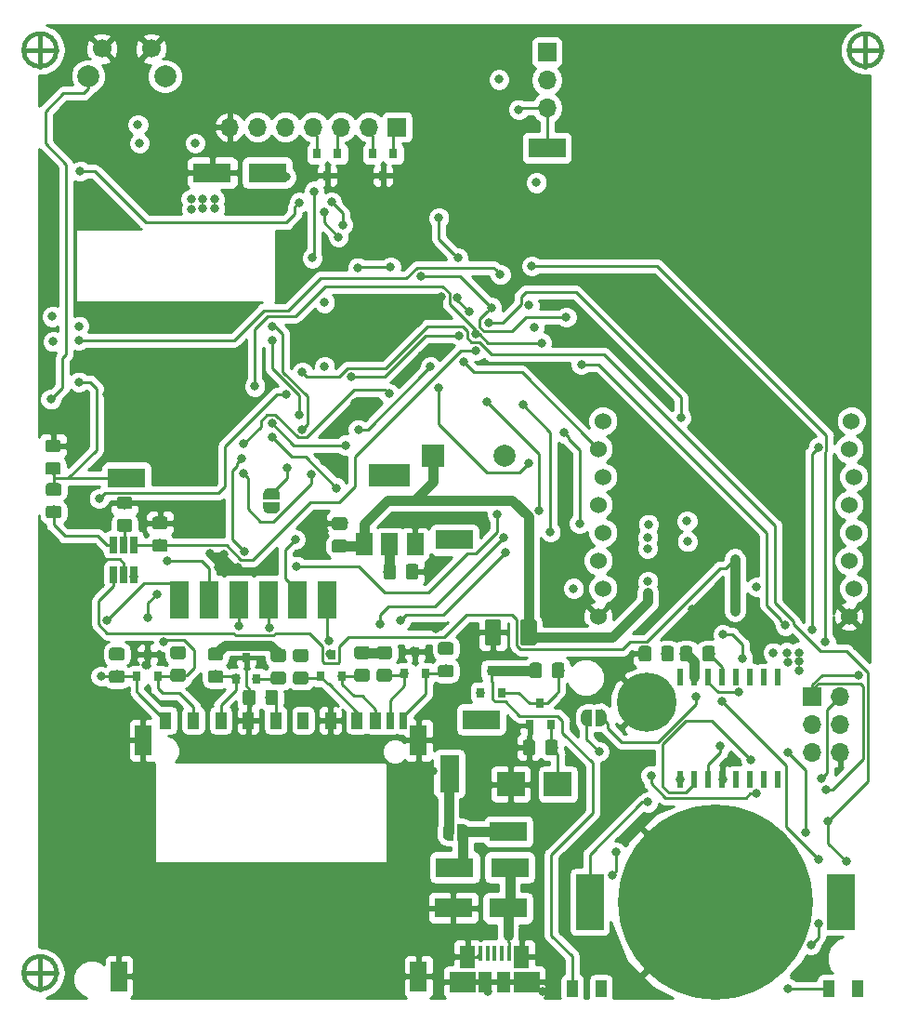
<source format=gbl>
G04 #@! TF.GenerationSoftware,KiCad,Pcbnew,5.0.2-bee76a0~70~ubuntu18.04.1*
G04 #@! TF.CreationDate,2019-02-28T13:46:31+03:00*
G04 #@! TF.ProjectId,sensor-node,73656e73-6f72-42d6-9e6f-64652e6b6963,1*
G04 #@! TF.SameCoordinates,Original*
G04 #@! TF.FileFunction,Copper,L4,Bot*
G04 #@! TF.FilePolarity,Positive*
%FSLAX46Y46*%
G04 Gerber Fmt 4.6, Leading zero omitted, Abs format (unit mm)*
G04 Created by KiCad (PCBNEW 5.0.2-bee76a0~70~ubuntu18.04.1) date Thu 28 Feb 2019 13:46:31 EAT*
%MOMM*%
%LPD*%
G01*
G04 APERTURE LIST*
G04 #@! TA.AperFunction,EtchedComponent*
%ADD10C,0.381000*%
G04 #@! TD*
G04 #@! TA.AperFunction,ComponentPad*
%ADD11C,5.400000*%
G04 #@! TD*
G04 #@! TA.AperFunction,ComponentPad*
%ADD12C,0.800000*%
G04 #@! TD*
G04 #@! TA.AperFunction,Conductor*
%ADD13C,0.100000*%
G04 #@! TD*
G04 #@! TA.AperFunction,SMDPad,CuDef*
%ADD14C,1.150000*%
G04 #@! TD*
G04 #@! TA.AperFunction,ComponentPad*
%ADD15R,2.000000X2.000000*%
G04 #@! TD*
G04 #@! TA.AperFunction,ComponentPad*
%ADD16C,2.000000*%
G04 #@! TD*
G04 #@! TA.AperFunction,SMDPad,CuDef*
%ADD17R,2.540000X5.080000*%
G04 #@! TD*
G04 #@! TA.AperFunction,BGAPad,CuDef*
%ADD18C,17.780000*%
G04 #@! TD*
G04 #@! TA.AperFunction,SMDPad,CuDef*
%ADD19R,0.650000X1.560000*%
G04 #@! TD*
G04 #@! TA.AperFunction,SMDPad,CuDef*
%ADD20R,2.500000X2.300000*%
G04 #@! TD*
G04 #@! TA.AperFunction,SMDPad,CuDef*
%ADD21C,1.500000*%
G04 #@! TD*
G04 #@! TA.AperFunction,SMDPad,CuDef*
%ADD22R,1.500000X2.800000*%
G04 #@! TD*
G04 #@! TA.AperFunction,SMDPad,CuDef*
%ADD23R,0.700000X1.500000*%
G04 #@! TD*
G04 #@! TA.AperFunction,SMDPad,CuDef*
%ADD24R,1.000000X1.500000*%
G04 #@! TD*
G04 #@! TA.AperFunction,ComponentPad*
%ADD25R,1.700000X1.700000*%
G04 #@! TD*
G04 #@! TA.AperFunction,ComponentPad*
%ADD26O,1.700000X1.700000*%
G04 #@! TD*
G04 #@! TA.AperFunction,SMDPad,CuDef*
%ADD27R,0.450000X1.380000*%
G04 #@! TD*
G04 #@! TA.AperFunction,SMDPad,CuDef*
%ADD28R,1.475000X2.100000*%
G04 #@! TD*
G04 #@! TA.AperFunction,SMDPad,CuDef*
%ADD29R,2.375000X1.900000*%
G04 #@! TD*
G04 #@! TA.AperFunction,SMDPad,CuDef*
%ADD30R,1.175000X1.900000*%
G04 #@! TD*
G04 #@! TA.AperFunction,SMDPad,CuDef*
%ADD31R,3.500000X1.800000*%
G04 #@! TD*
G04 #@! TA.AperFunction,SMDPad,CuDef*
%ADD32C,0.500000*%
G04 #@! TD*
G04 #@! TA.AperFunction,SMDPad,CuDef*
%ADD33R,0.600000X1.500000*%
G04 #@! TD*
G04 #@! TA.AperFunction,SMDPad,CuDef*
%ADD34R,3.800000X2.000000*%
G04 #@! TD*
G04 #@! TA.AperFunction,SMDPad,CuDef*
%ADD35R,1.500000X2.000000*%
G04 #@! TD*
G04 #@! TA.AperFunction,SMDPad,CuDef*
%ADD36R,0.800000X0.900000*%
G04 #@! TD*
G04 #@! TA.AperFunction,SMDPad,CuDef*
%ADD37R,1.800000X3.400000*%
G04 #@! TD*
G04 #@! TA.AperFunction,SMDPad,CuDef*
%ADD38R,3.400000X1.800000*%
G04 #@! TD*
G04 #@! TA.AperFunction,ComponentPad*
%ADD39C,1.700000*%
G04 #@! TD*
G04 #@! TA.AperFunction,ComponentPad*
%ADD40C,1.524000*%
G04 #@! TD*
G04 #@! TA.AperFunction,ViaPad*
%ADD41C,0.800000*%
G04 #@! TD*
G04 #@! TA.AperFunction,Conductor*
%ADD42C,0.250000*%
G04 #@! TD*
G04 #@! TA.AperFunction,Conductor*
%ADD43C,0.889000*%
G04 #@! TD*
G04 #@! TA.AperFunction,Conductor*
%ADD44C,0.254000*%
G04 #@! TD*
G04 APERTURE END LIST*
D10*
G04 #@! TO.C,FD3*
X97510000Y-69210000D02*
G75*
G03X97510000Y-69210000I-1500000J0D01*
G01*
X96010000Y-67710000D02*
X96010000Y-70710000D01*
X94510000Y-69210000D02*
X97510000Y-69210000D01*
G04 #@! TO.C,FD2*
X94510000Y-153210000D02*
X97510000Y-153210000D01*
X96010000Y-151710000D02*
X96010000Y-154710000D01*
X97510000Y-153210000D02*
G75*
G03X97510000Y-153210000I-1500000J0D01*
G01*
G04 #@! TO.C,FD1*
X172710000Y-69210000D02*
G75*
G03X172710000Y-69210000I-1500000J0D01*
G01*
X171210000Y-67710000D02*
X171210000Y-70710000D01*
X169710000Y-69210000D02*
X172710000Y-69210000D01*
G04 #@! TD*
D11*
G04 #@! TO.P,H2,1*
G04 #@! TO.N,GND*
X151257000Y-128600200D03*
D12*
X153282000Y-128600200D03*
X152688891Y-130032091D03*
X151257000Y-130625200D03*
X149825109Y-130032091D03*
X149232000Y-128600200D03*
X149825109Y-127168309D03*
X151257000Y-126575200D03*
X152688891Y-127168309D03*
G04 #@! TD*
D13*
G04 #@! TO.N,+3V3*
G04 #@! TO.C,C19*
G36*
X104182705Y-111906404D02*
X104206973Y-111910004D01*
X104230772Y-111915965D01*
X104253871Y-111924230D01*
X104276050Y-111934720D01*
X104297093Y-111947332D01*
X104316799Y-111961947D01*
X104334977Y-111978423D01*
X104351453Y-111996601D01*
X104366068Y-112016307D01*
X104378680Y-112037350D01*
X104389170Y-112059529D01*
X104397435Y-112082628D01*
X104403396Y-112106427D01*
X104406996Y-112130695D01*
X104408200Y-112155199D01*
X104408200Y-112805201D01*
X104406996Y-112829705D01*
X104403396Y-112853973D01*
X104397435Y-112877772D01*
X104389170Y-112900871D01*
X104378680Y-112923050D01*
X104366068Y-112944093D01*
X104351453Y-112963799D01*
X104334977Y-112981977D01*
X104316799Y-112998453D01*
X104297093Y-113013068D01*
X104276050Y-113025680D01*
X104253871Y-113036170D01*
X104230772Y-113044435D01*
X104206973Y-113050396D01*
X104182705Y-113053996D01*
X104158201Y-113055200D01*
X103258199Y-113055200D01*
X103233695Y-113053996D01*
X103209427Y-113050396D01*
X103185628Y-113044435D01*
X103162529Y-113036170D01*
X103140350Y-113025680D01*
X103119307Y-113013068D01*
X103099601Y-112998453D01*
X103081423Y-112981977D01*
X103064947Y-112963799D01*
X103050332Y-112944093D01*
X103037720Y-112923050D01*
X103027230Y-112900871D01*
X103018965Y-112877772D01*
X103013004Y-112853973D01*
X103009404Y-112829705D01*
X103008200Y-112805201D01*
X103008200Y-112155199D01*
X103009404Y-112130695D01*
X103013004Y-112106427D01*
X103018965Y-112082628D01*
X103027230Y-112059529D01*
X103037720Y-112037350D01*
X103050332Y-112016307D01*
X103064947Y-111996601D01*
X103081423Y-111978423D01*
X103099601Y-111961947D01*
X103119307Y-111947332D01*
X103140350Y-111934720D01*
X103162529Y-111924230D01*
X103185628Y-111915965D01*
X103209427Y-111910004D01*
X103233695Y-111906404D01*
X103258199Y-111905200D01*
X104158201Y-111905200D01*
X104182705Y-111906404D01*
X104182705Y-111906404D01*
G37*
D14*
G04 #@! TD*
G04 #@! TO.P,C19,1*
G04 #@! TO.N,+3V3*
X103708200Y-112480200D03*
D13*
G04 #@! TO.N,GND*
G04 #@! TO.C,C19*
G36*
X104182705Y-109856404D02*
X104206973Y-109860004D01*
X104230772Y-109865965D01*
X104253871Y-109874230D01*
X104276050Y-109884720D01*
X104297093Y-109897332D01*
X104316799Y-109911947D01*
X104334977Y-109928423D01*
X104351453Y-109946601D01*
X104366068Y-109966307D01*
X104378680Y-109987350D01*
X104389170Y-110009529D01*
X104397435Y-110032628D01*
X104403396Y-110056427D01*
X104406996Y-110080695D01*
X104408200Y-110105199D01*
X104408200Y-110755201D01*
X104406996Y-110779705D01*
X104403396Y-110803973D01*
X104397435Y-110827772D01*
X104389170Y-110850871D01*
X104378680Y-110873050D01*
X104366068Y-110894093D01*
X104351453Y-110913799D01*
X104334977Y-110931977D01*
X104316799Y-110948453D01*
X104297093Y-110963068D01*
X104276050Y-110975680D01*
X104253871Y-110986170D01*
X104230772Y-110994435D01*
X104206973Y-111000396D01*
X104182705Y-111003996D01*
X104158201Y-111005200D01*
X103258199Y-111005200D01*
X103233695Y-111003996D01*
X103209427Y-111000396D01*
X103185628Y-110994435D01*
X103162529Y-110986170D01*
X103140350Y-110975680D01*
X103119307Y-110963068D01*
X103099601Y-110948453D01*
X103081423Y-110931977D01*
X103064947Y-110913799D01*
X103050332Y-110894093D01*
X103037720Y-110873050D01*
X103027230Y-110850871D01*
X103018965Y-110827772D01*
X103013004Y-110803973D01*
X103009404Y-110779705D01*
X103008200Y-110755201D01*
X103008200Y-110105199D01*
X103009404Y-110080695D01*
X103013004Y-110056427D01*
X103018965Y-110032628D01*
X103027230Y-110009529D01*
X103037720Y-109987350D01*
X103050332Y-109966307D01*
X103064947Y-109946601D01*
X103081423Y-109928423D01*
X103099601Y-109911947D01*
X103119307Y-109897332D01*
X103140350Y-109884720D01*
X103162529Y-109874230D01*
X103185628Y-109865965D01*
X103209427Y-109860004D01*
X103233695Y-109856404D01*
X103258199Y-109855200D01*
X104158201Y-109855200D01*
X104182705Y-109856404D01*
X104182705Y-109856404D01*
G37*
D14*
G04 #@! TD*
G04 #@! TO.P,C19,2*
G04 #@! TO.N,GND*
X103708200Y-110430200D03*
D15*
G04 #@! TO.P,BZ1,1*
G04 #@! TO.N,VDD*
X131826000Y-106172000D03*
D16*
G04 #@! TO.P,BZ1,2*
G04 #@! TO.N,Net-(BZ1-Pad2)*
X138326000Y-106172000D03*
G04 #@! TD*
D17*
G04 #@! TO.P,BT1,1*
G04 #@! TO.N,/VBATT*
X146100800Y-146761200D03*
X168960800Y-146761200D03*
D18*
G04 #@! TO.P,BT1,2*
G04 #@! TO.N,GND*
X157530800Y-146761200D03*
G04 #@! TD*
D19*
G04 #@! TO.P,U7,1*
G04 #@! TO.N,/VBATT*
X104582000Y-116970800D03*
G04 #@! TO.P,U7,2*
G04 #@! TO.N,GND*
X103632000Y-116970800D03*
G04 #@! TO.P,U7,3*
G04 #@! TO.N,/VBATT_PWR*
X102682000Y-116970800D03*
G04 #@! TO.P,U7,4*
G04 #@! TO.N,Net-(R15-Pad1)*
X102682000Y-114270800D03*
G04 #@! TO.P,U7,6*
G04 #@! TO.N,/BATT_SEL*
X104582000Y-114270800D03*
G04 #@! TO.P,U7,5*
G04 #@! TO.N,+3V3*
X103632000Y-114270800D03*
G04 #@! TD*
D13*
G04 #@! TO.N,/BATT_SEL*
G04 #@! TO.C,R29*
G36*
X107408505Y-113735204D02*
X107432773Y-113738804D01*
X107456572Y-113744765D01*
X107479671Y-113753030D01*
X107501850Y-113763520D01*
X107522893Y-113776132D01*
X107542599Y-113790747D01*
X107560777Y-113807223D01*
X107577253Y-113825401D01*
X107591868Y-113845107D01*
X107604480Y-113866150D01*
X107614970Y-113888329D01*
X107623235Y-113911428D01*
X107629196Y-113935227D01*
X107632796Y-113959495D01*
X107634000Y-113983999D01*
X107634000Y-114634001D01*
X107632796Y-114658505D01*
X107629196Y-114682773D01*
X107623235Y-114706572D01*
X107614970Y-114729671D01*
X107604480Y-114751850D01*
X107591868Y-114772893D01*
X107577253Y-114792599D01*
X107560777Y-114810777D01*
X107542599Y-114827253D01*
X107522893Y-114841868D01*
X107501850Y-114854480D01*
X107479671Y-114864970D01*
X107456572Y-114873235D01*
X107432773Y-114879196D01*
X107408505Y-114882796D01*
X107384001Y-114884000D01*
X106483999Y-114884000D01*
X106459495Y-114882796D01*
X106435227Y-114879196D01*
X106411428Y-114873235D01*
X106388329Y-114864970D01*
X106366150Y-114854480D01*
X106345107Y-114841868D01*
X106325401Y-114827253D01*
X106307223Y-114810777D01*
X106290747Y-114792599D01*
X106276132Y-114772893D01*
X106263520Y-114751850D01*
X106253030Y-114729671D01*
X106244765Y-114706572D01*
X106238804Y-114682773D01*
X106235204Y-114658505D01*
X106234000Y-114634001D01*
X106234000Y-113983999D01*
X106235204Y-113959495D01*
X106238804Y-113935227D01*
X106244765Y-113911428D01*
X106253030Y-113888329D01*
X106263520Y-113866150D01*
X106276132Y-113845107D01*
X106290747Y-113825401D01*
X106307223Y-113807223D01*
X106325401Y-113790747D01*
X106345107Y-113776132D01*
X106366150Y-113763520D01*
X106388329Y-113753030D01*
X106411428Y-113744765D01*
X106435227Y-113738804D01*
X106459495Y-113735204D01*
X106483999Y-113734000D01*
X107384001Y-113734000D01*
X107408505Y-113735204D01*
X107408505Y-113735204D01*
G37*
D14*
G04 #@! TD*
G04 #@! TO.P,R29,1*
G04 #@! TO.N,/BATT_SEL*
X106934000Y-114309000D03*
D13*
G04 #@! TO.N,GND*
G04 #@! TO.C,R29*
G36*
X107408505Y-111685204D02*
X107432773Y-111688804D01*
X107456572Y-111694765D01*
X107479671Y-111703030D01*
X107501850Y-111713520D01*
X107522893Y-111726132D01*
X107542599Y-111740747D01*
X107560777Y-111757223D01*
X107577253Y-111775401D01*
X107591868Y-111795107D01*
X107604480Y-111816150D01*
X107614970Y-111838329D01*
X107623235Y-111861428D01*
X107629196Y-111885227D01*
X107632796Y-111909495D01*
X107634000Y-111933999D01*
X107634000Y-112584001D01*
X107632796Y-112608505D01*
X107629196Y-112632773D01*
X107623235Y-112656572D01*
X107614970Y-112679671D01*
X107604480Y-112701850D01*
X107591868Y-112722893D01*
X107577253Y-112742599D01*
X107560777Y-112760777D01*
X107542599Y-112777253D01*
X107522893Y-112791868D01*
X107501850Y-112804480D01*
X107479671Y-112814970D01*
X107456572Y-112823235D01*
X107432773Y-112829196D01*
X107408505Y-112832796D01*
X107384001Y-112834000D01*
X106483999Y-112834000D01*
X106459495Y-112832796D01*
X106435227Y-112829196D01*
X106411428Y-112823235D01*
X106388329Y-112814970D01*
X106366150Y-112804480D01*
X106345107Y-112791868D01*
X106325401Y-112777253D01*
X106307223Y-112760777D01*
X106290747Y-112742599D01*
X106276132Y-112722893D01*
X106263520Y-112701850D01*
X106253030Y-112679671D01*
X106244765Y-112656572D01*
X106238804Y-112632773D01*
X106235204Y-112608505D01*
X106234000Y-112584001D01*
X106234000Y-111933999D01*
X106235204Y-111909495D01*
X106238804Y-111885227D01*
X106244765Y-111861428D01*
X106253030Y-111838329D01*
X106263520Y-111816150D01*
X106276132Y-111795107D01*
X106290747Y-111775401D01*
X106307223Y-111757223D01*
X106325401Y-111740747D01*
X106345107Y-111726132D01*
X106366150Y-111713520D01*
X106388329Y-111703030D01*
X106411428Y-111694765D01*
X106435227Y-111688804D01*
X106459495Y-111685204D01*
X106483999Y-111684000D01*
X107384001Y-111684000D01*
X107408505Y-111685204D01*
X107408505Y-111685204D01*
G37*
D14*
G04 #@! TD*
G04 #@! TO.P,R29,2*
G04 #@! TO.N,GND*
X106934000Y-112259000D03*
D20*
G04 #@! TO.P,D9,1*
G04 #@! TO.N,Net-(D9-Pad1)*
X143187200Y-136042400D03*
G04 #@! TO.P,D9,2*
G04 #@! TO.N,GND*
X138887200Y-136042400D03*
G04 #@! TD*
D13*
G04 #@! TO.N,+3V3*
G04 #@! TO.C,C12*
G36*
X153520505Y-123456404D02*
X153544773Y-123460004D01*
X153568572Y-123465965D01*
X153591671Y-123474230D01*
X153613850Y-123484720D01*
X153634893Y-123497332D01*
X153654599Y-123511947D01*
X153672777Y-123528423D01*
X153689253Y-123546601D01*
X153703868Y-123566307D01*
X153716480Y-123587350D01*
X153726970Y-123609529D01*
X153735235Y-123632628D01*
X153741196Y-123656427D01*
X153744796Y-123680695D01*
X153746000Y-123705199D01*
X153746000Y-124605201D01*
X153744796Y-124629705D01*
X153741196Y-124653973D01*
X153735235Y-124677772D01*
X153726970Y-124700871D01*
X153716480Y-124723050D01*
X153703868Y-124744093D01*
X153689253Y-124763799D01*
X153672777Y-124781977D01*
X153654599Y-124798453D01*
X153634893Y-124813068D01*
X153613850Y-124825680D01*
X153591671Y-124836170D01*
X153568572Y-124844435D01*
X153544773Y-124850396D01*
X153520505Y-124853996D01*
X153496001Y-124855200D01*
X152845999Y-124855200D01*
X152821495Y-124853996D01*
X152797227Y-124850396D01*
X152773428Y-124844435D01*
X152750329Y-124836170D01*
X152728150Y-124825680D01*
X152707107Y-124813068D01*
X152687401Y-124798453D01*
X152669223Y-124781977D01*
X152652747Y-124763799D01*
X152638132Y-124744093D01*
X152625520Y-124723050D01*
X152615030Y-124700871D01*
X152606765Y-124677772D01*
X152600804Y-124653973D01*
X152597204Y-124629705D01*
X152596000Y-124605201D01*
X152596000Y-123705199D01*
X152597204Y-123680695D01*
X152600804Y-123656427D01*
X152606765Y-123632628D01*
X152615030Y-123609529D01*
X152625520Y-123587350D01*
X152638132Y-123566307D01*
X152652747Y-123546601D01*
X152669223Y-123528423D01*
X152687401Y-123511947D01*
X152707107Y-123497332D01*
X152728150Y-123484720D01*
X152750329Y-123474230D01*
X152773428Y-123465965D01*
X152797227Y-123460004D01*
X152821495Y-123456404D01*
X152845999Y-123455200D01*
X153496001Y-123455200D01*
X153520505Y-123456404D01*
X153520505Y-123456404D01*
G37*
D14*
G04 #@! TD*
G04 #@! TO.P,C12,1*
G04 #@! TO.N,+3V3*
X153171000Y-124155200D03*
D13*
G04 #@! TO.N,GND*
G04 #@! TO.C,C12*
G36*
X151470505Y-123456404D02*
X151494773Y-123460004D01*
X151518572Y-123465965D01*
X151541671Y-123474230D01*
X151563850Y-123484720D01*
X151584893Y-123497332D01*
X151604599Y-123511947D01*
X151622777Y-123528423D01*
X151639253Y-123546601D01*
X151653868Y-123566307D01*
X151666480Y-123587350D01*
X151676970Y-123609529D01*
X151685235Y-123632628D01*
X151691196Y-123656427D01*
X151694796Y-123680695D01*
X151696000Y-123705199D01*
X151696000Y-124605201D01*
X151694796Y-124629705D01*
X151691196Y-124653973D01*
X151685235Y-124677772D01*
X151676970Y-124700871D01*
X151666480Y-124723050D01*
X151653868Y-124744093D01*
X151639253Y-124763799D01*
X151622777Y-124781977D01*
X151604599Y-124798453D01*
X151584893Y-124813068D01*
X151563850Y-124825680D01*
X151541671Y-124836170D01*
X151518572Y-124844435D01*
X151494773Y-124850396D01*
X151470505Y-124853996D01*
X151446001Y-124855200D01*
X150795999Y-124855200D01*
X150771495Y-124853996D01*
X150747227Y-124850396D01*
X150723428Y-124844435D01*
X150700329Y-124836170D01*
X150678150Y-124825680D01*
X150657107Y-124813068D01*
X150637401Y-124798453D01*
X150619223Y-124781977D01*
X150602747Y-124763799D01*
X150588132Y-124744093D01*
X150575520Y-124723050D01*
X150565030Y-124700871D01*
X150556765Y-124677772D01*
X150550804Y-124653973D01*
X150547204Y-124629705D01*
X150546000Y-124605201D01*
X150546000Y-123705199D01*
X150547204Y-123680695D01*
X150550804Y-123656427D01*
X150556765Y-123632628D01*
X150565030Y-123609529D01*
X150575520Y-123587350D01*
X150588132Y-123566307D01*
X150602747Y-123546601D01*
X150619223Y-123528423D01*
X150637401Y-123511947D01*
X150657107Y-123497332D01*
X150678150Y-123484720D01*
X150700329Y-123474230D01*
X150723428Y-123465965D01*
X150747227Y-123460004D01*
X150771495Y-123456404D01*
X150795999Y-123455200D01*
X151446001Y-123455200D01*
X151470505Y-123456404D01*
X151470505Y-123456404D01*
G37*
D14*
G04 #@! TD*
G04 #@! TO.P,C12,2*
G04 #@! TO.N,GND*
X151121000Y-124155200D03*
D13*
G04 #@! TO.N,GND*
G04 #@! TO.C,C7*
G36*
X115402505Y-127444204D02*
X115426773Y-127447804D01*
X115450572Y-127453765D01*
X115473671Y-127462030D01*
X115495850Y-127472520D01*
X115516893Y-127485132D01*
X115536599Y-127499747D01*
X115554777Y-127516223D01*
X115571253Y-127534401D01*
X115585868Y-127554107D01*
X115598480Y-127575150D01*
X115608970Y-127597329D01*
X115617235Y-127620428D01*
X115623196Y-127644227D01*
X115626796Y-127668495D01*
X115628000Y-127692999D01*
X115628000Y-128593001D01*
X115626796Y-128617505D01*
X115623196Y-128641773D01*
X115617235Y-128665572D01*
X115608970Y-128688671D01*
X115598480Y-128710850D01*
X115585868Y-128731893D01*
X115571253Y-128751599D01*
X115554777Y-128769777D01*
X115536599Y-128786253D01*
X115516893Y-128800868D01*
X115495850Y-128813480D01*
X115473671Y-128823970D01*
X115450572Y-128832235D01*
X115426773Y-128838196D01*
X115402505Y-128841796D01*
X115378001Y-128843000D01*
X114727999Y-128843000D01*
X114703495Y-128841796D01*
X114679227Y-128838196D01*
X114655428Y-128832235D01*
X114632329Y-128823970D01*
X114610150Y-128813480D01*
X114589107Y-128800868D01*
X114569401Y-128786253D01*
X114551223Y-128769777D01*
X114534747Y-128751599D01*
X114520132Y-128731893D01*
X114507520Y-128710850D01*
X114497030Y-128688671D01*
X114488765Y-128665572D01*
X114482804Y-128641773D01*
X114479204Y-128617505D01*
X114478000Y-128593001D01*
X114478000Y-127692999D01*
X114479204Y-127668495D01*
X114482804Y-127644227D01*
X114488765Y-127620428D01*
X114497030Y-127597329D01*
X114507520Y-127575150D01*
X114520132Y-127554107D01*
X114534747Y-127534401D01*
X114551223Y-127516223D01*
X114569401Y-127499747D01*
X114589107Y-127485132D01*
X114610150Y-127472520D01*
X114632329Y-127462030D01*
X114655428Y-127453765D01*
X114679227Y-127447804D01*
X114703495Y-127444204D01*
X114727999Y-127443000D01*
X115378001Y-127443000D01*
X115402505Y-127444204D01*
X115402505Y-127444204D01*
G37*
D14*
G04 #@! TD*
G04 #@! TO.P,C7,2*
G04 #@! TO.N,GND*
X115053000Y-128143000D03*
D13*
G04 #@! TO.N,+3V3*
G04 #@! TO.C,C7*
G36*
X117452505Y-127444204D02*
X117476773Y-127447804D01*
X117500572Y-127453765D01*
X117523671Y-127462030D01*
X117545850Y-127472520D01*
X117566893Y-127485132D01*
X117586599Y-127499747D01*
X117604777Y-127516223D01*
X117621253Y-127534401D01*
X117635868Y-127554107D01*
X117648480Y-127575150D01*
X117658970Y-127597329D01*
X117667235Y-127620428D01*
X117673196Y-127644227D01*
X117676796Y-127668495D01*
X117678000Y-127692999D01*
X117678000Y-128593001D01*
X117676796Y-128617505D01*
X117673196Y-128641773D01*
X117667235Y-128665572D01*
X117658970Y-128688671D01*
X117648480Y-128710850D01*
X117635868Y-128731893D01*
X117621253Y-128751599D01*
X117604777Y-128769777D01*
X117586599Y-128786253D01*
X117566893Y-128800868D01*
X117545850Y-128813480D01*
X117523671Y-128823970D01*
X117500572Y-128832235D01*
X117476773Y-128838196D01*
X117452505Y-128841796D01*
X117428001Y-128843000D01*
X116777999Y-128843000D01*
X116753495Y-128841796D01*
X116729227Y-128838196D01*
X116705428Y-128832235D01*
X116682329Y-128823970D01*
X116660150Y-128813480D01*
X116639107Y-128800868D01*
X116619401Y-128786253D01*
X116601223Y-128769777D01*
X116584747Y-128751599D01*
X116570132Y-128731893D01*
X116557520Y-128710850D01*
X116547030Y-128688671D01*
X116538765Y-128665572D01*
X116532804Y-128641773D01*
X116529204Y-128617505D01*
X116528000Y-128593001D01*
X116528000Y-127692999D01*
X116529204Y-127668495D01*
X116532804Y-127644227D01*
X116538765Y-127620428D01*
X116547030Y-127597329D01*
X116557520Y-127575150D01*
X116570132Y-127554107D01*
X116584747Y-127534401D01*
X116601223Y-127516223D01*
X116619401Y-127499747D01*
X116639107Y-127485132D01*
X116660150Y-127472520D01*
X116682329Y-127462030D01*
X116705428Y-127453765D01*
X116729227Y-127447804D01*
X116753495Y-127444204D01*
X116777999Y-127443000D01*
X117428001Y-127443000D01*
X117452505Y-127444204D01*
X117452505Y-127444204D01*
G37*
D14*
G04 #@! TD*
G04 #@! TO.P,C7,1*
G04 #@! TO.N,+3V3*
X117103000Y-128143000D03*
D13*
G04 #@! TO.N,VDD*
G04 #@! TO.C,C9*
G36*
X123766105Y-113786004D02*
X123790373Y-113789604D01*
X123814172Y-113795565D01*
X123837271Y-113803830D01*
X123859450Y-113814320D01*
X123880493Y-113826932D01*
X123900199Y-113841547D01*
X123918377Y-113858023D01*
X123934853Y-113876201D01*
X123949468Y-113895907D01*
X123962080Y-113916950D01*
X123972570Y-113939129D01*
X123980835Y-113962228D01*
X123986796Y-113986027D01*
X123990396Y-114010295D01*
X123991600Y-114034799D01*
X123991600Y-114684801D01*
X123990396Y-114709305D01*
X123986796Y-114733573D01*
X123980835Y-114757372D01*
X123972570Y-114780471D01*
X123962080Y-114802650D01*
X123949468Y-114823693D01*
X123934853Y-114843399D01*
X123918377Y-114861577D01*
X123900199Y-114878053D01*
X123880493Y-114892668D01*
X123859450Y-114905280D01*
X123837271Y-114915770D01*
X123814172Y-114924035D01*
X123790373Y-114929996D01*
X123766105Y-114933596D01*
X123741601Y-114934800D01*
X122841599Y-114934800D01*
X122817095Y-114933596D01*
X122792827Y-114929996D01*
X122769028Y-114924035D01*
X122745929Y-114915770D01*
X122723750Y-114905280D01*
X122702707Y-114892668D01*
X122683001Y-114878053D01*
X122664823Y-114861577D01*
X122648347Y-114843399D01*
X122633732Y-114823693D01*
X122621120Y-114802650D01*
X122610630Y-114780471D01*
X122602365Y-114757372D01*
X122596404Y-114733573D01*
X122592804Y-114709305D01*
X122591600Y-114684801D01*
X122591600Y-114034799D01*
X122592804Y-114010295D01*
X122596404Y-113986027D01*
X122602365Y-113962228D01*
X122610630Y-113939129D01*
X122621120Y-113916950D01*
X122633732Y-113895907D01*
X122648347Y-113876201D01*
X122664823Y-113858023D01*
X122683001Y-113841547D01*
X122702707Y-113826932D01*
X122723750Y-113814320D01*
X122745929Y-113803830D01*
X122769028Y-113795565D01*
X122792827Y-113789604D01*
X122817095Y-113786004D01*
X122841599Y-113784800D01*
X123741601Y-113784800D01*
X123766105Y-113786004D01*
X123766105Y-113786004D01*
G37*
D14*
G04 #@! TD*
G04 #@! TO.P,C9,1*
G04 #@! TO.N,VDD*
X123291600Y-114359800D03*
D13*
G04 #@! TO.N,GND*
G04 #@! TO.C,C9*
G36*
X123766105Y-111736004D02*
X123790373Y-111739604D01*
X123814172Y-111745565D01*
X123837271Y-111753830D01*
X123859450Y-111764320D01*
X123880493Y-111776932D01*
X123900199Y-111791547D01*
X123918377Y-111808023D01*
X123934853Y-111826201D01*
X123949468Y-111845907D01*
X123962080Y-111866950D01*
X123972570Y-111889129D01*
X123980835Y-111912228D01*
X123986796Y-111936027D01*
X123990396Y-111960295D01*
X123991600Y-111984799D01*
X123991600Y-112634801D01*
X123990396Y-112659305D01*
X123986796Y-112683573D01*
X123980835Y-112707372D01*
X123972570Y-112730471D01*
X123962080Y-112752650D01*
X123949468Y-112773693D01*
X123934853Y-112793399D01*
X123918377Y-112811577D01*
X123900199Y-112828053D01*
X123880493Y-112842668D01*
X123859450Y-112855280D01*
X123837271Y-112865770D01*
X123814172Y-112874035D01*
X123790373Y-112879996D01*
X123766105Y-112883596D01*
X123741601Y-112884800D01*
X122841599Y-112884800D01*
X122817095Y-112883596D01*
X122792827Y-112879996D01*
X122769028Y-112874035D01*
X122745929Y-112865770D01*
X122723750Y-112855280D01*
X122702707Y-112842668D01*
X122683001Y-112828053D01*
X122664823Y-112811577D01*
X122648347Y-112793399D01*
X122633732Y-112773693D01*
X122621120Y-112752650D01*
X122610630Y-112730471D01*
X122602365Y-112707372D01*
X122596404Y-112683573D01*
X122592804Y-112659305D01*
X122591600Y-112634801D01*
X122591600Y-111984799D01*
X122592804Y-111960295D01*
X122596404Y-111936027D01*
X122602365Y-111912228D01*
X122610630Y-111889129D01*
X122621120Y-111866950D01*
X122633732Y-111845907D01*
X122648347Y-111826201D01*
X122664823Y-111808023D01*
X122683001Y-111791547D01*
X122702707Y-111776932D01*
X122723750Y-111764320D01*
X122745929Y-111753830D01*
X122769028Y-111745565D01*
X122792827Y-111739604D01*
X122817095Y-111736004D01*
X122841599Y-111734800D01*
X123741601Y-111734800D01*
X123766105Y-111736004D01*
X123766105Y-111736004D01*
G37*
D14*
G04 #@! TD*
G04 #@! TO.P,C9,2*
G04 #@! TO.N,GND*
X123291600Y-112309800D03*
D13*
G04 #@! TO.N,GND*
G04 #@! TO.C,C10*
G36*
X130254105Y-115988804D02*
X130278373Y-115992404D01*
X130302172Y-115998365D01*
X130325271Y-116006630D01*
X130347450Y-116017120D01*
X130368493Y-116029732D01*
X130388199Y-116044347D01*
X130406377Y-116060823D01*
X130422853Y-116079001D01*
X130437468Y-116098707D01*
X130450080Y-116119750D01*
X130460570Y-116141929D01*
X130468835Y-116165028D01*
X130474796Y-116188827D01*
X130478396Y-116213095D01*
X130479600Y-116237599D01*
X130479600Y-117137601D01*
X130478396Y-117162105D01*
X130474796Y-117186373D01*
X130468835Y-117210172D01*
X130460570Y-117233271D01*
X130450080Y-117255450D01*
X130437468Y-117276493D01*
X130422853Y-117296199D01*
X130406377Y-117314377D01*
X130388199Y-117330853D01*
X130368493Y-117345468D01*
X130347450Y-117358080D01*
X130325271Y-117368570D01*
X130302172Y-117376835D01*
X130278373Y-117382796D01*
X130254105Y-117386396D01*
X130229601Y-117387600D01*
X129579599Y-117387600D01*
X129555095Y-117386396D01*
X129530827Y-117382796D01*
X129507028Y-117376835D01*
X129483929Y-117368570D01*
X129461750Y-117358080D01*
X129440707Y-117345468D01*
X129421001Y-117330853D01*
X129402823Y-117314377D01*
X129386347Y-117296199D01*
X129371732Y-117276493D01*
X129359120Y-117255450D01*
X129348630Y-117233271D01*
X129340365Y-117210172D01*
X129334404Y-117186373D01*
X129330804Y-117162105D01*
X129329600Y-117137601D01*
X129329600Y-116237599D01*
X129330804Y-116213095D01*
X129334404Y-116188827D01*
X129340365Y-116165028D01*
X129348630Y-116141929D01*
X129359120Y-116119750D01*
X129371732Y-116098707D01*
X129386347Y-116079001D01*
X129402823Y-116060823D01*
X129421001Y-116044347D01*
X129440707Y-116029732D01*
X129461750Y-116017120D01*
X129483929Y-116006630D01*
X129507028Y-115998365D01*
X129530827Y-115992404D01*
X129555095Y-115988804D01*
X129579599Y-115987600D01*
X130229601Y-115987600D01*
X130254105Y-115988804D01*
X130254105Y-115988804D01*
G37*
D14*
G04 #@! TD*
G04 #@! TO.P,C10,2*
G04 #@! TO.N,GND*
X129904600Y-116687600D03*
D13*
G04 #@! TO.N,+3V3*
G04 #@! TO.C,C10*
G36*
X128204105Y-115988804D02*
X128228373Y-115992404D01*
X128252172Y-115998365D01*
X128275271Y-116006630D01*
X128297450Y-116017120D01*
X128318493Y-116029732D01*
X128338199Y-116044347D01*
X128356377Y-116060823D01*
X128372853Y-116079001D01*
X128387468Y-116098707D01*
X128400080Y-116119750D01*
X128410570Y-116141929D01*
X128418835Y-116165028D01*
X128424796Y-116188827D01*
X128428396Y-116213095D01*
X128429600Y-116237599D01*
X128429600Y-117137601D01*
X128428396Y-117162105D01*
X128424796Y-117186373D01*
X128418835Y-117210172D01*
X128410570Y-117233271D01*
X128400080Y-117255450D01*
X128387468Y-117276493D01*
X128372853Y-117296199D01*
X128356377Y-117314377D01*
X128338199Y-117330853D01*
X128318493Y-117345468D01*
X128297450Y-117358080D01*
X128275271Y-117368570D01*
X128252172Y-117376835D01*
X128228373Y-117382796D01*
X128204105Y-117386396D01*
X128179601Y-117387600D01*
X127529599Y-117387600D01*
X127505095Y-117386396D01*
X127480827Y-117382796D01*
X127457028Y-117376835D01*
X127433929Y-117368570D01*
X127411750Y-117358080D01*
X127390707Y-117345468D01*
X127371001Y-117330853D01*
X127352823Y-117314377D01*
X127336347Y-117296199D01*
X127321732Y-117276493D01*
X127309120Y-117255450D01*
X127298630Y-117233271D01*
X127290365Y-117210172D01*
X127284404Y-117186373D01*
X127280804Y-117162105D01*
X127279600Y-117137601D01*
X127279600Y-116237599D01*
X127280804Y-116213095D01*
X127284404Y-116188827D01*
X127290365Y-116165028D01*
X127298630Y-116141929D01*
X127309120Y-116119750D01*
X127321732Y-116098707D01*
X127336347Y-116079001D01*
X127352823Y-116060823D01*
X127371001Y-116044347D01*
X127390707Y-116029732D01*
X127411750Y-116017120D01*
X127433929Y-116006630D01*
X127457028Y-115998365D01*
X127480827Y-115992404D01*
X127505095Y-115988804D01*
X127529599Y-115987600D01*
X128179601Y-115987600D01*
X128204105Y-115988804D01*
X128204105Y-115988804D01*
G37*
D14*
G04 #@! TD*
G04 #@! TO.P,C10,1*
G04 #@! TO.N,+3V3*
X127854600Y-116687600D03*
D13*
G04 #@! TO.N,VDD*
G04 #@! TO.C,C8*
G36*
X141036704Y-121051004D02*
X141060973Y-121054604D01*
X141084771Y-121060565D01*
X141107871Y-121068830D01*
X141130049Y-121079320D01*
X141151093Y-121091933D01*
X141170798Y-121106547D01*
X141188977Y-121123023D01*
X141205453Y-121141202D01*
X141220067Y-121160907D01*
X141232680Y-121181951D01*
X141243170Y-121204129D01*
X141251435Y-121227229D01*
X141257396Y-121251027D01*
X141260996Y-121275296D01*
X141262200Y-121299800D01*
X141262200Y-123149800D01*
X141260996Y-123174304D01*
X141257396Y-123198573D01*
X141251435Y-123222371D01*
X141243170Y-123245471D01*
X141232680Y-123267649D01*
X141220067Y-123288693D01*
X141205453Y-123308398D01*
X141188977Y-123326577D01*
X141170798Y-123343053D01*
X141151093Y-123357667D01*
X141130049Y-123370280D01*
X141107871Y-123380770D01*
X141084771Y-123389035D01*
X141060973Y-123394996D01*
X141036704Y-123398596D01*
X141012200Y-123399800D01*
X140012200Y-123399800D01*
X139987696Y-123398596D01*
X139963427Y-123394996D01*
X139939629Y-123389035D01*
X139916529Y-123380770D01*
X139894351Y-123370280D01*
X139873307Y-123357667D01*
X139853602Y-123343053D01*
X139835423Y-123326577D01*
X139818947Y-123308398D01*
X139804333Y-123288693D01*
X139791720Y-123267649D01*
X139781230Y-123245471D01*
X139772965Y-123222371D01*
X139767004Y-123198573D01*
X139763404Y-123174304D01*
X139762200Y-123149800D01*
X139762200Y-121299800D01*
X139763404Y-121275296D01*
X139767004Y-121251027D01*
X139772965Y-121227229D01*
X139781230Y-121204129D01*
X139791720Y-121181951D01*
X139804333Y-121160907D01*
X139818947Y-121141202D01*
X139835423Y-121123023D01*
X139853602Y-121106547D01*
X139873307Y-121091933D01*
X139894351Y-121079320D01*
X139916529Y-121068830D01*
X139939629Y-121060565D01*
X139963427Y-121054604D01*
X139987696Y-121051004D01*
X140012200Y-121049800D01*
X141012200Y-121049800D01*
X141036704Y-121051004D01*
X141036704Y-121051004D01*
G37*
D21*
G04 #@! TD*
G04 #@! TO.P,C8,1*
G04 #@! TO.N,VDD*
X140512200Y-122224800D03*
D13*
G04 #@! TO.N,GND*
G04 #@! TO.C,C8*
G36*
X137786704Y-121051004D02*
X137810973Y-121054604D01*
X137834771Y-121060565D01*
X137857871Y-121068830D01*
X137880049Y-121079320D01*
X137901093Y-121091933D01*
X137920798Y-121106547D01*
X137938977Y-121123023D01*
X137955453Y-121141202D01*
X137970067Y-121160907D01*
X137982680Y-121181951D01*
X137993170Y-121204129D01*
X138001435Y-121227229D01*
X138007396Y-121251027D01*
X138010996Y-121275296D01*
X138012200Y-121299800D01*
X138012200Y-123149800D01*
X138010996Y-123174304D01*
X138007396Y-123198573D01*
X138001435Y-123222371D01*
X137993170Y-123245471D01*
X137982680Y-123267649D01*
X137970067Y-123288693D01*
X137955453Y-123308398D01*
X137938977Y-123326577D01*
X137920798Y-123343053D01*
X137901093Y-123357667D01*
X137880049Y-123370280D01*
X137857871Y-123380770D01*
X137834771Y-123389035D01*
X137810973Y-123394996D01*
X137786704Y-123398596D01*
X137762200Y-123399800D01*
X136762200Y-123399800D01*
X136737696Y-123398596D01*
X136713427Y-123394996D01*
X136689629Y-123389035D01*
X136666529Y-123380770D01*
X136644351Y-123370280D01*
X136623307Y-123357667D01*
X136603602Y-123343053D01*
X136585423Y-123326577D01*
X136568947Y-123308398D01*
X136554333Y-123288693D01*
X136541720Y-123267649D01*
X136531230Y-123245471D01*
X136522965Y-123222371D01*
X136517004Y-123198573D01*
X136513404Y-123174304D01*
X136512200Y-123149800D01*
X136512200Y-121299800D01*
X136513404Y-121275296D01*
X136517004Y-121251027D01*
X136522965Y-121227229D01*
X136531230Y-121204129D01*
X136541720Y-121181951D01*
X136554333Y-121160907D01*
X136568947Y-121141202D01*
X136585423Y-121123023D01*
X136603602Y-121106547D01*
X136623307Y-121091933D01*
X136644351Y-121079320D01*
X136666529Y-121068830D01*
X136689629Y-121060565D01*
X136713427Y-121054604D01*
X136737696Y-121051004D01*
X136762200Y-121049800D01*
X137762200Y-121049800D01*
X137786704Y-121051004D01*
X137786704Y-121051004D01*
G37*
D21*
G04 #@! TD*
G04 #@! TO.P,C8,2*
G04 #@! TO.N,GND*
X137262200Y-122224800D03*
D22*
G04 #@! TO.P,J2,12*
G04 #@! TO.N,GND*
X130490000Y-132035000D03*
X130490000Y-153535000D03*
X103190000Y-153535000D03*
X105390000Y-132035000D03*
D23*
G04 #@! TO.P,J2,11*
G04 #@! TO.N,/CD*
X129095000Y-130235000D03*
G04 #@! TO.P,J2,10*
G04 #@! TO.N,/WP*
X127895000Y-130235000D03*
D24*
G04 #@! TO.P,J2,9*
G04 #@! TO.N,/DATA2*
X107465000Y-130235000D03*
G04 #@! TO.P,J2,8*
G04 #@! TO.N,/DATA1*
X126595000Y-130235000D03*
G04 #@! TO.P,J2,7*
G04 #@! TO.N,/DATA0*
X124895000Y-130235000D03*
G04 #@! TO.P,J2,6*
G04 #@! TO.N,GND*
X122465000Y-130235000D03*
G04 #@! TO.P,J2,5*
G04 #@! TO.N,/CLK*
X119965000Y-130235000D03*
G04 #@! TO.P,J2,4*
G04 #@! TO.N,+3V3*
X117465000Y-130235000D03*
G04 #@! TO.P,J2,3*
G04 #@! TO.N,GND*
X114965000Y-130235000D03*
G04 #@! TO.P,J2,2*
G04 #@! TO.N,/CMD*
X112465000Y-130235000D03*
G04 #@! TO.P,J2,1*
G04 #@! TO.N,/DATA3*
X109965000Y-130235000D03*
G04 #@! TD*
D25*
G04 #@! TO.P,J5,1*
G04 #@! TO.N,/PIR_INTERRUPT*
X142189200Y-69392800D03*
D26*
G04 #@! TO.P,J5,2*
G04 #@! TO.N,+3V3*
X142189200Y-71932800D03*
G04 #@! TO.P,J5,3*
G04 #@! TO.N,/PIR_RETURN*
X142189200Y-74472800D03*
G04 #@! TD*
D25*
G04 #@! TO.P,J3,1*
G04 #@! TO.N,/SCL*
X166370000Y-128066800D03*
D26*
G04 #@! TO.P,J3,2*
G04 #@! TO.N,/SDA*
X168910000Y-128066800D03*
G04 #@! TO.P,J3,3*
G04 #@! TO.N,+3V3*
X166370000Y-130606800D03*
G04 #@! TO.P,J3,4*
G04 #@! TO.N,Net-(J3-Pad4)*
X168910000Y-130606800D03*
G04 #@! TO.P,J3,5*
G04 #@! TO.N,Net-(J3-Pad5)*
X166370000Y-133146800D03*
G04 #@! TO.P,J3,6*
G04 #@! TO.N,GND*
X168910000Y-133146800D03*
G04 #@! TD*
D25*
G04 #@! TO.P,J4,1*
G04 #@! TO.N,/DTR-I*
X128524000Y-76220000D03*
D26*
G04 #@! TO.P,J4,2*
G04 #@! TO.N,/RTS_I*
X125984000Y-76220000D03*
G04 #@! TO.P,J4,3*
G04 #@! TO.N,/RXD-I*
X123444000Y-76220000D03*
G04 #@! TO.P,J4,4*
G04 #@! TO.N,/TXD-I*
X120904000Y-76220000D03*
G04 #@! TO.P,J4,5*
G04 #@! TO.N,/5V_I*
X118364000Y-76220000D03*
G04 #@! TO.P,J4,6*
G04 #@! TO.N,Net-(J4-Pad6)*
X115824000Y-76220000D03*
G04 #@! TO.P,J4,7*
G04 #@! TO.N,GND*
X113284000Y-76220000D03*
G04 #@! TD*
D27*
G04 #@! TO.P,J1,1*
G04 #@! TO.N,Net-(D1-Pad1)*
X138714000Y-151398000D03*
G04 #@! TO.P,J1,2*
G04 #@! TO.N,Net-(J1-Pad2)*
X138064000Y-151398000D03*
G04 #@! TO.P,J1,3*
G04 #@! TO.N,Net-(J1-Pad3)*
X137414000Y-151398000D03*
G04 #@! TO.P,J1,4*
G04 #@! TO.N,Net-(J1-Pad4)*
X136764000Y-151398000D03*
G04 #@! TO.P,J1,5*
G04 #@! TO.N,GND*
X136114000Y-151398000D03*
D28*
G04 #@! TO.P,J1,6*
X139876500Y-151758000D03*
X134951500Y-151758000D03*
D29*
X140324000Y-154058000D03*
X134504000Y-154058000D03*
D30*
X138254000Y-154058000D03*
X136574000Y-154058000D03*
G04 #@! TD*
D31*
G04 #@! TO.P,D19,2*
G04 #@! TO.N,GND*
X111698400Y-80365600D03*
G04 #@! TO.P,D19,1*
G04 #@! TO.N,/5V_I*
X116698400Y-80365600D03*
G04 #@! TD*
G04 #@! TO.P,D2,2*
G04 #@! TO.N,Net-(D1-Pad1)*
X138796400Y-143611600D03*
G04 #@! TO.P,D2,1*
G04 #@! TO.N,Net-(D2-Pad1)*
X133796400Y-143611600D03*
G04 #@! TD*
G04 #@! TO.P,D1,1*
G04 #@! TO.N,Net-(D1-Pad1)*
X138644000Y-147320000D03*
G04 #@! TO.P,D1,2*
G04 #@! TO.N,GND*
X133644000Y-147320000D03*
G04 #@! TD*
D32*
G04 #@! TO.P,JP19,1*
G04 #@! TO.N,Net-(D2-Pad1)*
X134508000Y-140411200D03*
D13*
G04 #@! TD*
G04 #@! TO.N,Net-(D2-Pad1)*
G04 #@! TO.C,JP19*
G36*
X134008000Y-139661200D02*
X134508000Y-139661200D01*
X134508000Y-139661802D01*
X134532534Y-139661802D01*
X134581365Y-139666612D01*
X134629490Y-139676184D01*
X134676445Y-139690428D01*
X134721778Y-139709205D01*
X134765051Y-139732336D01*
X134805850Y-139759596D01*
X134843779Y-139790724D01*
X134878476Y-139825421D01*
X134909604Y-139863350D01*
X134936864Y-139904149D01*
X134959995Y-139947422D01*
X134978772Y-139992755D01*
X134993016Y-140039710D01*
X135002588Y-140087835D01*
X135007398Y-140136666D01*
X135007398Y-140161200D01*
X135008000Y-140161200D01*
X135008000Y-140661200D01*
X135007398Y-140661200D01*
X135007398Y-140685734D01*
X135002588Y-140734565D01*
X134993016Y-140782690D01*
X134978772Y-140829645D01*
X134959995Y-140874978D01*
X134936864Y-140918251D01*
X134909604Y-140959050D01*
X134878476Y-140996979D01*
X134843779Y-141031676D01*
X134805850Y-141062804D01*
X134765051Y-141090064D01*
X134721778Y-141113195D01*
X134676445Y-141131972D01*
X134629490Y-141146216D01*
X134581365Y-141155788D01*
X134532534Y-141160598D01*
X134508000Y-141160598D01*
X134508000Y-141161200D01*
X134008000Y-141161200D01*
X134008000Y-139661200D01*
X134008000Y-139661200D01*
G37*
D32*
G04 #@! TO.P,JP19,2*
G04 #@! TO.N,+5V*
X133208000Y-140411200D03*
D13*
G04 #@! TD*
G04 #@! TO.N,+5V*
G04 #@! TO.C,JP19*
G36*
X133208000Y-141160598D02*
X133183466Y-141160598D01*
X133134635Y-141155788D01*
X133086510Y-141146216D01*
X133039555Y-141131972D01*
X132994222Y-141113195D01*
X132950949Y-141090064D01*
X132910150Y-141062804D01*
X132872221Y-141031676D01*
X132837524Y-140996979D01*
X132806396Y-140959050D01*
X132779136Y-140918251D01*
X132756005Y-140874978D01*
X132737228Y-140829645D01*
X132722984Y-140782690D01*
X132713412Y-140734565D01*
X132708602Y-140685734D01*
X132708602Y-140661200D01*
X132708000Y-140661200D01*
X132708000Y-140161200D01*
X132708602Y-140161200D01*
X132708602Y-140136666D01*
X132713412Y-140087835D01*
X132722984Y-140039710D01*
X132737228Y-139992755D01*
X132756005Y-139947422D01*
X132779136Y-139904149D01*
X132806396Y-139863350D01*
X132837524Y-139825421D01*
X132872221Y-139790724D01*
X132910150Y-139759596D01*
X132950949Y-139732336D01*
X132994222Y-139709205D01*
X133039555Y-139690428D01*
X133086510Y-139676184D01*
X133134635Y-139666612D01*
X133183466Y-139661802D01*
X133208000Y-139661802D01*
X133208000Y-139661200D01*
X133708000Y-139661200D01*
X133708000Y-141161200D01*
X133208000Y-141161200D01*
X133208000Y-141160598D01*
X133208000Y-141160598D01*
G37*
D32*
G04 #@! TO.P,JP11,2*
G04 #@! TO.N,Net-(D9-Pad1)*
X145806400Y-129997200D03*
D13*
G04 #@! TD*
G04 #@! TO.N,Net-(D9-Pad1)*
G04 #@! TO.C,JP11*
G36*
X145806400Y-130746598D02*
X145781866Y-130746598D01*
X145733035Y-130741788D01*
X145684910Y-130732216D01*
X145637955Y-130717972D01*
X145592622Y-130699195D01*
X145549349Y-130676064D01*
X145508550Y-130648804D01*
X145470621Y-130617676D01*
X145435924Y-130582979D01*
X145404796Y-130545050D01*
X145377536Y-130504251D01*
X145354405Y-130460978D01*
X145335628Y-130415645D01*
X145321384Y-130368690D01*
X145311812Y-130320565D01*
X145307002Y-130271734D01*
X145307002Y-130247200D01*
X145306400Y-130247200D01*
X145306400Y-129747200D01*
X145307002Y-129747200D01*
X145307002Y-129722666D01*
X145311812Y-129673835D01*
X145321384Y-129625710D01*
X145335628Y-129578755D01*
X145354405Y-129533422D01*
X145377536Y-129490149D01*
X145404796Y-129449350D01*
X145435924Y-129411421D01*
X145470621Y-129376724D01*
X145508550Y-129345596D01*
X145549349Y-129318336D01*
X145592622Y-129295205D01*
X145637955Y-129276428D01*
X145684910Y-129262184D01*
X145733035Y-129252612D01*
X145781866Y-129247802D01*
X145806400Y-129247802D01*
X145806400Y-129247200D01*
X146306400Y-129247200D01*
X146306400Y-130747200D01*
X145806400Y-130747200D01*
X145806400Y-130746598D01*
X145806400Y-130746598D01*
G37*
D32*
G04 #@! TO.P,JP11,1*
G04 #@! TO.N,/LOAD_CTRL*
X147106400Y-129997200D03*
D13*
G04 #@! TD*
G04 #@! TO.N,/LOAD_CTRL*
G04 #@! TO.C,JP11*
G36*
X146606400Y-129247200D02*
X147106400Y-129247200D01*
X147106400Y-129247802D01*
X147130934Y-129247802D01*
X147179765Y-129252612D01*
X147227890Y-129262184D01*
X147274845Y-129276428D01*
X147320178Y-129295205D01*
X147363451Y-129318336D01*
X147404250Y-129345596D01*
X147442179Y-129376724D01*
X147476876Y-129411421D01*
X147508004Y-129449350D01*
X147535264Y-129490149D01*
X147558395Y-129533422D01*
X147577172Y-129578755D01*
X147591416Y-129625710D01*
X147600988Y-129673835D01*
X147605798Y-129722666D01*
X147605798Y-129747200D01*
X147606400Y-129747200D01*
X147606400Y-130247200D01*
X147605798Y-130247200D01*
X147605798Y-130271734D01*
X147600988Y-130320565D01*
X147591416Y-130368690D01*
X147577172Y-130415645D01*
X147558395Y-130460978D01*
X147535264Y-130504251D01*
X147508004Y-130545050D01*
X147476876Y-130582979D01*
X147442179Y-130617676D01*
X147404250Y-130648804D01*
X147363451Y-130676064D01*
X147320178Y-130699195D01*
X147274845Y-130717972D01*
X147227890Y-130732216D01*
X147179765Y-130741788D01*
X147130934Y-130746598D01*
X147106400Y-130746598D01*
X147106400Y-130747200D01*
X146606400Y-130747200D01*
X146606400Y-129247200D01*
X146606400Y-129247200D01*
G37*
D32*
G04 #@! TO.P,JP8,1*
G04 #@! TO.N,/DATA0*
X117094000Y-110886000D03*
D13*
G04 #@! TD*
G04 #@! TO.N,/DATA0*
G04 #@! TO.C,JP8*
G36*
X117844000Y-110386000D02*
X117844000Y-110886000D01*
X117843398Y-110886000D01*
X117843398Y-110910534D01*
X117838588Y-110959365D01*
X117829016Y-111007490D01*
X117814772Y-111054445D01*
X117795995Y-111099778D01*
X117772864Y-111143051D01*
X117745604Y-111183850D01*
X117714476Y-111221779D01*
X117679779Y-111256476D01*
X117641850Y-111287604D01*
X117601051Y-111314864D01*
X117557778Y-111337995D01*
X117512445Y-111356772D01*
X117465490Y-111371016D01*
X117417365Y-111380588D01*
X117368534Y-111385398D01*
X117344000Y-111385398D01*
X117344000Y-111386000D01*
X116844000Y-111386000D01*
X116844000Y-111385398D01*
X116819466Y-111385398D01*
X116770635Y-111380588D01*
X116722510Y-111371016D01*
X116675555Y-111356772D01*
X116630222Y-111337995D01*
X116586949Y-111314864D01*
X116546150Y-111287604D01*
X116508221Y-111256476D01*
X116473524Y-111221779D01*
X116442396Y-111183850D01*
X116415136Y-111143051D01*
X116392005Y-111099778D01*
X116373228Y-111054445D01*
X116358984Y-111007490D01*
X116349412Y-110959365D01*
X116344602Y-110910534D01*
X116344602Y-110886000D01*
X116344000Y-110886000D01*
X116344000Y-110386000D01*
X117844000Y-110386000D01*
X117844000Y-110386000D01*
G37*
D32*
G04 #@! TO.P,JP8,2*
G04 #@! TO.N,/IO0*
X117094000Y-109586000D03*
D13*
G04 #@! TD*
G04 #@! TO.N,/IO0*
G04 #@! TO.C,JP8*
G36*
X116344602Y-109586000D02*
X116344602Y-109561466D01*
X116349412Y-109512635D01*
X116358984Y-109464510D01*
X116373228Y-109417555D01*
X116392005Y-109372222D01*
X116415136Y-109328949D01*
X116442396Y-109288150D01*
X116473524Y-109250221D01*
X116508221Y-109215524D01*
X116546150Y-109184396D01*
X116586949Y-109157136D01*
X116630222Y-109134005D01*
X116675555Y-109115228D01*
X116722510Y-109100984D01*
X116770635Y-109091412D01*
X116819466Y-109086602D01*
X116844000Y-109086602D01*
X116844000Y-109086000D01*
X117344000Y-109086000D01*
X117344000Y-109086602D01*
X117368534Y-109086602D01*
X117417365Y-109091412D01*
X117465490Y-109100984D01*
X117512445Y-109115228D01*
X117557778Y-109134005D01*
X117601051Y-109157136D01*
X117641850Y-109184396D01*
X117679779Y-109215524D01*
X117714476Y-109250221D01*
X117745604Y-109288150D01*
X117772864Y-109328949D01*
X117795995Y-109372222D01*
X117814772Y-109417555D01*
X117829016Y-109464510D01*
X117838588Y-109512635D01*
X117843398Y-109561466D01*
X117843398Y-109586000D01*
X117844000Y-109586000D01*
X117844000Y-110086000D01*
X116344000Y-110086000D01*
X116344000Y-109586000D01*
X116344602Y-109586000D01*
X116344602Y-109586000D01*
G37*
D33*
G04 #@! TO.P,U1,1*
G04 #@! TO.N,Net-(U1-Pad1)*
X154355800Y-126312400D03*
G04 #@! TO.P,U1,2*
G04 #@! TO.N,+3V3*
X155625800Y-126312400D03*
G04 #@! TO.P,U1,3*
G04 #@! TO.N,/RTC_INTERRUPT*
X156895800Y-126312400D03*
G04 #@! TO.P,U1,4*
G04 #@! TO.N,/~O_RTC_RST*
X158165800Y-126312400D03*
G04 #@! TO.P,U1,5*
G04 #@! TO.N,Net-(U1-Pad5)*
X159435800Y-126312400D03*
G04 #@! TO.P,U1,6*
G04 #@! TO.N,Net-(U1-Pad6)*
X160705800Y-126312400D03*
G04 #@! TO.P,U1,7*
G04 #@! TO.N,Net-(U1-Pad7)*
X161975800Y-126312400D03*
G04 #@! TO.P,U1,8*
G04 #@! TO.N,Net-(U1-Pad8)*
X163245800Y-126312400D03*
G04 #@! TO.P,U1,9*
G04 #@! TO.N,Net-(U1-Pad9)*
X163245800Y-135612400D03*
G04 #@! TO.P,U1,10*
G04 #@! TO.N,Net-(U1-Pad10)*
X161975800Y-135612400D03*
G04 #@! TO.P,U1,11*
G04 #@! TO.N,Net-(U1-Pad11)*
X160705800Y-135612400D03*
G04 #@! TO.P,U1,12*
G04 #@! TO.N,Net-(U1-Pad12)*
X159435800Y-135612400D03*
G04 #@! TO.P,U1,13*
G04 #@! TO.N,GND*
X158165800Y-135612400D03*
G04 #@! TO.P,U1,14*
G04 #@! TO.N,/VBATT*
X156895800Y-135612400D03*
G04 #@! TO.P,U1,15*
G04 #@! TO.N,/SDA*
X155625800Y-135612400D03*
G04 #@! TO.P,U1,16*
G04 #@! TO.N,/SCL*
X154355800Y-135612400D03*
G04 #@! TD*
D34*
G04 #@! TO.P,U5,2*
G04 #@! TO.N,+3V3*
X127863600Y-107898800D03*
D35*
X127863600Y-114198800D03*
G04 #@! TO.P,U5,3*
G04 #@! TO.N,VDD*
X125563600Y-114198800D03*
G04 #@! TO.P,U5,1*
G04 #@! TO.N,GND*
X130163600Y-114198800D03*
G04 #@! TD*
D36*
G04 #@! TO.P,D8,1*
G04 #@! TO.N,/RTS_I*
X126304000Y-78654400D03*
G04 #@! TO.P,D8,2*
G04 #@! TO.N,/DTR-I*
X128204000Y-78654400D03*
G04 #@! TO.P,D8,3*
G04 #@! TO.N,GND*
X127254000Y-80654400D03*
G04 #@! TD*
G04 #@! TO.P,D4,3*
G04 #@! TO.N,GND*
X114808000Y-124476000D03*
G04 #@! TO.P,D4,2*
G04 #@! TO.N,/CMD*
X113858000Y-126476000D03*
G04 #@! TO.P,D4,1*
G04 #@! TO.N,/CLK*
X115758000Y-126476000D03*
G04 #@! TD*
G04 #@! TO.P,Q3,3*
G04 #@! TO.N,VDD*
X137109200Y-125695200D03*
G04 #@! TO.P,Q3,2*
G04 #@! TO.N,/LOAD*
X136159200Y-127695200D03*
G04 #@! TO.P,Q3,1*
G04 #@! TO.N,Net-(Q3-Pad1)*
X138059200Y-127695200D03*
G04 #@! TD*
G04 #@! TO.P,Q4,1*
G04 #@! TO.N,Net-(D9-Pad1)*
X142529600Y-130641600D03*
G04 #@! TO.P,Q4,2*
G04 #@! TO.N,GND*
X140629600Y-130641600D03*
G04 #@! TO.P,Q4,3*
G04 #@! TO.N,Net-(Q3-Pad1)*
X141579600Y-128641600D03*
G04 #@! TD*
G04 #@! TO.P,D3,3*
G04 #@! TO.N,GND*
X130175000Y-123968000D03*
G04 #@! TO.P,D3,2*
G04 #@! TO.N,/WP*
X129225000Y-125968000D03*
G04 #@! TO.P,D3,1*
G04 #@! TO.N,/CD*
X131125000Y-125968000D03*
G04 #@! TD*
G04 #@! TO.P,D5,3*
G04 #@! TO.N,GND*
X105791000Y-124222000D03*
G04 #@! TO.P,D5,2*
G04 #@! TO.N,/DATA2*
X104841000Y-126222000D03*
G04 #@! TO.P,D5,1*
G04 #@! TO.N,/DATA3*
X106741000Y-126222000D03*
G04 #@! TD*
G04 #@! TO.P,D7,3*
G04 #@! TO.N,GND*
X122555000Y-124222000D03*
G04 #@! TO.P,D7,2*
G04 #@! TO.N,/DATA0*
X121605000Y-126222000D03*
G04 #@! TO.P,D7,1*
G04 #@! TO.N,/DATA1*
X123505000Y-126222000D03*
G04 #@! TD*
G04 #@! TO.P,D6,1*
G04 #@! TO.N,/TXD-I*
X121224000Y-78654400D03*
G04 #@! TO.P,D6,2*
G04 #@! TO.N,/RXD-I*
X123124000Y-78654400D03*
G04 #@! TO.P,D6,3*
G04 #@! TO.N,GND*
X122174000Y-80654400D03*
G04 #@! TD*
D13*
G04 #@! TO.N,+3V3*
G04 #@! TO.C,R10*
G36*
X103471505Y-123623204D02*
X103495773Y-123626804D01*
X103519572Y-123632765D01*
X103542671Y-123641030D01*
X103564850Y-123651520D01*
X103585893Y-123664132D01*
X103605599Y-123678747D01*
X103623777Y-123695223D01*
X103640253Y-123713401D01*
X103654868Y-123733107D01*
X103667480Y-123754150D01*
X103677970Y-123776329D01*
X103686235Y-123799428D01*
X103692196Y-123823227D01*
X103695796Y-123847495D01*
X103697000Y-123871999D01*
X103697000Y-124522001D01*
X103695796Y-124546505D01*
X103692196Y-124570773D01*
X103686235Y-124594572D01*
X103677970Y-124617671D01*
X103667480Y-124639850D01*
X103654868Y-124660893D01*
X103640253Y-124680599D01*
X103623777Y-124698777D01*
X103605599Y-124715253D01*
X103585893Y-124729868D01*
X103564850Y-124742480D01*
X103542671Y-124752970D01*
X103519572Y-124761235D01*
X103495773Y-124767196D01*
X103471505Y-124770796D01*
X103447001Y-124772000D01*
X102546999Y-124772000D01*
X102522495Y-124770796D01*
X102498227Y-124767196D01*
X102474428Y-124761235D01*
X102451329Y-124752970D01*
X102429150Y-124742480D01*
X102408107Y-124729868D01*
X102388401Y-124715253D01*
X102370223Y-124698777D01*
X102353747Y-124680599D01*
X102339132Y-124660893D01*
X102326520Y-124639850D01*
X102316030Y-124617671D01*
X102307765Y-124594572D01*
X102301804Y-124570773D01*
X102298204Y-124546505D01*
X102297000Y-124522001D01*
X102297000Y-123871999D01*
X102298204Y-123847495D01*
X102301804Y-123823227D01*
X102307765Y-123799428D01*
X102316030Y-123776329D01*
X102326520Y-123754150D01*
X102339132Y-123733107D01*
X102353747Y-123713401D01*
X102370223Y-123695223D01*
X102388401Y-123678747D01*
X102408107Y-123664132D01*
X102429150Y-123651520D01*
X102451329Y-123641030D01*
X102474428Y-123632765D01*
X102498227Y-123626804D01*
X102522495Y-123623204D01*
X102546999Y-123622000D01*
X103447001Y-123622000D01*
X103471505Y-123623204D01*
X103471505Y-123623204D01*
G37*
D14*
G04 #@! TD*
G04 #@! TO.P,R10,1*
G04 #@! TO.N,+3V3*
X102997000Y-124197000D03*
D13*
G04 #@! TO.N,/DATA2*
G04 #@! TO.C,R10*
G36*
X103471505Y-125673204D02*
X103495773Y-125676804D01*
X103519572Y-125682765D01*
X103542671Y-125691030D01*
X103564850Y-125701520D01*
X103585893Y-125714132D01*
X103605599Y-125728747D01*
X103623777Y-125745223D01*
X103640253Y-125763401D01*
X103654868Y-125783107D01*
X103667480Y-125804150D01*
X103677970Y-125826329D01*
X103686235Y-125849428D01*
X103692196Y-125873227D01*
X103695796Y-125897495D01*
X103697000Y-125921999D01*
X103697000Y-126572001D01*
X103695796Y-126596505D01*
X103692196Y-126620773D01*
X103686235Y-126644572D01*
X103677970Y-126667671D01*
X103667480Y-126689850D01*
X103654868Y-126710893D01*
X103640253Y-126730599D01*
X103623777Y-126748777D01*
X103605599Y-126765253D01*
X103585893Y-126779868D01*
X103564850Y-126792480D01*
X103542671Y-126802970D01*
X103519572Y-126811235D01*
X103495773Y-126817196D01*
X103471505Y-126820796D01*
X103447001Y-126822000D01*
X102546999Y-126822000D01*
X102522495Y-126820796D01*
X102498227Y-126817196D01*
X102474428Y-126811235D01*
X102451329Y-126802970D01*
X102429150Y-126792480D01*
X102408107Y-126779868D01*
X102388401Y-126765253D01*
X102370223Y-126748777D01*
X102353747Y-126730599D01*
X102339132Y-126710893D01*
X102326520Y-126689850D01*
X102316030Y-126667671D01*
X102307765Y-126644572D01*
X102301804Y-126620773D01*
X102298204Y-126596505D01*
X102297000Y-126572001D01*
X102297000Y-125921999D01*
X102298204Y-125897495D01*
X102301804Y-125873227D01*
X102307765Y-125849428D01*
X102316030Y-125826329D01*
X102326520Y-125804150D01*
X102339132Y-125783107D01*
X102353747Y-125763401D01*
X102370223Y-125745223D01*
X102388401Y-125728747D01*
X102408107Y-125714132D01*
X102429150Y-125701520D01*
X102451329Y-125691030D01*
X102474428Y-125682765D01*
X102498227Y-125676804D01*
X102522495Y-125673204D01*
X102546999Y-125672000D01*
X103447001Y-125672000D01*
X103471505Y-125673204D01*
X103471505Y-125673204D01*
G37*
D14*
G04 #@! TD*
G04 #@! TO.P,R10,2*
G04 #@! TO.N,/DATA2*
X102997000Y-126247000D03*
D13*
G04 #@! TO.N,VDD*
G04 #@! TO.C,R18*
G36*
X141513705Y-124980404D02*
X141537973Y-124984004D01*
X141561772Y-124989965D01*
X141584871Y-124998230D01*
X141607050Y-125008720D01*
X141628093Y-125021332D01*
X141647799Y-125035947D01*
X141665977Y-125052423D01*
X141682453Y-125070601D01*
X141697068Y-125090307D01*
X141709680Y-125111350D01*
X141720170Y-125133529D01*
X141728435Y-125156628D01*
X141734396Y-125180427D01*
X141737996Y-125204695D01*
X141739200Y-125229199D01*
X141739200Y-126129201D01*
X141737996Y-126153705D01*
X141734396Y-126177973D01*
X141728435Y-126201772D01*
X141720170Y-126224871D01*
X141709680Y-126247050D01*
X141697068Y-126268093D01*
X141682453Y-126287799D01*
X141665977Y-126305977D01*
X141647799Y-126322453D01*
X141628093Y-126337068D01*
X141607050Y-126349680D01*
X141584871Y-126360170D01*
X141561772Y-126368435D01*
X141537973Y-126374396D01*
X141513705Y-126377996D01*
X141489201Y-126379200D01*
X140839199Y-126379200D01*
X140814695Y-126377996D01*
X140790427Y-126374396D01*
X140766628Y-126368435D01*
X140743529Y-126360170D01*
X140721350Y-126349680D01*
X140700307Y-126337068D01*
X140680601Y-126322453D01*
X140662423Y-126305977D01*
X140645947Y-126287799D01*
X140631332Y-126268093D01*
X140618720Y-126247050D01*
X140608230Y-126224871D01*
X140599965Y-126201772D01*
X140594004Y-126177973D01*
X140590404Y-126153705D01*
X140589200Y-126129201D01*
X140589200Y-125229199D01*
X140590404Y-125204695D01*
X140594004Y-125180427D01*
X140599965Y-125156628D01*
X140608230Y-125133529D01*
X140618720Y-125111350D01*
X140631332Y-125090307D01*
X140645947Y-125070601D01*
X140662423Y-125052423D01*
X140680601Y-125035947D01*
X140700307Y-125021332D01*
X140721350Y-125008720D01*
X140743529Y-124998230D01*
X140766628Y-124989965D01*
X140790427Y-124984004D01*
X140814695Y-124980404D01*
X140839199Y-124979200D01*
X141489201Y-124979200D01*
X141513705Y-124980404D01*
X141513705Y-124980404D01*
G37*
D14*
G04 #@! TD*
G04 #@! TO.P,R18,1*
G04 #@! TO.N,VDD*
X141164200Y-125679200D03*
D13*
G04 #@! TO.N,Net-(Q3-Pad1)*
G04 #@! TO.C,R18*
G36*
X143563705Y-124980404D02*
X143587973Y-124984004D01*
X143611772Y-124989965D01*
X143634871Y-124998230D01*
X143657050Y-125008720D01*
X143678093Y-125021332D01*
X143697799Y-125035947D01*
X143715977Y-125052423D01*
X143732453Y-125070601D01*
X143747068Y-125090307D01*
X143759680Y-125111350D01*
X143770170Y-125133529D01*
X143778435Y-125156628D01*
X143784396Y-125180427D01*
X143787996Y-125204695D01*
X143789200Y-125229199D01*
X143789200Y-126129201D01*
X143787996Y-126153705D01*
X143784396Y-126177973D01*
X143778435Y-126201772D01*
X143770170Y-126224871D01*
X143759680Y-126247050D01*
X143747068Y-126268093D01*
X143732453Y-126287799D01*
X143715977Y-126305977D01*
X143697799Y-126322453D01*
X143678093Y-126337068D01*
X143657050Y-126349680D01*
X143634871Y-126360170D01*
X143611772Y-126368435D01*
X143587973Y-126374396D01*
X143563705Y-126377996D01*
X143539201Y-126379200D01*
X142889199Y-126379200D01*
X142864695Y-126377996D01*
X142840427Y-126374396D01*
X142816628Y-126368435D01*
X142793529Y-126360170D01*
X142771350Y-126349680D01*
X142750307Y-126337068D01*
X142730601Y-126322453D01*
X142712423Y-126305977D01*
X142695947Y-126287799D01*
X142681332Y-126268093D01*
X142668720Y-126247050D01*
X142658230Y-126224871D01*
X142649965Y-126201772D01*
X142644004Y-126177973D01*
X142640404Y-126153705D01*
X142639200Y-126129201D01*
X142639200Y-125229199D01*
X142640404Y-125204695D01*
X142644004Y-125180427D01*
X142649965Y-125156628D01*
X142658230Y-125133529D01*
X142668720Y-125111350D01*
X142681332Y-125090307D01*
X142695947Y-125070601D01*
X142712423Y-125052423D01*
X142730601Y-125035947D01*
X142750307Y-125021332D01*
X142771350Y-125008720D01*
X142793529Y-124998230D01*
X142816628Y-124989965D01*
X142840427Y-124984004D01*
X142864695Y-124980404D01*
X142889199Y-124979200D01*
X143539201Y-124979200D01*
X143563705Y-124980404D01*
X143563705Y-124980404D01*
G37*
D14*
G04 #@! TD*
G04 #@! TO.P,R18,2*
G04 #@! TO.N,Net-(Q3-Pad1)*
X143214200Y-125679200D03*
D13*
G04 #@! TO.N,Net-(D9-Pad1)*
G04 #@! TO.C,R17*
G36*
X142954105Y-131990804D02*
X142978373Y-131994404D01*
X143002172Y-132000365D01*
X143025271Y-132008630D01*
X143047450Y-132019120D01*
X143068493Y-132031732D01*
X143088199Y-132046347D01*
X143106377Y-132062823D01*
X143122853Y-132081001D01*
X143137468Y-132100707D01*
X143150080Y-132121750D01*
X143160570Y-132143929D01*
X143168835Y-132167028D01*
X143174796Y-132190827D01*
X143178396Y-132215095D01*
X143179600Y-132239599D01*
X143179600Y-133139601D01*
X143178396Y-133164105D01*
X143174796Y-133188373D01*
X143168835Y-133212172D01*
X143160570Y-133235271D01*
X143150080Y-133257450D01*
X143137468Y-133278493D01*
X143122853Y-133298199D01*
X143106377Y-133316377D01*
X143088199Y-133332853D01*
X143068493Y-133347468D01*
X143047450Y-133360080D01*
X143025271Y-133370570D01*
X143002172Y-133378835D01*
X142978373Y-133384796D01*
X142954105Y-133388396D01*
X142929601Y-133389600D01*
X142279599Y-133389600D01*
X142255095Y-133388396D01*
X142230827Y-133384796D01*
X142207028Y-133378835D01*
X142183929Y-133370570D01*
X142161750Y-133360080D01*
X142140707Y-133347468D01*
X142121001Y-133332853D01*
X142102823Y-133316377D01*
X142086347Y-133298199D01*
X142071732Y-133278493D01*
X142059120Y-133257450D01*
X142048630Y-133235271D01*
X142040365Y-133212172D01*
X142034404Y-133188373D01*
X142030804Y-133164105D01*
X142029600Y-133139601D01*
X142029600Y-132239599D01*
X142030804Y-132215095D01*
X142034404Y-132190827D01*
X142040365Y-132167028D01*
X142048630Y-132143929D01*
X142059120Y-132121750D01*
X142071732Y-132100707D01*
X142086347Y-132081001D01*
X142102823Y-132062823D01*
X142121001Y-132046347D01*
X142140707Y-132031732D01*
X142161750Y-132019120D01*
X142183929Y-132008630D01*
X142207028Y-132000365D01*
X142230827Y-131994404D01*
X142255095Y-131990804D01*
X142279599Y-131989600D01*
X142929601Y-131989600D01*
X142954105Y-131990804D01*
X142954105Y-131990804D01*
G37*
D14*
G04 #@! TD*
G04 #@! TO.P,R17,2*
G04 #@! TO.N,Net-(D9-Pad1)*
X142604600Y-132689600D03*
D13*
G04 #@! TO.N,GND*
G04 #@! TO.C,R17*
G36*
X140904105Y-131990804D02*
X140928373Y-131994404D01*
X140952172Y-132000365D01*
X140975271Y-132008630D01*
X140997450Y-132019120D01*
X141018493Y-132031732D01*
X141038199Y-132046347D01*
X141056377Y-132062823D01*
X141072853Y-132081001D01*
X141087468Y-132100707D01*
X141100080Y-132121750D01*
X141110570Y-132143929D01*
X141118835Y-132167028D01*
X141124796Y-132190827D01*
X141128396Y-132215095D01*
X141129600Y-132239599D01*
X141129600Y-133139601D01*
X141128396Y-133164105D01*
X141124796Y-133188373D01*
X141118835Y-133212172D01*
X141110570Y-133235271D01*
X141100080Y-133257450D01*
X141087468Y-133278493D01*
X141072853Y-133298199D01*
X141056377Y-133316377D01*
X141038199Y-133332853D01*
X141018493Y-133347468D01*
X140997450Y-133360080D01*
X140975271Y-133370570D01*
X140952172Y-133378835D01*
X140928373Y-133384796D01*
X140904105Y-133388396D01*
X140879601Y-133389600D01*
X140229599Y-133389600D01*
X140205095Y-133388396D01*
X140180827Y-133384796D01*
X140157028Y-133378835D01*
X140133929Y-133370570D01*
X140111750Y-133360080D01*
X140090707Y-133347468D01*
X140071001Y-133332853D01*
X140052823Y-133316377D01*
X140036347Y-133298199D01*
X140021732Y-133278493D01*
X140009120Y-133257450D01*
X139998630Y-133235271D01*
X139990365Y-133212172D01*
X139984404Y-133188373D01*
X139980804Y-133164105D01*
X139979600Y-133139601D01*
X139979600Y-132239599D01*
X139980804Y-132215095D01*
X139984404Y-132190827D01*
X139990365Y-132167028D01*
X139998630Y-132143929D01*
X140009120Y-132121750D01*
X140021732Y-132100707D01*
X140036347Y-132081001D01*
X140052823Y-132062823D01*
X140071001Y-132046347D01*
X140090707Y-132031732D01*
X140111750Y-132019120D01*
X140133929Y-132008630D01*
X140157028Y-132000365D01*
X140180827Y-131994404D01*
X140205095Y-131990804D01*
X140229599Y-131989600D01*
X140879601Y-131989600D01*
X140904105Y-131990804D01*
X140904105Y-131990804D01*
G37*
D14*
G04 #@! TD*
G04 #@! TO.P,R17,1*
G04 #@! TO.N,GND*
X140554600Y-132689600D03*
D13*
G04 #@! TO.N,/BATT_SENSE*
G04 #@! TO.C,R16*
G36*
X97654905Y-106724804D02*
X97679173Y-106728404D01*
X97702972Y-106734365D01*
X97726071Y-106742630D01*
X97748250Y-106753120D01*
X97769293Y-106765732D01*
X97788999Y-106780347D01*
X97807177Y-106796823D01*
X97823653Y-106815001D01*
X97838268Y-106834707D01*
X97850880Y-106855750D01*
X97861370Y-106877929D01*
X97869635Y-106901028D01*
X97875596Y-106924827D01*
X97879196Y-106949095D01*
X97880400Y-106973599D01*
X97880400Y-107623601D01*
X97879196Y-107648105D01*
X97875596Y-107672373D01*
X97869635Y-107696172D01*
X97861370Y-107719271D01*
X97850880Y-107741450D01*
X97838268Y-107762493D01*
X97823653Y-107782199D01*
X97807177Y-107800377D01*
X97788999Y-107816853D01*
X97769293Y-107831468D01*
X97748250Y-107844080D01*
X97726071Y-107854570D01*
X97702972Y-107862835D01*
X97679173Y-107868796D01*
X97654905Y-107872396D01*
X97630401Y-107873600D01*
X96730399Y-107873600D01*
X96705895Y-107872396D01*
X96681627Y-107868796D01*
X96657828Y-107862835D01*
X96634729Y-107854570D01*
X96612550Y-107844080D01*
X96591507Y-107831468D01*
X96571801Y-107816853D01*
X96553623Y-107800377D01*
X96537147Y-107782199D01*
X96522532Y-107762493D01*
X96509920Y-107741450D01*
X96499430Y-107719271D01*
X96491165Y-107696172D01*
X96485204Y-107672373D01*
X96481604Y-107648105D01*
X96480400Y-107623601D01*
X96480400Y-106973599D01*
X96481604Y-106949095D01*
X96485204Y-106924827D01*
X96491165Y-106901028D01*
X96499430Y-106877929D01*
X96509920Y-106855750D01*
X96522532Y-106834707D01*
X96537147Y-106815001D01*
X96553623Y-106796823D01*
X96571801Y-106780347D01*
X96591507Y-106765732D01*
X96612550Y-106753120D01*
X96634729Y-106742630D01*
X96657828Y-106734365D01*
X96681627Y-106728404D01*
X96705895Y-106724804D01*
X96730399Y-106723600D01*
X97630401Y-106723600D01*
X97654905Y-106724804D01*
X97654905Y-106724804D01*
G37*
D14*
G04 #@! TD*
G04 #@! TO.P,R16,1*
G04 #@! TO.N,/BATT_SENSE*
X97180400Y-107298600D03*
D13*
G04 #@! TO.N,GND*
G04 #@! TO.C,R16*
G36*
X97654905Y-104674804D02*
X97679173Y-104678404D01*
X97702972Y-104684365D01*
X97726071Y-104692630D01*
X97748250Y-104703120D01*
X97769293Y-104715732D01*
X97788999Y-104730347D01*
X97807177Y-104746823D01*
X97823653Y-104765001D01*
X97838268Y-104784707D01*
X97850880Y-104805750D01*
X97861370Y-104827929D01*
X97869635Y-104851028D01*
X97875596Y-104874827D01*
X97879196Y-104899095D01*
X97880400Y-104923599D01*
X97880400Y-105573601D01*
X97879196Y-105598105D01*
X97875596Y-105622373D01*
X97869635Y-105646172D01*
X97861370Y-105669271D01*
X97850880Y-105691450D01*
X97838268Y-105712493D01*
X97823653Y-105732199D01*
X97807177Y-105750377D01*
X97788999Y-105766853D01*
X97769293Y-105781468D01*
X97748250Y-105794080D01*
X97726071Y-105804570D01*
X97702972Y-105812835D01*
X97679173Y-105818796D01*
X97654905Y-105822396D01*
X97630401Y-105823600D01*
X96730399Y-105823600D01*
X96705895Y-105822396D01*
X96681627Y-105818796D01*
X96657828Y-105812835D01*
X96634729Y-105804570D01*
X96612550Y-105794080D01*
X96591507Y-105781468D01*
X96571801Y-105766853D01*
X96553623Y-105750377D01*
X96537147Y-105732199D01*
X96522532Y-105712493D01*
X96509920Y-105691450D01*
X96499430Y-105669271D01*
X96491165Y-105646172D01*
X96485204Y-105622373D01*
X96481604Y-105598105D01*
X96480400Y-105573601D01*
X96480400Y-104923599D01*
X96481604Y-104899095D01*
X96485204Y-104874827D01*
X96491165Y-104851028D01*
X96499430Y-104827929D01*
X96509920Y-104805750D01*
X96522532Y-104784707D01*
X96537147Y-104765001D01*
X96553623Y-104746823D01*
X96571801Y-104730347D01*
X96591507Y-104715732D01*
X96612550Y-104703120D01*
X96634729Y-104692630D01*
X96657828Y-104684365D01*
X96681627Y-104678404D01*
X96705895Y-104674804D01*
X96730399Y-104673600D01*
X97630401Y-104673600D01*
X97654905Y-104674804D01*
X97654905Y-104674804D01*
G37*
D14*
G04 #@! TD*
G04 #@! TO.P,R16,2*
G04 #@! TO.N,GND*
X97180400Y-105248600D03*
D13*
G04 #@! TO.N,/BATT_SENSE*
G04 #@! TO.C,R15*
G36*
X97705705Y-108637204D02*
X97729973Y-108640804D01*
X97753772Y-108646765D01*
X97776871Y-108655030D01*
X97799050Y-108665520D01*
X97820093Y-108678132D01*
X97839799Y-108692747D01*
X97857977Y-108709223D01*
X97874453Y-108727401D01*
X97889068Y-108747107D01*
X97901680Y-108768150D01*
X97912170Y-108790329D01*
X97920435Y-108813428D01*
X97926396Y-108837227D01*
X97929996Y-108861495D01*
X97931200Y-108885999D01*
X97931200Y-109536001D01*
X97929996Y-109560505D01*
X97926396Y-109584773D01*
X97920435Y-109608572D01*
X97912170Y-109631671D01*
X97901680Y-109653850D01*
X97889068Y-109674893D01*
X97874453Y-109694599D01*
X97857977Y-109712777D01*
X97839799Y-109729253D01*
X97820093Y-109743868D01*
X97799050Y-109756480D01*
X97776871Y-109766970D01*
X97753772Y-109775235D01*
X97729973Y-109781196D01*
X97705705Y-109784796D01*
X97681201Y-109786000D01*
X96781199Y-109786000D01*
X96756695Y-109784796D01*
X96732427Y-109781196D01*
X96708628Y-109775235D01*
X96685529Y-109766970D01*
X96663350Y-109756480D01*
X96642307Y-109743868D01*
X96622601Y-109729253D01*
X96604423Y-109712777D01*
X96587947Y-109694599D01*
X96573332Y-109674893D01*
X96560720Y-109653850D01*
X96550230Y-109631671D01*
X96541965Y-109608572D01*
X96536004Y-109584773D01*
X96532404Y-109560505D01*
X96531200Y-109536001D01*
X96531200Y-108885999D01*
X96532404Y-108861495D01*
X96536004Y-108837227D01*
X96541965Y-108813428D01*
X96550230Y-108790329D01*
X96560720Y-108768150D01*
X96573332Y-108747107D01*
X96587947Y-108727401D01*
X96604423Y-108709223D01*
X96622601Y-108692747D01*
X96642307Y-108678132D01*
X96663350Y-108665520D01*
X96685529Y-108655030D01*
X96708628Y-108646765D01*
X96732427Y-108640804D01*
X96756695Y-108637204D01*
X96781199Y-108636000D01*
X97681201Y-108636000D01*
X97705705Y-108637204D01*
X97705705Y-108637204D01*
G37*
D14*
G04 #@! TD*
G04 #@! TO.P,R15,2*
G04 #@! TO.N,/BATT_SENSE*
X97231200Y-109211000D03*
D13*
G04 #@! TO.N,Net-(R15-Pad1)*
G04 #@! TO.C,R15*
G36*
X97705705Y-110687204D02*
X97729973Y-110690804D01*
X97753772Y-110696765D01*
X97776871Y-110705030D01*
X97799050Y-110715520D01*
X97820093Y-110728132D01*
X97839799Y-110742747D01*
X97857977Y-110759223D01*
X97874453Y-110777401D01*
X97889068Y-110797107D01*
X97901680Y-110818150D01*
X97912170Y-110840329D01*
X97920435Y-110863428D01*
X97926396Y-110887227D01*
X97929996Y-110911495D01*
X97931200Y-110935999D01*
X97931200Y-111586001D01*
X97929996Y-111610505D01*
X97926396Y-111634773D01*
X97920435Y-111658572D01*
X97912170Y-111681671D01*
X97901680Y-111703850D01*
X97889068Y-111724893D01*
X97874453Y-111744599D01*
X97857977Y-111762777D01*
X97839799Y-111779253D01*
X97820093Y-111793868D01*
X97799050Y-111806480D01*
X97776871Y-111816970D01*
X97753772Y-111825235D01*
X97729973Y-111831196D01*
X97705705Y-111834796D01*
X97681201Y-111836000D01*
X96781199Y-111836000D01*
X96756695Y-111834796D01*
X96732427Y-111831196D01*
X96708628Y-111825235D01*
X96685529Y-111816970D01*
X96663350Y-111806480D01*
X96642307Y-111793868D01*
X96622601Y-111779253D01*
X96604423Y-111762777D01*
X96587947Y-111744599D01*
X96573332Y-111724893D01*
X96560720Y-111703850D01*
X96550230Y-111681671D01*
X96541965Y-111658572D01*
X96536004Y-111634773D01*
X96532404Y-111610505D01*
X96531200Y-111586001D01*
X96531200Y-110935999D01*
X96532404Y-110911495D01*
X96536004Y-110887227D01*
X96541965Y-110863428D01*
X96550230Y-110840329D01*
X96560720Y-110818150D01*
X96573332Y-110797107D01*
X96587947Y-110777401D01*
X96604423Y-110759223D01*
X96622601Y-110742747D01*
X96642307Y-110728132D01*
X96663350Y-110715520D01*
X96685529Y-110705030D01*
X96708628Y-110696765D01*
X96732427Y-110690804D01*
X96756695Y-110687204D01*
X96781199Y-110686000D01*
X97681201Y-110686000D01*
X97705705Y-110687204D01*
X97705705Y-110687204D01*
G37*
D14*
G04 #@! TD*
G04 #@! TO.P,R15,1*
G04 #@! TO.N,Net-(R15-Pad1)*
X97231200Y-111261000D03*
D13*
G04 #@! TO.N,/DATA0*
G04 #@! TO.C,R14*
G36*
X120235505Y-125800204D02*
X120259773Y-125803804D01*
X120283572Y-125809765D01*
X120306671Y-125818030D01*
X120328850Y-125828520D01*
X120349893Y-125841132D01*
X120369599Y-125855747D01*
X120387777Y-125872223D01*
X120404253Y-125890401D01*
X120418868Y-125910107D01*
X120431480Y-125931150D01*
X120441970Y-125953329D01*
X120450235Y-125976428D01*
X120456196Y-126000227D01*
X120459796Y-126024495D01*
X120461000Y-126048999D01*
X120461000Y-126699001D01*
X120459796Y-126723505D01*
X120456196Y-126747773D01*
X120450235Y-126771572D01*
X120441970Y-126794671D01*
X120431480Y-126816850D01*
X120418868Y-126837893D01*
X120404253Y-126857599D01*
X120387777Y-126875777D01*
X120369599Y-126892253D01*
X120349893Y-126906868D01*
X120328850Y-126919480D01*
X120306671Y-126929970D01*
X120283572Y-126938235D01*
X120259773Y-126944196D01*
X120235505Y-126947796D01*
X120211001Y-126949000D01*
X119310999Y-126949000D01*
X119286495Y-126947796D01*
X119262227Y-126944196D01*
X119238428Y-126938235D01*
X119215329Y-126929970D01*
X119193150Y-126919480D01*
X119172107Y-126906868D01*
X119152401Y-126892253D01*
X119134223Y-126875777D01*
X119117747Y-126857599D01*
X119103132Y-126837893D01*
X119090520Y-126816850D01*
X119080030Y-126794671D01*
X119071765Y-126771572D01*
X119065804Y-126747773D01*
X119062204Y-126723505D01*
X119061000Y-126699001D01*
X119061000Y-126048999D01*
X119062204Y-126024495D01*
X119065804Y-126000227D01*
X119071765Y-125976428D01*
X119080030Y-125953329D01*
X119090520Y-125931150D01*
X119103132Y-125910107D01*
X119117747Y-125890401D01*
X119134223Y-125872223D01*
X119152401Y-125855747D01*
X119172107Y-125841132D01*
X119193150Y-125828520D01*
X119215329Y-125818030D01*
X119238428Y-125809765D01*
X119262227Y-125803804D01*
X119286495Y-125800204D01*
X119310999Y-125799000D01*
X120211001Y-125799000D01*
X120235505Y-125800204D01*
X120235505Y-125800204D01*
G37*
D14*
G04 #@! TD*
G04 #@! TO.P,R14,2*
G04 #@! TO.N,/DATA0*
X119761000Y-126374000D03*
D13*
G04 #@! TO.N,+3V3*
G04 #@! TO.C,R14*
G36*
X120235505Y-123750204D02*
X120259773Y-123753804D01*
X120283572Y-123759765D01*
X120306671Y-123768030D01*
X120328850Y-123778520D01*
X120349893Y-123791132D01*
X120369599Y-123805747D01*
X120387777Y-123822223D01*
X120404253Y-123840401D01*
X120418868Y-123860107D01*
X120431480Y-123881150D01*
X120441970Y-123903329D01*
X120450235Y-123926428D01*
X120456196Y-123950227D01*
X120459796Y-123974495D01*
X120461000Y-123998999D01*
X120461000Y-124649001D01*
X120459796Y-124673505D01*
X120456196Y-124697773D01*
X120450235Y-124721572D01*
X120441970Y-124744671D01*
X120431480Y-124766850D01*
X120418868Y-124787893D01*
X120404253Y-124807599D01*
X120387777Y-124825777D01*
X120369599Y-124842253D01*
X120349893Y-124856868D01*
X120328850Y-124869480D01*
X120306671Y-124879970D01*
X120283572Y-124888235D01*
X120259773Y-124894196D01*
X120235505Y-124897796D01*
X120211001Y-124899000D01*
X119310999Y-124899000D01*
X119286495Y-124897796D01*
X119262227Y-124894196D01*
X119238428Y-124888235D01*
X119215329Y-124879970D01*
X119193150Y-124869480D01*
X119172107Y-124856868D01*
X119152401Y-124842253D01*
X119134223Y-124825777D01*
X119117747Y-124807599D01*
X119103132Y-124787893D01*
X119090520Y-124766850D01*
X119080030Y-124744671D01*
X119071765Y-124721572D01*
X119065804Y-124697773D01*
X119062204Y-124673505D01*
X119061000Y-124649001D01*
X119061000Y-123998999D01*
X119062204Y-123974495D01*
X119065804Y-123950227D01*
X119071765Y-123926428D01*
X119080030Y-123903329D01*
X119090520Y-123881150D01*
X119103132Y-123860107D01*
X119117747Y-123840401D01*
X119134223Y-123822223D01*
X119152401Y-123805747D01*
X119172107Y-123791132D01*
X119193150Y-123778520D01*
X119215329Y-123768030D01*
X119238428Y-123759765D01*
X119262227Y-123753804D01*
X119286495Y-123750204D01*
X119310999Y-123749000D01*
X120211001Y-123749000D01*
X120235505Y-123750204D01*
X120235505Y-123750204D01*
G37*
D14*
G04 #@! TD*
G04 #@! TO.P,R14,1*
G04 #@! TO.N,+3V3*
X119761000Y-124324000D03*
D13*
G04 #@! TO.N,+3V3*
G04 #@! TO.C,R11*
G36*
X125823505Y-123496204D02*
X125847773Y-123499804D01*
X125871572Y-123505765D01*
X125894671Y-123514030D01*
X125916850Y-123524520D01*
X125937893Y-123537132D01*
X125957599Y-123551747D01*
X125975777Y-123568223D01*
X125992253Y-123586401D01*
X126006868Y-123606107D01*
X126019480Y-123627150D01*
X126029970Y-123649329D01*
X126038235Y-123672428D01*
X126044196Y-123696227D01*
X126047796Y-123720495D01*
X126049000Y-123744999D01*
X126049000Y-124395001D01*
X126047796Y-124419505D01*
X126044196Y-124443773D01*
X126038235Y-124467572D01*
X126029970Y-124490671D01*
X126019480Y-124512850D01*
X126006868Y-124533893D01*
X125992253Y-124553599D01*
X125975777Y-124571777D01*
X125957599Y-124588253D01*
X125937893Y-124602868D01*
X125916850Y-124615480D01*
X125894671Y-124625970D01*
X125871572Y-124634235D01*
X125847773Y-124640196D01*
X125823505Y-124643796D01*
X125799001Y-124645000D01*
X124898999Y-124645000D01*
X124874495Y-124643796D01*
X124850227Y-124640196D01*
X124826428Y-124634235D01*
X124803329Y-124625970D01*
X124781150Y-124615480D01*
X124760107Y-124602868D01*
X124740401Y-124588253D01*
X124722223Y-124571777D01*
X124705747Y-124553599D01*
X124691132Y-124533893D01*
X124678520Y-124512850D01*
X124668030Y-124490671D01*
X124659765Y-124467572D01*
X124653804Y-124443773D01*
X124650204Y-124419505D01*
X124649000Y-124395001D01*
X124649000Y-123744999D01*
X124650204Y-123720495D01*
X124653804Y-123696227D01*
X124659765Y-123672428D01*
X124668030Y-123649329D01*
X124678520Y-123627150D01*
X124691132Y-123606107D01*
X124705747Y-123586401D01*
X124722223Y-123568223D01*
X124740401Y-123551747D01*
X124760107Y-123537132D01*
X124781150Y-123524520D01*
X124803329Y-123514030D01*
X124826428Y-123505765D01*
X124850227Y-123499804D01*
X124874495Y-123496204D01*
X124898999Y-123495000D01*
X125799001Y-123495000D01*
X125823505Y-123496204D01*
X125823505Y-123496204D01*
G37*
D14*
G04 #@! TD*
G04 #@! TO.P,R11,1*
G04 #@! TO.N,+3V3*
X125349000Y-124070000D03*
D13*
G04 #@! TO.N,/DATA1*
G04 #@! TO.C,R11*
G36*
X125823505Y-125546204D02*
X125847773Y-125549804D01*
X125871572Y-125555765D01*
X125894671Y-125564030D01*
X125916850Y-125574520D01*
X125937893Y-125587132D01*
X125957599Y-125601747D01*
X125975777Y-125618223D01*
X125992253Y-125636401D01*
X126006868Y-125656107D01*
X126019480Y-125677150D01*
X126029970Y-125699329D01*
X126038235Y-125722428D01*
X126044196Y-125746227D01*
X126047796Y-125770495D01*
X126049000Y-125794999D01*
X126049000Y-126445001D01*
X126047796Y-126469505D01*
X126044196Y-126493773D01*
X126038235Y-126517572D01*
X126029970Y-126540671D01*
X126019480Y-126562850D01*
X126006868Y-126583893D01*
X125992253Y-126603599D01*
X125975777Y-126621777D01*
X125957599Y-126638253D01*
X125937893Y-126652868D01*
X125916850Y-126665480D01*
X125894671Y-126675970D01*
X125871572Y-126684235D01*
X125847773Y-126690196D01*
X125823505Y-126693796D01*
X125799001Y-126695000D01*
X124898999Y-126695000D01*
X124874495Y-126693796D01*
X124850227Y-126690196D01*
X124826428Y-126684235D01*
X124803329Y-126675970D01*
X124781150Y-126665480D01*
X124760107Y-126652868D01*
X124740401Y-126638253D01*
X124722223Y-126621777D01*
X124705747Y-126603599D01*
X124691132Y-126583893D01*
X124678520Y-126562850D01*
X124668030Y-126540671D01*
X124659765Y-126517572D01*
X124653804Y-126493773D01*
X124650204Y-126469505D01*
X124649000Y-126445001D01*
X124649000Y-125794999D01*
X124650204Y-125770495D01*
X124653804Y-125746227D01*
X124659765Y-125722428D01*
X124668030Y-125699329D01*
X124678520Y-125677150D01*
X124691132Y-125656107D01*
X124705747Y-125636401D01*
X124722223Y-125618223D01*
X124740401Y-125601747D01*
X124760107Y-125587132D01*
X124781150Y-125574520D01*
X124803329Y-125564030D01*
X124826428Y-125555765D01*
X124850227Y-125549804D01*
X124874495Y-125546204D01*
X124898999Y-125545000D01*
X125799001Y-125545000D01*
X125823505Y-125546204D01*
X125823505Y-125546204D01*
G37*
D14*
G04 #@! TD*
G04 #@! TO.P,R11,2*
G04 #@! TO.N,/DATA1*
X125349000Y-126120000D03*
D13*
G04 #@! TO.N,+3V3*
G04 #@! TO.C,R7*
G36*
X112488505Y-123623204D02*
X112512773Y-123626804D01*
X112536572Y-123632765D01*
X112559671Y-123641030D01*
X112581850Y-123651520D01*
X112602893Y-123664132D01*
X112622599Y-123678747D01*
X112640777Y-123695223D01*
X112657253Y-123713401D01*
X112671868Y-123733107D01*
X112684480Y-123754150D01*
X112694970Y-123776329D01*
X112703235Y-123799428D01*
X112709196Y-123823227D01*
X112712796Y-123847495D01*
X112714000Y-123871999D01*
X112714000Y-124522001D01*
X112712796Y-124546505D01*
X112709196Y-124570773D01*
X112703235Y-124594572D01*
X112694970Y-124617671D01*
X112684480Y-124639850D01*
X112671868Y-124660893D01*
X112657253Y-124680599D01*
X112640777Y-124698777D01*
X112622599Y-124715253D01*
X112602893Y-124729868D01*
X112581850Y-124742480D01*
X112559671Y-124752970D01*
X112536572Y-124761235D01*
X112512773Y-124767196D01*
X112488505Y-124770796D01*
X112464001Y-124772000D01*
X111563999Y-124772000D01*
X111539495Y-124770796D01*
X111515227Y-124767196D01*
X111491428Y-124761235D01*
X111468329Y-124752970D01*
X111446150Y-124742480D01*
X111425107Y-124729868D01*
X111405401Y-124715253D01*
X111387223Y-124698777D01*
X111370747Y-124680599D01*
X111356132Y-124660893D01*
X111343520Y-124639850D01*
X111333030Y-124617671D01*
X111324765Y-124594572D01*
X111318804Y-124570773D01*
X111315204Y-124546505D01*
X111314000Y-124522001D01*
X111314000Y-123871999D01*
X111315204Y-123847495D01*
X111318804Y-123823227D01*
X111324765Y-123799428D01*
X111333030Y-123776329D01*
X111343520Y-123754150D01*
X111356132Y-123733107D01*
X111370747Y-123713401D01*
X111387223Y-123695223D01*
X111405401Y-123678747D01*
X111425107Y-123664132D01*
X111446150Y-123651520D01*
X111468329Y-123641030D01*
X111491428Y-123632765D01*
X111515227Y-123626804D01*
X111539495Y-123623204D01*
X111563999Y-123622000D01*
X112464001Y-123622000D01*
X112488505Y-123623204D01*
X112488505Y-123623204D01*
G37*
D14*
G04 #@! TD*
G04 #@! TO.P,R7,1*
G04 #@! TO.N,+3V3*
X112014000Y-124197000D03*
D13*
G04 #@! TO.N,/CMD*
G04 #@! TO.C,R7*
G36*
X112488505Y-125673204D02*
X112512773Y-125676804D01*
X112536572Y-125682765D01*
X112559671Y-125691030D01*
X112581850Y-125701520D01*
X112602893Y-125714132D01*
X112622599Y-125728747D01*
X112640777Y-125745223D01*
X112657253Y-125763401D01*
X112671868Y-125783107D01*
X112684480Y-125804150D01*
X112694970Y-125826329D01*
X112703235Y-125849428D01*
X112709196Y-125873227D01*
X112712796Y-125897495D01*
X112714000Y-125921999D01*
X112714000Y-126572001D01*
X112712796Y-126596505D01*
X112709196Y-126620773D01*
X112703235Y-126644572D01*
X112694970Y-126667671D01*
X112684480Y-126689850D01*
X112671868Y-126710893D01*
X112657253Y-126730599D01*
X112640777Y-126748777D01*
X112622599Y-126765253D01*
X112602893Y-126779868D01*
X112581850Y-126792480D01*
X112559671Y-126802970D01*
X112536572Y-126811235D01*
X112512773Y-126817196D01*
X112488505Y-126820796D01*
X112464001Y-126822000D01*
X111563999Y-126822000D01*
X111539495Y-126820796D01*
X111515227Y-126817196D01*
X111491428Y-126811235D01*
X111468329Y-126802970D01*
X111446150Y-126792480D01*
X111425107Y-126779868D01*
X111405401Y-126765253D01*
X111387223Y-126748777D01*
X111370747Y-126730599D01*
X111356132Y-126710893D01*
X111343520Y-126689850D01*
X111333030Y-126667671D01*
X111324765Y-126644572D01*
X111318804Y-126620773D01*
X111315204Y-126596505D01*
X111314000Y-126572001D01*
X111314000Y-125921999D01*
X111315204Y-125897495D01*
X111318804Y-125873227D01*
X111324765Y-125849428D01*
X111333030Y-125826329D01*
X111343520Y-125804150D01*
X111356132Y-125783107D01*
X111370747Y-125763401D01*
X111387223Y-125745223D01*
X111405401Y-125728747D01*
X111425107Y-125714132D01*
X111446150Y-125701520D01*
X111468329Y-125691030D01*
X111491428Y-125682765D01*
X111515227Y-125676804D01*
X111539495Y-125673204D01*
X111563999Y-125672000D01*
X112464001Y-125672000D01*
X112488505Y-125673204D01*
X112488505Y-125673204D01*
G37*
D14*
G04 #@! TD*
G04 #@! TO.P,R7,2*
G04 #@! TO.N,/CMD*
X112014000Y-126247000D03*
D13*
G04 #@! TO.N,/CLK*
G04 #@! TO.C,R6*
G36*
X118203505Y-125800204D02*
X118227773Y-125803804D01*
X118251572Y-125809765D01*
X118274671Y-125818030D01*
X118296850Y-125828520D01*
X118317893Y-125841132D01*
X118337599Y-125855747D01*
X118355777Y-125872223D01*
X118372253Y-125890401D01*
X118386868Y-125910107D01*
X118399480Y-125931150D01*
X118409970Y-125953329D01*
X118418235Y-125976428D01*
X118424196Y-126000227D01*
X118427796Y-126024495D01*
X118429000Y-126048999D01*
X118429000Y-126699001D01*
X118427796Y-126723505D01*
X118424196Y-126747773D01*
X118418235Y-126771572D01*
X118409970Y-126794671D01*
X118399480Y-126816850D01*
X118386868Y-126837893D01*
X118372253Y-126857599D01*
X118355777Y-126875777D01*
X118337599Y-126892253D01*
X118317893Y-126906868D01*
X118296850Y-126919480D01*
X118274671Y-126929970D01*
X118251572Y-126938235D01*
X118227773Y-126944196D01*
X118203505Y-126947796D01*
X118179001Y-126949000D01*
X117278999Y-126949000D01*
X117254495Y-126947796D01*
X117230227Y-126944196D01*
X117206428Y-126938235D01*
X117183329Y-126929970D01*
X117161150Y-126919480D01*
X117140107Y-126906868D01*
X117120401Y-126892253D01*
X117102223Y-126875777D01*
X117085747Y-126857599D01*
X117071132Y-126837893D01*
X117058520Y-126816850D01*
X117048030Y-126794671D01*
X117039765Y-126771572D01*
X117033804Y-126747773D01*
X117030204Y-126723505D01*
X117029000Y-126699001D01*
X117029000Y-126048999D01*
X117030204Y-126024495D01*
X117033804Y-126000227D01*
X117039765Y-125976428D01*
X117048030Y-125953329D01*
X117058520Y-125931150D01*
X117071132Y-125910107D01*
X117085747Y-125890401D01*
X117102223Y-125872223D01*
X117120401Y-125855747D01*
X117140107Y-125841132D01*
X117161150Y-125828520D01*
X117183329Y-125818030D01*
X117206428Y-125809765D01*
X117230227Y-125803804D01*
X117254495Y-125800204D01*
X117278999Y-125799000D01*
X118179001Y-125799000D01*
X118203505Y-125800204D01*
X118203505Y-125800204D01*
G37*
D14*
G04 #@! TD*
G04 #@! TO.P,R6,2*
G04 #@! TO.N,/CLK*
X117729000Y-126374000D03*
D13*
G04 #@! TO.N,+3V3*
G04 #@! TO.C,R6*
G36*
X118203505Y-123750204D02*
X118227773Y-123753804D01*
X118251572Y-123759765D01*
X118274671Y-123768030D01*
X118296850Y-123778520D01*
X118317893Y-123791132D01*
X118337599Y-123805747D01*
X118355777Y-123822223D01*
X118372253Y-123840401D01*
X118386868Y-123860107D01*
X118399480Y-123881150D01*
X118409970Y-123903329D01*
X118418235Y-123926428D01*
X118424196Y-123950227D01*
X118427796Y-123974495D01*
X118429000Y-123998999D01*
X118429000Y-124649001D01*
X118427796Y-124673505D01*
X118424196Y-124697773D01*
X118418235Y-124721572D01*
X118409970Y-124744671D01*
X118399480Y-124766850D01*
X118386868Y-124787893D01*
X118372253Y-124807599D01*
X118355777Y-124825777D01*
X118337599Y-124842253D01*
X118317893Y-124856868D01*
X118296850Y-124869480D01*
X118274671Y-124879970D01*
X118251572Y-124888235D01*
X118227773Y-124894196D01*
X118203505Y-124897796D01*
X118179001Y-124899000D01*
X117278999Y-124899000D01*
X117254495Y-124897796D01*
X117230227Y-124894196D01*
X117206428Y-124888235D01*
X117183329Y-124879970D01*
X117161150Y-124869480D01*
X117140107Y-124856868D01*
X117120401Y-124842253D01*
X117102223Y-124825777D01*
X117085747Y-124807599D01*
X117071132Y-124787893D01*
X117058520Y-124766850D01*
X117048030Y-124744671D01*
X117039765Y-124721572D01*
X117033804Y-124697773D01*
X117030204Y-124673505D01*
X117029000Y-124649001D01*
X117029000Y-123998999D01*
X117030204Y-123974495D01*
X117033804Y-123950227D01*
X117039765Y-123926428D01*
X117048030Y-123903329D01*
X117058520Y-123881150D01*
X117071132Y-123860107D01*
X117085747Y-123840401D01*
X117102223Y-123822223D01*
X117120401Y-123805747D01*
X117140107Y-123791132D01*
X117161150Y-123778520D01*
X117183329Y-123768030D01*
X117206428Y-123759765D01*
X117230227Y-123753804D01*
X117254495Y-123750204D01*
X117278999Y-123749000D01*
X118179001Y-123749000D01*
X118203505Y-123750204D01*
X118203505Y-123750204D01*
G37*
D14*
G04 #@! TD*
G04 #@! TO.P,R6,1*
G04 #@! TO.N,+3V3*
X117729000Y-124324000D03*
D13*
G04 #@! TO.N,+3V3*
G04 #@! TO.C,R5*
G36*
X127855505Y-123496204D02*
X127879773Y-123499804D01*
X127903572Y-123505765D01*
X127926671Y-123514030D01*
X127948850Y-123524520D01*
X127969893Y-123537132D01*
X127989599Y-123551747D01*
X128007777Y-123568223D01*
X128024253Y-123586401D01*
X128038868Y-123606107D01*
X128051480Y-123627150D01*
X128061970Y-123649329D01*
X128070235Y-123672428D01*
X128076196Y-123696227D01*
X128079796Y-123720495D01*
X128081000Y-123744999D01*
X128081000Y-124395001D01*
X128079796Y-124419505D01*
X128076196Y-124443773D01*
X128070235Y-124467572D01*
X128061970Y-124490671D01*
X128051480Y-124512850D01*
X128038868Y-124533893D01*
X128024253Y-124553599D01*
X128007777Y-124571777D01*
X127989599Y-124588253D01*
X127969893Y-124602868D01*
X127948850Y-124615480D01*
X127926671Y-124625970D01*
X127903572Y-124634235D01*
X127879773Y-124640196D01*
X127855505Y-124643796D01*
X127831001Y-124645000D01*
X126930999Y-124645000D01*
X126906495Y-124643796D01*
X126882227Y-124640196D01*
X126858428Y-124634235D01*
X126835329Y-124625970D01*
X126813150Y-124615480D01*
X126792107Y-124602868D01*
X126772401Y-124588253D01*
X126754223Y-124571777D01*
X126737747Y-124553599D01*
X126723132Y-124533893D01*
X126710520Y-124512850D01*
X126700030Y-124490671D01*
X126691765Y-124467572D01*
X126685804Y-124443773D01*
X126682204Y-124419505D01*
X126681000Y-124395001D01*
X126681000Y-123744999D01*
X126682204Y-123720495D01*
X126685804Y-123696227D01*
X126691765Y-123672428D01*
X126700030Y-123649329D01*
X126710520Y-123627150D01*
X126723132Y-123606107D01*
X126737747Y-123586401D01*
X126754223Y-123568223D01*
X126772401Y-123551747D01*
X126792107Y-123537132D01*
X126813150Y-123524520D01*
X126835329Y-123514030D01*
X126858428Y-123505765D01*
X126882227Y-123499804D01*
X126906495Y-123496204D01*
X126930999Y-123495000D01*
X127831001Y-123495000D01*
X127855505Y-123496204D01*
X127855505Y-123496204D01*
G37*
D14*
G04 #@! TD*
G04 #@! TO.P,R5,1*
G04 #@! TO.N,+3V3*
X127381000Y-124070000D03*
D13*
G04 #@! TO.N,/WP*
G04 #@! TO.C,R5*
G36*
X127855505Y-125546204D02*
X127879773Y-125549804D01*
X127903572Y-125555765D01*
X127926671Y-125564030D01*
X127948850Y-125574520D01*
X127969893Y-125587132D01*
X127989599Y-125601747D01*
X128007777Y-125618223D01*
X128024253Y-125636401D01*
X128038868Y-125656107D01*
X128051480Y-125677150D01*
X128061970Y-125699329D01*
X128070235Y-125722428D01*
X128076196Y-125746227D01*
X128079796Y-125770495D01*
X128081000Y-125794999D01*
X128081000Y-126445001D01*
X128079796Y-126469505D01*
X128076196Y-126493773D01*
X128070235Y-126517572D01*
X128061970Y-126540671D01*
X128051480Y-126562850D01*
X128038868Y-126583893D01*
X128024253Y-126603599D01*
X128007777Y-126621777D01*
X127989599Y-126638253D01*
X127969893Y-126652868D01*
X127948850Y-126665480D01*
X127926671Y-126675970D01*
X127903572Y-126684235D01*
X127879773Y-126690196D01*
X127855505Y-126693796D01*
X127831001Y-126695000D01*
X126930999Y-126695000D01*
X126906495Y-126693796D01*
X126882227Y-126690196D01*
X126858428Y-126684235D01*
X126835329Y-126675970D01*
X126813150Y-126665480D01*
X126792107Y-126652868D01*
X126772401Y-126638253D01*
X126754223Y-126621777D01*
X126737747Y-126603599D01*
X126723132Y-126583893D01*
X126710520Y-126562850D01*
X126700030Y-126540671D01*
X126691765Y-126517572D01*
X126685804Y-126493773D01*
X126682204Y-126469505D01*
X126681000Y-126445001D01*
X126681000Y-125794999D01*
X126682204Y-125770495D01*
X126685804Y-125746227D01*
X126691765Y-125722428D01*
X126700030Y-125699329D01*
X126710520Y-125677150D01*
X126723132Y-125656107D01*
X126737747Y-125636401D01*
X126754223Y-125618223D01*
X126772401Y-125601747D01*
X126792107Y-125587132D01*
X126813150Y-125574520D01*
X126835329Y-125564030D01*
X126858428Y-125555765D01*
X126882227Y-125549804D01*
X126906495Y-125546204D01*
X126930999Y-125545000D01*
X127831001Y-125545000D01*
X127855505Y-125546204D01*
X127855505Y-125546204D01*
G37*
D14*
G04 #@! TD*
G04 #@! TO.P,R5,2*
G04 #@! TO.N,/WP*
X127381000Y-126120000D03*
D13*
G04 #@! TO.N,/CD*
G04 #@! TO.C,R4*
G36*
X133443505Y-125165204D02*
X133467773Y-125168804D01*
X133491572Y-125174765D01*
X133514671Y-125183030D01*
X133536850Y-125193520D01*
X133557893Y-125206132D01*
X133577599Y-125220747D01*
X133595777Y-125237223D01*
X133612253Y-125255401D01*
X133626868Y-125275107D01*
X133639480Y-125296150D01*
X133649970Y-125318329D01*
X133658235Y-125341428D01*
X133664196Y-125365227D01*
X133667796Y-125389495D01*
X133669000Y-125413999D01*
X133669000Y-126064001D01*
X133667796Y-126088505D01*
X133664196Y-126112773D01*
X133658235Y-126136572D01*
X133649970Y-126159671D01*
X133639480Y-126181850D01*
X133626868Y-126202893D01*
X133612253Y-126222599D01*
X133595777Y-126240777D01*
X133577599Y-126257253D01*
X133557893Y-126271868D01*
X133536850Y-126284480D01*
X133514671Y-126294970D01*
X133491572Y-126303235D01*
X133467773Y-126309196D01*
X133443505Y-126312796D01*
X133419001Y-126314000D01*
X132518999Y-126314000D01*
X132494495Y-126312796D01*
X132470227Y-126309196D01*
X132446428Y-126303235D01*
X132423329Y-126294970D01*
X132401150Y-126284480D01*
X132380107Y-126271868D01*
X132360401Y-126257253D01*
X132342223Y-126240777D01*
X132325747Y-126222599D01*
X132311132Y-126202893D01*
X132298520Y-126181850D01*
X132288030Y-126159671D01*
X132279765Y-126136572D01*
X132273804Y-126112773D01*
X132270204Y-126088505D01*
X132269000Y-126064001D01*
X132269000Y-125413999D01*
X132270204Y-125389495D01*
X132273804Y-125365227D01*
X132279765Y-125341428D01*
X132288030Y-125318329D01*
X132298520Y-125296150D01*
X132311132Y-125275107D01*
X132325747Y-125255401D01*
X132342223Y-125237223D01*
X132360401Y-125220747D01*
X132380107Y-125206132D01*
X132401150Y-125193520D01*
X132423329Y-125183030D01*
X132446428Y-125174765D01*
X132470227Y-125168804D01*
X132494495Y-125165204D01*
X132518999Y-125164000D01*
X133419001Y-125164000D01*
X133443505Y-125165204D01*
X133443505Y-125165204D01*
G37*
D14*
G04 #@! TD*
G04 #@! TO.P,R4,2*
G04 #@! TO.N,/CD*
X132969000Y-125739000D03*
D13*
G04 #@! TO.N,+3V3*
G04 #@! TO.C,R4*
G36*
X133443505Y-123115204D02*
X133467773Y-123118804D01*
X133491572Y-123124765D01*
X133514671Y-123133030D01*
X133536850Y-123143520D01*
X133557893Y-123156132D01*
X133577599Y-123170747D01*
X133595777Y-123187223D01*
X133612253Y-123205401D01*
X133626868Y-123225107D01*
X133639480Y-123246150D01*
X133649970Y-123268329D01*
X133658235Y-123291428D01*
X133664196Y-123315227D01*
X133667796Y-123339495D01*
X133669000Y-123363999D01*
X133669000Y-124014001D01*
X133667796Y-124038505D01*
X133664196Y-124062773D01*
X133658235Y-124086572D01*
X133649970Y-124109671D01*
X133639480Y-124131850D01*
X133626868Y-124152893D01*
X133612253Y-124172599D01*
X133595777Y-124190777D01*
X133577599Y-124207253D01*
X133557893Y-124221868D01*
X133536850Y-124234480D01*
X133514671Y-124244970D01*
X133491572Y-124253235D01*
X133467773Y-124259196D01*
X133443505Y-124262796D01*
X133419001Y-124264000D01*
X132518999Y-124264000D01*
X132494495Y-124262796D01*
X132470227Y-124259196D01*
X132446428Y-124253235D01*
X132423329Y-124244970D01*
X132401150Y-124234480D01*
X132380107Y-124221868D01*
X132360401Y-124207253D01*
X132342223Y-124190777D01*
X132325747Y-124172599D01*
X132311132Y-124152893D01*
X132298520Y-124131850D01*
X132288030Y-124109671D01*
X132279765Y-124086572D01*
X132273804Y-124062773D01*
X132270204Y-124038505D01*
X132269000Y-124014001D01*
X132269000Y-123363999D01*
X132270204Y-123339495D01*
X132273804Y-123315227D01*
X132279765Y-123291428D01*
X132288030Y-123268329D01*
X132298520Y-123246150D01*
X132311132Y-123225107D01*
X132325747Y-123205401D01*
X132342223Y-123187223D01*
X132360401Y-123170747D01*
X132380107Y-123156132D01*
X132401150Y-123143520D01*
X132423329Y-123133030D01*
X132446428Y-123124765D01*
X132470227Y-123118804D01*
X132494495Y-123115204D01*
X132518999Y-123114000D01*
X133419001Y-123114000D01*
X133443505Y-123115204D01*
X133443505Y-123115204D01*
G37*
D14*
G04 #@! TD*
G04 #@! TO.P,R4,1*
G04 #@! TO.N,+3V3*
X132969000Y-123689000D03*
D13*
G04 #@! TO.N,+3V3*
G04 #@! TO.C,R1*
G36*
X155229705Y-123456404D02*
X155253973Y-123460004D01*
X155277772Y-123465965D01*
X155300871Y-123474230D01*
X155323050Y-123484720D01*
X155344093Y-123497332D01*
X155363799Y-123511947D01*
X155381977Y-123528423D01*
X155398453Y-123546601D01*
X155413068Y-123566307D01*
X155425680Y-123587350D01*
X155436170Y-123609529D01*
X155444435Y-123632628D01*
X155450396Y-123656427D01*
X155453996Y-123680695D01*
X155455200Y-123705199D01*
X155455200Y-124605201D01*
X155453996Y-124629705D01*
X155450396Y-124653973D01*
X155444435Y-124677772D01*
X155436170Y-124700871D01*
X155425680Y-124723050D01*
X155413068Y-124744093D01*
X155398453Y-124763799D01*
X155381977Y-124781977D01*
X155363799Y-124798453D01*
X155344093Y-124813068D01*
X155323050Y-124825680D01*
X155300871Y-124836170D01*
X155277772Y-124844435D01*
X155253973Y-124850396D01*
X155229705Y-124853996D01*
X155205201Y-124855200D01*
X154555199Y-124855200D01*
X154530695Y-124853996D01*
X154506427Y-124850396D01*
X154482628Y-124844435D01*
X154459529Y-124836170D01*
X154437350Y-124825680D01*
X154416307Y-124813068D01*
X154396601Y-124798453D01*
X154378423Y-124781977D01*
X154361947Y-124763799D01*
X154347332Y-124744093D01*
X154334720Y-124723050D01*
X154324230Y-124700871D01*
X154315965Y-124677772D01*
X154310004Y-124653973D01*
X154306404Y-124629705D01*
X154305200Y-124605201D01*
X154305200Y-123705199D01*
X154306404Y-123680695D01*
X154310004Y-123656427D01*
X154315965Y-123632628D01*
X154324230Y-123609529D01*
X154334720Y-123587350D01*
X154347332Y-123566307D01*
X154361947Y-123546601D01*
X154378423Y-123528423D01*
X154396601Y-123511947D01*
X154416307Y-123497332D01*
X154437350Y-123484720D01*
X154459529Y-123474230D01*
X154482628Y-123465965D01*
X154506427Y-123460004D01*
X154530695Y-123456404D01*
X154555199Y-123455200D01*
X155205201Y-123455200D01*
X155229705Y-123456404D01*
X155229705Y-123456404D01*
G37*
D14*
G04 #@! TD*
G04 #@! TO.P,R1,1*
G04 #@! TO.N,+3V3*
X154880200Y-124155200D03*
D13*
G04 #@! TO.N,/~O_RTC_RST*
G04 #@! TO.C,R1*
G36*
X157279705Y-123456404D02*
X157303973Y-123460004D01*
X157327772Y-123465965D01*
X157350871Y-123474230D01*
X157373050Y-123484720D01*
X157394093Y-123497332D01*
X157413799Y-123511947D01*
X157431977Y-123528423D01*
X157448453Y-123546601D01*
X157463068Y-123566307D01*
X157475680Y-123587350D01*
X157486170Y-123609529D01*
X157494435Y-123632628D01*
X157500396Y-123656427D01*
X157503996Y-123680695D01*
X157505200Y-123705199D01*
X157505200Y-124605201D01*
X157503996Y-124629705D01*
X157500396Y-124653973D01*
X157494435Y-124677772D01*
X157486170Y-124700871D01*
X157475680Y-124723050D01*
X157463068Y-124744093D01*
X157448453Y-124763799D01*
X157431977Y-124781977D01*
X157413799Y-124798453D01*
X157394093Y-124813068D01*
X157373050Y-124825680D01*
X157350871Y-124836170D01*
X157327772Y-124844435D01*
X157303973Y-124850396D01*
X157279705Y-124853996D01*
X157255201Y-124855200D01*
X156605199Y-124855200D01*
X156580695Y-124853996D01*
X156556427Y-124850396D01*
X156532628Y-124844435D01*
X156509529Y-124836170D01*
X156487350Y-124825680D01*
X156466307Y-124813068D01*
X156446601Y-124798453D01*
X156428423Y-124781977D01*
X156411947Y-124763799D01*
X156397332Y-124744093D01*
X156384720Y-124723050D01*
X156374230Y-124700871D01*
X156365965Y-124677772D01*
X156360004Y-124653973D01*
X156356404Y-124629705D01*
X156355200Y-124605201D01*
X156355200Y-123705199D01*
X156356404Y-123680695D01*
X156360004Y-123656427D01*
X156365965Y-123632628D01*
X156374230Y-123609529D01*
X156384720Y-123587350D01*
X156397332Y-123566307D01*
X156411947Y-123546601D01*
X156428423Y-123528423D01*
X156446601Y-123511947D01*
X156466307Y-123497332D01*
X156487350Y-123484720D01*
X156509529Y-123474230D01*
X156532628Y-123465965D01*
X156556427Y-123460004D01*
X156580695Y-123456404D01*
X156605199Y-123455200D01*
X157255201Y-123455200D01*
X157279705Y-123456404D01*
X157279705Y-123456404D01*
G37*
D14*
G04 #@! TD*
G04 #@! TO.P,R1,2*
G04 #@! TO.N,/~O_RTC_RST*
X156930200Y-124155200D03*
D13*
G04 #@! TO.N,/DATA3*
G04 #@! TO.C,R8*
G36*
X109059505Y-125546204D02*
X109083773Y-125549804D01*
X109107572Y-125555765D01*
X109130671Y-125564030D01*
X109152850Y-125574520D01*
X109173893Y-125587132D01*
X109193599Y-125601747D01*
X109211777Y-125618223D01*
X109228253Y-125636401D01*
X109242868Y-125656107D01*
X109255480Y-125677150D01*
X109265970Y-125699329D01*
X109274235Y-125722428D01*
X109280196Y-125746227D01*
X109283796Y-125770495D01*
X109285000Y-125794999D01*
X109285000Y-126445001D01*
X109283796Y-126469505D01*
X109280196Y-126493773D01*
X109274235Y-126517572D01*
X109265970Y-126540671D01*
X109255480Y-126562850D01*
X109242868Y-126583893D01*
X109228253Y-126603599D01*
X109211777Y-126621777D01*
X109193599Y-126638253D01*
X109173893Y-126652868D01*
X109152850Y-126665480D01*
X109130671Y-126675970D01*
X109107572Y-126684235D01*
X109083773Y-126690196D01*
X109059505Y-126693796D01*
X109035001Y-126695000D01*
X108134999Y-126695000D01*
X108110495Y-126693796D01*
X108086227Y-126690196D01*
X108062428Y-126684235D01*
X108039329Y-126675970D01*
X108017150Y-126665480D01*
X107996107Y-126652868D01*
X107976401Y-126638253D01*
X107958223Y-126621777D01*
X107941747Y-126603599D01*
X107927132Y-126583893D01*
X107914520Y-126562850D01*
X107904030Y-126540671D01*
X107895765Y-126517572D01*
X107889804Y-126493773D01*
X107886204Y-126469505D01*
X107885000Y-126445001D01*
X107885000Y-125794999D01*
X107886204Y-125770495D01*
X107889804Y-125746227D01*
X107895765Y-125722428D01*
X107904030Y-125699329D01*
X107914520Y-125677150D01*
X107927132Y-125656107D01*
X107941747Y-125636401D01*
X107958223Y-125618223D01*
X107976401Y-125601747D01*
X107996107Y-125587132D01*
X108017150Y-125574520D01*
X108039329Y-125564030D01*
X108062428Y-125555765D01*
X108086227Y-125549804D01*
X108110495Y-125546204D01*
X108134999Y-125545000D01*
X109035001Y-125545000D01*
X109059505Y-125546204D01*
X109059505Y-125546204D01*
G37*
D14*
G04 #@! TD*
G04 #@! TO.P,R8,2*
G04 #@! TO.N,/DATA3*
X108585000Y-126120000D03*
D13*
G04 #@! TO.N,+3V3*
G04 #@! TO.C,R8*
G36*
X109059505Y-123496204D02*
X109083773Y-123499804D01*
X109107572Y-123505765D01*
X109130671Y-123514030D01*
X109152850Y-123524520D01*
X109173893Y-123537132D01*
X109193599Y-123551747D01*
X109211777Y-123568223D01*
X109228253Y-123586401D01*
X109242868Y-123606107D01*
X109255480Y-123627150D01*
X109265970Y-123649329D01*
X109274235Y-123672428D01*
X109280196Y-123696227D01*
X109283796Y-123720495D01*
X109285000Y-123744999D01*
X109285000Y-124395001D01*
X109283796Y-124419505D01*
X109280196Y-124443773D01*
X109274235Y-124467572D01*
X109265970Y-124490671D01*
X109255480Y-124512850D01*
X109242868Y-124533893D01*
X109228253Y-124553599D01*
X109211777Y-124571777D01*
X109193599Y-124588253D01*
X109173893Y-124602868D01*
X109152850Y-124615480D01*
X109130671Y-124625970D01*
X109107572Y-124634235D01*
X109083773Y-124640196D01*
X109059505Y-124643796D01*
X109035001Y-124645000D01*
X108134999Y-124645000D01*
X108110495Y-124643796D01*
X108086227Y-124640196D01*
X108062428Y-124634235D01*
X108039329Y-124625970D01*
X108017150Y-124615480D01*
X107996107Y-124602868D01*
X107976401Y-124588253D01*
X107958223Y-124571777D01*
X107941747Y-124553599D01*
X107927132Y-124533893D01*
X107914520Y-124512850D01*
X107904030Y-124490671D01*
X107895765Y-124467572D01*
X107889804Y-124443773D01*
X107886204Y-124419505D01*
X107885000Y-124395001D01*
X107885000Y-123744999D01*
X107886204Y-123720495D01*
X107889804Y-123696227D01*
X107895765Y-123672428D01*
X107904030Y-123649329D01*
X107914520Y-123627150D01*
X107927132Y-123606107D01*
X107941747Y-123586401D01*
X107958223Y-123568223D01*
X107976401Y-123551747D01*
X107996107Y-123537132D01*
X108017150Y-123524520D01*
X108039329Y-123514030D01*
X108062428Y-123505765D01*
X108086227Y-123499804D01*
X108110495Y-123496204D01*
X108134999Y-123495000D01*
X109035001Y-123495000D01*
X109059505Y-123496204D01*
X109059505Y-123496204D01*
G37*
D14*
G04 #@! TD*
G04 #@! TO.P,R8,1*
G04 #@! TO.N,+3V3*
X108585000Y-124070000D03*
D37*
G04 #@! TO.P,TP2,1*
G04 #@! TO.N,+5V*
X133299200Y-135077200D03*
G04 #@! TD*
D38*
G04 #@! TO.P,TP1,1*
G04 #@! TO.N,Net-(D2-Pad1)*
X138684000Y-140360400D03*
G04 #@! TD*
G04 #@! TO.P,TP3,1*
G04 #@! TO.N,/BATT_SENSE*
X103886000Y-108153200D03*
G04 #@! TD*
G04 #@! TO.P,TP4,1*
G04 #@! TO.N,+3V3*
X133756400Y-113792000D03*
G04 #@! TD*
D37*
G04 #@! TO.P,TP7,1*
G04 #@! TO.N,/DATA2*
X108712000Y-119227600D03*
G04 #@! TD*
G04 #@! TO.P,TP10,1*
G04 #@! TO.N,/CLK*
X116789200Y-119227600D03*
G04 #@! TD*
G04 #@! TO.P,TP11,1*
G04 #@! TO.N,/DATA0*
X119481600Y-119227600D03*
G04 #@! TD*
G04 #@! TO.P,TP12,1*
G04 #@! TO.N,/DATA1*
X122174000Y-119227600D03*
G04 #@! TD*
G04 #@! TO.P,TP8,1*
G04 #@! TO.N,/DATA3*
X111404400Y-119227600D03*
G04 #@! TD*
G04 #@! TO.P,TP9,1*
G04 #@! TO.N,/CMD*
X114096800Y-119227600D03*
G04 #@! TD*
D38*
G04 #@! TO.P,TP13,1*
G04 #@! TO.N,/LOAD*
X136194800Y-130149600D03*
G04 #@! TD*
G04 #@! TO.P,TP14,1*
G04 #@! TO.N,/PIR_RETURN*
X142189200Y-78130400D03*
G04 #@! TD*
D24*
G04 #@! TO.P,D11,2*
G04 #@! TO.N,VDD*
X144496000Y-154635200D03*
G04 #@! TO.P,D11,1*
G04 #@! TO.N,Net-(D11-Pad1)*
X147096000Y-154635200D03*
G04 #@! TD*
G04 #@! TO.P,D14,2*
G04 #@! TO.N,VDD*
X167864000Y-154635200D03*
G04 #@! TO.P,D14,1*
G04 #@! TO.N,Net-(D14-Pad1)*
X170464000Y-154635200D03*
G04 #@! TD*
D16*
G04 #@! TO.P,SW1,1*
G04 #@! TO.N,/~FACTORY_RST*
X107386000Y-71588000D03*
X100386000Y-71588000D03*
D39*
G04 #@! TO.P,SW1,2*
G04 #@! TO.N,GND*
X106136000Y-69088000D03*
X101636000Y-69088000D03*
G04 #@! TD*
D40*
G04 #@! TO.P,U2,16*
G04 #@! TO.N,GND*
X169722800Y-120762000D03*
G04 #@! TO.P,U2,15*
G04 #@! TO.N,/LOAD*
X170129200Y-118222000D03*
G04 #@! TO.P,U2,14*
G04 #@! TO.N,Net-(U2-Pad14)*
X169722800Y-115682000D03*
G04 #@! TO.P,U2,13*
G04 #@! TO.N,Net-(U2-Pad13)*
X170129200Y-113142000D03*
G04 #@! TO.P,U2,12*
G04 #@! TO.N,/CELL_RX*
X169722800Y-110602000D03*
G04 #@! TO.P,U2,11*
G04 #@! TO.N,/CELL_TX*
X170129200Y-108062000D03*
G04 #@! TO.P,U2,10*
G04 #@! TO.N,Net-(U2-Pad10)*
X169722800Y-105522000D03*
G04 #@! TO.P,U2,9*
G04 #@! TO.N,Net-(U2-Pad9)*
X169946320Y-102982000D03*
G04 #@! TO.P,U2,8*
G04 #@! TO.N,GND*
X146862800Y-120762000D03*
G04 #@! TO.P,U2,7*
G04 #@! TO.N,+3V3*
X147269200Y-118222000D03*
G04 #@! TO.P,U2,6*
G04 #@! TO.N,Net-(U2-Pad6)*
X146862800Y-115682000D03*
G04 #@! TO.P,U2,5*
G04 #@! TO.N,Net-(U2-Pad5)*
X147269200Y-113142000D03*
G04 #@! TO.P,U2,4*
G04 #@! TO.N,Net-(U2-Pad4)*
X146862800Y-110602000D03*
G04 #@! TO.P,U2,3*
G04 #@! TO.N,Net-(U2-Pad3)*
X147269200Y-108062000D03*
G04 #@! TO.P,U2,2*
G04 #@! TO.N,/PWR_KEY*
X146862800Y-105522000D03*
G04 #@! TO.P,U2,1*
G04 #@! TO.N,Net-(U2-Pad1)*
X147269200Y-102982000D03*
G04 #@! TD*
D41*
G04 #@! TO.N,GND*
X161163000Y-120205500D03*
X97028000Y-98552000D03*
X158242000Y-135636000D03*
X108458000Y-102108000D03*
X106934000Y-102108000D03*
X105410000Y-102108000D03*
X105410000Y-100584000D03*
X106934000Y-100584000D03*
X108458000Y-100584000D03*
X108458000Y-99314000D03*
X106934000Y-99314000D03*
X105410000Y-99314000D03*
X99822000Y-92964000D03*
X155448000Y-120142000D03*
X130302000Y-114300000D03*
X121920000Y-106680000D03*
X122936000Y-107188000D03*
X132080000Y-121920000D03*
X142494000Y-92456000D03*
X141224000Y-87122000D03*
X123698000Y-112268000D03*
X156972000Y-152146000D03*
X156972000Y-153670000D03*
X156972000Y-154940000D03*
X158242000Y-150876000D03*
X158242000Y-152146000D03*
X158242000Y-153670000D03*
X158242000Y-154940000D03*
X163068000Y-151130000D03*
X164338000Y-150114000D03*
X163068000Y-150114000D03*
X161798000Y-150114000D03*
X161798000Y-151638000D03*
X162814000Y-152400000D03*
X161798000Y-152908000D03*
X166116000Y-152654000D03*
X165100000Y-143510000D03*
X165354000Y-145034000D03*
X165354000Y-146558000D03*
X163830000Y-146558000D03*
X163830000Y-145034000D03*
X163830000Y-143510000D03*
X161798000Y-143510000D03*
X161798000Y-145034000D03*
X161798000Y-146558000D03*
X159512000Y-146558000D03*
X159512000Y-145034000D03*
X159512000Y-143510000D03*
X157480000Y-143510000D03*
X157480000Y-145034000D03*
X157480000Y-146558000D03*
X155702000Y-147574000D03*
X157988000Y-138430000D03*
X122428000Y-130302000D03*
X138684000Y-124206000D03*
X137414000Y-124206000D03*
X143764000Y-128778000D03*
X145034000Y-128270000D03*
X147320000Y-124968000D03*
X142748000Y-119380000D03*
X142748000Y-120650000D03*
X131318000Y-116586000D03*
X132334000Y-115824000D03*
X121158000Y-112014000D03*
X121920000Y-113030000D03*
X120396000Y-114554000D03*
X112522000Y-113284000D03*
X110998000Y-113284000D03*
X112268000Y-116332000D03*
X114046000Y-116332000D03*
X111506000Y-115062000D03*
X109220000Y-112014000D03*
X101092000Y-116332000D03*
X164084000Y-116840000D03*
X165100000Y-116840000D03*
X165100000Y-115570000D03*
X164084000Y-115570000D03*
X160274000Y-113792000D03*
X156210000Y-116078000D03*
X148590000Y-110236000D03*
X150368000Y-110236000D03*
X152400000Y-110236000D03*
X154432000Y-110236000D03*
X154432000Y-108712000D03*
X152400000Y-108712000D03*
X150368000Y-108458000D03*
X150368000Y-106680000D03*
X152400000Y-106680000D03*
X150368000Y-104648000D03*
X105664000Y-125222000D03*
X122448999Y-124206000D03*
X112742838Y-115095162D03*
X130810000Y-97028000D03*
X132588000Y-91694000D03*
X101600000Y-94234000D03*
X101600000Y-92964000D03*
X103378000Y-92964000D03*
X103378000Y-94234000D03*
X104902000Y-94234000D03*
X104902000Y-92964000D03*
X106426000Y-92964000D03*
X106426000Y-94234000D03*
X107950000Y-94234000D03*
X107950000Y-92964000D03*
X109474000Y-92964000D03*
X109474000Y-94234000D03*
X110998000Y-94234000D03*
X110998000Y-92964000D03*
X112522000Y-92964000D03*
X112522000Y-94234000D03*
X114046000Y-92964000D03*
X146050000Y-69342000D03*
X151050000Y-69342000D03*
X156050000Y-69342000D03*
X161050000Y-69342000D03*
X166050000Y-69342000D03*
X146050000Y-74342000D03*
X151050000Y-74342000D03*
X156050000Y-74342000D03*
X161050000Y-74342000D03*
X166050000Y-74342000D03*
X146050000Y-79342000D03*
X151050000Y-79342000D03*
X156050000Y-79342000D03*
X161050000Y-79342000D03*
X166050000Y-79342000D03*
X146050000Y-84342000D03*
X151050000Y-84342000D03*
X156050000Y-84342000D03*
X161050000Y-84342000D03*
X166050000Y-84342000D03*
X156050000Y-89342000D03*
X161050000Y-89342000D03*
X166050000Y-89342000D03*
X161036000Y-94742000D03*
X166116000Y-94742000D03*
X166116000Y-100838000D03*
X112522000Y-68326000D03*
X112522000Y-73406000D03*
X117094000Y-73406000D03*
X117094000Y-68326000D03*
X121920000Y-68326000D03*
X121920000Y-73152000D03*
X127000000Y-68326000D03*
X127000000Y-73152000D03*
X96774000Y-134874000D03*
X101774000Y-134874000D03*
X131774000Y-134874000D03*
X96774000Y-139874000D03*
X101774000Y-139874000D03*
X131774000Y-139874000D03*
X141774000Y-139874000D03*
X96774000Y-144874000D03*
X101774000Y-144874000D03*
X106774000Y-144874000D03*
X111774000Y-144874000D03*
X116774000Y-144874000D03*
X121774000Y-144874000D03*
X126774000Y-144874000D03*
X141224000Y-145542000D03*
X96774000Y-149874000D03*
X101774000Y-149874000D03*
X106774000Y-149874000D03*
X111774000Y-149874000D03*
X116774000Y-149874000D03*
X121774000Y-149874000D03*
X126774000Y-149874000D03*
X131774000Y-149606000D03*
X136774000Y-149606000D03*
X140970000Y-149606000D03*
X106774000Y-154874000D03*
X111774000Y-154874000D03*
X116774000Y-154874000D03*
X121774000Y-154874000D03*
X126774000Y-154874000D03*
X132334000Y-154940000D03*
X136774000Y-154874000D03*
X141774000Y-154874000D03*
X131826000Y-129794000D03*
X101854000Y-130048000D03*
X97028000Y-130048000D03*
X97028000Y-124968000D03*
X123444000Y-133096000D03*
X115316000Y-133096000D03*
X109728000Y-133096000D03*
X96520000Y-89154000D03*
X96520000Y-86868000D03*
X96520000Y-84328000D03*
X96520000Y-81534000D03*
X110744000Y-102616000D03*
X112522000Y-102616000D03*
X112522000Y-100584000D03*
X110490000Y-100584000D03*
X112522000Y-98298000D03*
X110490000Y-98298000D03*
X114554000Y-98298000D03*
X103632000Y-100584000D03*
X102108000Y-100584000D03*
X102108000Y-98298000D03*
X103632000Y-98298000D03*
X115053000Y-128143000D03*
X114808000Y-124476000D03*
X130043340Y-123956660D03*
X124714000Y-101346000D03*
G04 #@! TO.N,/CELL_RX*
X117144800Y-104444800D03*
X123012200Y-109067600D03*
G04 #@! TO.N,/CELL_TX*
X117170200Y-103200200D03*
X123825000Y-105179011D03*
G04 #@! TO.N,+3V3*
X103682800Y-112445800D03*
X127762000Y-114300000D03*
X132588000Y-113792000D03*
X133604000Y-113792000D03*
X134874000Y-113792000D03*
X126492000Y-108458000D03*
X127762000Y-108458000D03*
X127762000Y-107442000D03*
X129286000Y-107442000D03*
X129286000Y-108458000D03*
X127254000Y-124206000D03*
X132842000Y-123698000D03*
X153162000Y-124206000D03*
X154940000Y-124206000D03*
X103124000Y-124206000D03*
X108712000Y-123952000D03*
X117856000Y-124206000D03*
X119888000Y-124206000D03*
X121920000Y-92202000D03*
X121920000Y-98044000D03*
X141224000Y-81280000D03*
X97180400Y-95743700D03*
X97129600Y-93472000D03*
X99521000Y-94356000D03*
X104911000Y-75996800D03*
X110134400Y-77682200D03*
X105062000Y-77698600D03*
X144608200Y-118222000D03*
X117465000Y-130265000D03*
X141009423Y-94488000D03*
X140559412Y-92456000D03*
X137820400Y-71891000D03*
G04 #@! TO.N,/PWR_KEY*
X114554000Y-107746800D03*
X120677998Y-107873800D03*
X124993400Y-103759000D03*
X134594600Y-97612200D03*
X131572000Y-98043998D03*
G04 #@! TO.N,/EN*
X99521000Y-95626000D03*
X137946045Y-89644107D03*
G04 #@! TO.N,/VBATT*
X151384000Y-137668000D03*
X157988000Y-132588000D03*
X169443400Y-143078200D03*
X167792400Y-139446000D03*
X104557002Y-117144800D03*
X101396800Y-110032800D03*
X118466002Y-100558600D03*
X119888000Y-98551997D03*
X168930740Y-146731140D03*
G04 #@! TO.N,+5V*
X151434800Y-112395000D03*
X151358600Y-114604800D03*
X109778800Y-83667600D03*
X110820200Y-83642200D03*
X111912400Y-83642200D03*
X111912400Y-82778600D03*
X110845600Y-82778600D03*
X109753400Y-82778600D03*
X133350000Y-133858000D03*
X133350000Y-136398000D03*
X133350000Y-135168400D03*
X161314200Y-118076800D03*
X154956000Y-112080000D03*
X151384000Y-113578000D03*
G04 #@! TO.N,Net-(D14-Pad1)*
X170464000Y-154635200D03*
G04 #@! TO.N,Net-(D11-Pad1)*
X147066000Y-154940000D03*
G04 #@! TO.N,/PIR_RETURN*
X139633200Y-74625200D03*
G04 #@! TO.N,/SCL*
X167589200Y-136550400D03*
X161278272Y-136896966D03*
X151663400Y-135255000D03*
X154355800Y-135612400D03*
X123571000Y-85115400D03*
X122555000Y-83058000D03*
X119634000Y-83083400D03*
X99662000Y-80238600D03*
X170586400Y-126085600D03*
X154381200Y-102692200D03*
X136864969Y-94001612D03*
X134212070Y-95186370D03*
X124329930Y-98926750D03*
G04 #@! TO.N,/SDA*
X167233600Y-135534400D03*
X160774315Y-133829086D03*
X123190000Y-86207600D03*
X121869200Y-83921600D03*
X137136661Y-92642471D03*
X130683000Y-89763600D03*
X127939800Y-88950800D03*
X124968000Y-89027000D03*
X163906200Y-121589800D03*
X145313400Y-97815400D03*
X143941800Y-93522800D03*
G04 #@! TO.N,/BATT_SENSE*
X99521000Y-99436000D03*
G04 #@! TO.N,/~I_INTERRUPT*
X115570000Y-99822000D03*
X135662081Y-95070346D03*
X141695308Y-95858460D03*
G04 #@! TO.N,/DATA3*
X109982000Y-130302000D03*
X107289600Y-123037600D03*
X105816400Y-120904000D03*
X106629200Y-118745000D03*
X107569000Y-115697000D03*
G04 #@! TO.N,/~O_RTC_RST*
X114528600Y-105079800D03*
X127812800Y-100507800D03*
X140563600Y-106832400D03*
X143738600Y-104063800D03*
X145161000Y-112293400D03*
X156930200Y-124155200D03*
X132299396Y-99991085D03*
G04 #@! TO.N,/CD*
X139979400Y-101498400D03*
X142494000Y-113080800D03*
X138430000Y-114985800D03*
X128879600Y-121107200D03*
X132969000Y-125739000D03*
G04 #@! TO.N,/WP*
X136728200Y-101244400D03*
X141427200Y-111125000D03*
X138201400Y-113614200D03*
X126974600Y-121488200D03*
X129225000Y-125968000D03*
G04 #@! TO.N,/CMD*
X112522000Y-130302000D03*
X114071400Y-121666000D03*
X113893600Y-126390400D03*
G04 #@! TO.N,/CLK*
X120015000Y-130302000D03*
X115758000Y-126476000D03*
X116890800Y-121793000D03*
G04 #@! TO.N,/O_WARN*
X140817600Y-88874600D03*
X167563800Y-123113800D03*
X164160200Y-133172200D03*
X165785800Y-140411200D03*
X148488400Y-142214600D03*
X148132800Y-144297400D03*
G04 #@! TO.N,/DATA1*
X126619000Y-130302000D03*
X122301000Y-122961400D03*
X123505000Y-126222000D03*
G04 #@! TO.N,/DATA0*
X124968000Y-130302000D03*
X119253000Y-113766600D03*
X117141000Y-110866000D03*
G04 #@! TO.N,/DTR*
X132334000Y-84480400D03*
X134066254Y-88135724D03*
G04 #@! TO.N,/DATA2*
X107442000Y-130302000D03*
X102057200Y-121158000D03*
X101549200Y-126212600D03*
G04 #@! TO.N,/IO0*
X118516400Y-107264200D03*
X117094000Y-109586000D03*
G04 #@! TO.N,/RTC_INTERRUPT*
X166928800Y-105359200D03*
X159632818Y-127662402D03*
X166344600Y-122010010D03*
X135098318Y-93051651D03*
X134038011Y-91731015D03*
G04 #@! TO.N,/TXD*
X120802400Y-88138000D03*
X120967500Y-82057000D03*
G04 #@! TO.N,/LOAD_CTRL*
X114350800Y-106426000D03*
X114630200Y-114884200D03*
X119380000Y-116205000D03*
X137668000Y-111480600D03*
X155790900Y-128092200D03*
G04 #@! TO.N,/5V_I*
X118427500Y-80757000D03*
G04 #@! TO.N,/TXD_PM2.5*
X117141000Y-95626000D03*
X119636487Y-102419633D03*
G04 #@! TO.N,/RXD_PM2.5*
X117141000Y-94356000D03*
X119888000Y-103745190D03*
G04 #@! TO.N,Net-(D9-Pad1)*
X146939000Y-133070600D03*
X142604600Y-132733169D03*
G04 #@! TO.N,/LOAD*
X136194800Y-130149600D03*
X136159200Y-127695200D03*
G04 #@! TO.N,/~FACTORY_RST*
X96977200Y-100990400D03*
G04 #@! TO.N,/BATT_SEL*
X135743917Y-96556280D03*
G04 #@! TO.N,/VBATT_PWR*
X159299800Y-115570000D03*
X159344400Y-120276800D03*
X164109400Y-124917200D03*
X165125400Y-124866400D03*
X165125400Y-125679200D03*
X165125400Y-124053600D03*
X164033200Y-124053600D03*
X162788600Y-124079000D03*
G04 #@! TO.N,/CHARGE*
X166928800Y-142849600D03*
X158140400Y-128524000D03*
X160020000Y-124587000D03*
X158216600Y-122428000D03*
G04 #@! TO.N,VDD*
X154990800Y-113944400D03*
X151384000Y-117602000D03*
X151409400Y-119557800D03*
X140462000Y-122682000D03*
X140462000Y-121666000D03*
X164185600Y-154635200D03*
X166928800Y-148691600D03*
X144496000Y-154635200D03*
X141164200Y-125679200D03*
X137109200Y-125695200D03*
X125563600Y-114198800D03*
X125563600Y-113309400D03*
X151384000Y-118578000D03*
X166268400Y-150634700D03*
G04 #@! TD*
D42*
G04 #@! TO.N,GND*
X114965000Y-128231000D02*
X115053000Y-128143000D01*
X114965000Y-130265000D02*
X114965000Y-128231000D01*
X135754000Y-151758000D02*
X136114000Y-151398000D01*
X134951500Y-151758000D02*
X135754000Y-151758000D01*
X103632000Y-115940800D02*
X103261200Y-115570000D01*
X103632000Y-116970800D02*
X103632000Y-115940800D01*
X103261200Y-115570000D02*
X101854000Y-115570000D01*
X101854000Y-115570000D02*
X101092000Y-116332000D01*
X115053000Y-128143000D02*
X115053000Y-128143000D01*
X114808000Y-125176000D02*
X114808000Y-124476000D01*
X114808000Y-127098000D02*
X114808000Y-125176000D01*
X115053000Y-127343000D02*
X114808000Y-127098000D01*
X115053000Y-128143000D02*
X115053000Y-127343000D01*
G04 #@! TO.N,/CELL_RX*
X117544799Y-104844799D02*
X117544799Y-104870199D01*
X117144800Y-104444800D02*
X117544799Y-104844799D01*
X117544799Y-104870199D02*
X118922800Y-106248200D01*
X118922800Y-106248200D02*
X120192800Y-106248200D01*
X120192800Y-106248200D02*
X123012200Y-109067600D01*
G04 #@! TO.N,/CELL_TX*
X119149011Y-105179011D02*
X123825000Y-105179011D01*
X117170200Y-103200200D02*
X119149011Y-105179011D01*
G04 #@! TO.N,+3V3*
X117465000Y-128505000D02*
X117103000Y-128143000D01*
X117465000Y-130265000D02*
X117465000Y-130265000D01*
X117465000Y-130265000D02*
X117465000Y-128505000D01*
D43*
X117031499Y-123381499D02*
X117456001Y-123806001D01*
X112829501Y-123381499D02*
X117031499Y-123381499D01*
X117456001Y-123806001D02*
X117856000Y-124206000D01*
X112014000Y-124197000D02*
X112829501Y-123381499D01*
X155625800Y-124891800D02*
X154940000Y-124206000D01*
X155625800Y-126312400D02*
X155625800Y-124891800D01*
X125349000Y-124070000D02*
X127381000Y-124070000D01*
X127854600Y-114207800D02*
X127863600Y-114198800D01*
X127854600Y-116687600D02*
X127854600Y-114207800D01*
D42*
X103682800Y-114220000D02*
X103632000Y-114270800D01*
X103682800Y-112445800D02*
X103682800Y-114220000D01*
G04 #@! TO.N,/PWR_KEY*
X114953999Y-108146799D02*
X114953999Y-110991599D01*
X114554000Y-107746800D02*
X114953999Y-108146799D01*
X114953999Y-110991599D02*
X116078000Y-112115600D01*
X120677998Y-108715340D02*
X120677998Y-107873800D01*
X117277738Y-112115600D02*
X120677998Y-108715340D01*
X116078000Y-112115600D02*
X117277738Y-112115600D01*
X134594600Y-97612200D02*
X135539113Y-98556713D01*
X146100801Y-104760001D02*
X146862800Y-105522000D01*
X135539113Y-98556713D02*
X139897513Y-98556713D01*
X139897513Y-98556713D02*
X146100801Y-104760001D01*
X125856998Y-103759000D02*
X131172001Y-98443997D01*
X131172001Y-98443997D02*
X131572000Y-98043998D01*
X124993400Y-103759000D02*
X125856998Y-103759000D01*
G04 #@! TO.N,/EN*
X137546046Y-89244108D02*
X137946045Y-89644107D01*
X116382800Y-92913200D02*
X118618000Y-92913200D01*
X130334998Y-89038598D02*
X137340536Y-89038598D01*
X118618000Y-92913200D02*
X121552810Y-89978390D01*
X113670000Y-95626000D02*
X116382800Y-92913200D01*
X99521000Y-95626000D02*
X113670000Y-95626000D01*
X137340536Y-89038598D02*
X137546046Y-89244108D01*
X121552810Y-89978390D02*
X129395206Y-89978390D01*
X129395206Y-89978390D02*
X130334998Y-89038598D01*
G04 #@! TO.N,/VBATT*
X146100800Y-146761200D02*
X146100800Y-142443200D01*
X146100800Y-142443200D02*
X150876000Y-137668000D01*
X150876000Y-137668000D02*
X151384000Y-137668000D01*
X156895800Y-134612400D02*
X156895800Y-135612400D01*
X156895800Y-134245885D02*
X156895800Y-134612400D01*
X157988000Y-133153685D02*
X156895800Y-134245885D01*
X157988000Y-132588000D02*
X157988000Y-133153685D01*
X169443400Y-143078200D02*
X167792400Y-141427200D01*
X167792400Y-141427200D02*
X167792400Y-139446000D01*
X104582000Y-116970800D02*
X104582000Y-117119802D01*
X104582000Y-117119802D02*
X104557002Y-117144800D01*
X112288010Y-109530190D02*
X112852200Y-108966000D01*
X101396800Y-110032800D02*
X101899410Y-109530190D01*
X101899410Y-109530190D02*
X112288010Y-109530190D01*
X112852200Y-108966000D02*
X112852200Y-105283000D01*
X117576600Y-100558600D02*
X118466002Y-100558600D01*
X112852200Y-105283000D02*
X117576600Y-100558600D01*
X164631201Y-121451201D02*
X164631201Y-121241799D01*
X134937080Y-94777314D02*
X134495069Y-94335303D01*
X162941000Y-119551598D02*
X162941000Y-112471200D01*
X162941000Y-112471200D02*
X147396200Y-96926400D01*
X167792400Y-139446000D02*
X171450000Y-135788400D01*
X167132000Y-123952000D02*
X164631201Y-121451201D01*
X147396200Y-96926400D02*
X137139358Y-96926400D01*
X137139358Y-96926400D02*
X136008305Y-95795347D01*
X127475842Y-98201748D02*
X123981928Y-98201748D01*
X134937080Y-95418347D02*
X134937080Y-94777314D01*
X131342287Y-94335303D02*
X127475842Y-98201748D01*
X171450000Y-125876196D02*
X169525804Y-123952000D01*
X134495069Y-94335303D02*
X131342287Y-94335303D01*
X164631201Y-121241799D02*
X162941000Y-119551598D01*
X136008305Y-95795347D02*
X135314080Y-95795347D01*
X171450000Y-135788400D02*
X171450000Y-125876196D01*
X123231680Y-98951996D02*
X120287999Y-98951996D01*
X123981928Y-98201748D02*
X123231680Y-98951996D01*
X120287999Y-98951996D02*
X119888000Y-98551997D01*
X169525804Y-123952000D02*
X167132000Y-123952000D01*
X135314080Y-95795347D02*
X134937080Y-95418347D01*
D43*
G04 #@! TO.N,+5V*
X133208000Y-140411200D02*
X133208000Y-136398000D01*
X133208000Y-136398000D02*
X133208000Y-135168400D01*
D42*
G04 #@! TO.N,/PIR_RETURN*
X142189200Y-78130400D02*
X142189200Y-74472800D01*
X142189200Y-74472800D02*
X139785600Y-74472800D01*
X139785600Y-74472800D02*
X139633200Y-74625200D01*
G04 #@! TO.N,/SCL*
X161278272Y-136896966D02*
X160712587Y-136896966D01*
X160712587Y-136896966D02*
X160347953Y-137261600D01*
X160347953Y-137261600D02*
X152958800Y-137261600D01*
X152958800Y-137261600D02*
X151663400Y-135966200D01*
X151663400Y-135966200D02*
X151663400Y-135255000D01*
X168173400Y-136550400D02*
X167589200Y-136550400D01*
X166370000Y-127406400D02*
X166928800Y-126847600D01*
X166370000Y-128066800D02*
X166370000Y-127406400D01*
X170713400Y-126847600D02*
X170992800Y-127127000D01*
X166928800Y-126847600D02*
X170713400Y-126847600D01*
X170992800Y-127127000D02*
X170992800Y-133731000D01*
X170992800Y-133731000D02*
X168173400Y-136550400D01*
X123571000Y-85115400D02*
X123571000Y-84074000D01*
X123571000Y-84074000D02*
X122555000Y-83058000D01*
X119234001Y-83483399D02*
X119234001Y-84118399D01*
X119634000Y-83083400D02*
X119234001Y-83483399D01*
X119234001Y-84118399D02*
X118440200Y-84912200D01*
X118440200Y-84912200D02*
X105638600Y-84912200D01*
X105638600Y-84912200D02*
X100965000Y-80238600D01*
X100965000Y-80238600D02*
X99662000Y-80238600D01*
X167251200Y-126085600D02*
X170586400Y-126085600D01*
X166370000Y-126966800D02*
X167251200Y-126085600D01*
X166370000Y-128066800D02*
X166370000Y-126966800D01*
X154381200Y-100812600D02*
X144830800Y-91262200D01*
X138154388Y-94001612D02*
X136864969Y-94001612D01*
X140258800Y-91262200D02*
X139834402Y-91686598D01*
X144830800Y-91262200D02*
X140258800Y-91262200D01*
X139834402Y-91686598D02*
X139834402Y-92321598D01*
X154381200Y-102692200D02*
X154381200Y-100812600D01*
X139834402Y-92321598D02*
X138154388Y-94001612D01*
X124895615Y-98926750D02*
X124329930Y-98926750D01*
X127387250Y-98926750D02*
X124895615Y-98926750D01*
X131127630Y-95186370D02*
X127387250Y-98926750D01*
X134212070Y-95186370D02*
X131127630Y-95186370D01*
G04 #@! TO.N,/SDA*
X167734999Y-135033001D02*
X167233600Y-135534400D01*
X168910000Y-128066800D02*
X167734999Y-129241801D01*
X167734999Y-129241801D02*
X167734999Y-135033001D01*
X123190000Y-86207600D02*
X121869200Y-84886800D01*
X121869200Y-84886800D02*
X121869200Y-83921600D01*
X137136661Y-92642471D02*
X134257790Y-89763600D01*
X134257790Y-89763600D02*
X130683000Y-89763600D01*
X127939800Y-88950800D02*
X125044200Y-88950800D01*
X125044200Y-88950800D02*
X124968000Y-89027000D01*
X163506201Y-121189801D02*
X163506201Y-121012001D01*
X163906200Y-121589800D02*
X163506201Y-121189801D01*
X163506201Y-121012001D02*
X162229800Y-119735600D01*
X162229800Y-119735600D02*
X162229800Y-113131600D01*
X162229800Y-113131600D02*
X146913600Y-97815400D01*
X146913600Y-97815400D02*
X145313400Y-97815400D01*
X143941800Y-93522800D02*
X140284413Y-93522800D01*
X136443381Y-94826327D02*
X136066381Y-94449327D01*
X136736662Y-93042470D02*
X137136661Y-92642471D01*
X140284413Y-93522800D02*
X138980886Y-94826327D01*
X136066381Y-94449327D02*
X136066381Y-93712751D01*
X138980886Y-94826327D02*
X136443381Y-94826327D01*
X136066381Y-93712751D02*
X136736662Y-93042470D01*
X160774315Y-133829086D02*
X157230430Y-130285201D01*
X157230430Y-130285201D02*
X154869309Y-130285201D01*
X153321589Y-136811589D02*
X154876611Y-136811589D01*
X155625800Y-136062400D02*
X155625800Y-135612400D01*
X154876611Y-136811589D02*
X155625800Y-136062400D01*
X152755600Y-136245600D02*
X153321589Y-136811589D01*
X152755600Y-132398911D02*
X152755600Y-136245600D01*
X154869309Y-130285201D02*
X152755600Y-132398911D01*
G04 #@! TO.N,/BATT_SENSE*
X97231200Y-107349400D02*
X97180400Y-107298600D01*
X97231200Y-108204000D02*
X98552000Y-108204000D01*
X97231200Y-109211000D02*
X97231200Y-108204000D01*
X97231200Y-108204000D02*
X97231200Y-107349400D01*
X98552000Y-108204000D02*
X101142800Y-105613200D01*
X101142800Y-105613200D02*
X101142800Y-100025200D01*
X101142800Y-100025200D02*
X100553600Y-99436000D01*
X100553600Y-99436000D02*
X99521000Y-99436000D01*
X103835200Y-108204000D02*
X103886000Y-108153200D01*
X98552000Y-108204000D02*
X103835200Y-108204000D01*
G04 #@! TO.N,Net-(D2-Pad1)*
X138633200Y-140411200D02*
X138684000Y-140360400D01*
D43*
X134558800Y-140360400D02*
X134508000Y-140411200D01*
X138684000Y-140360400D02*
X134558800Y-140360400D01*
X134508000Y-142900000D02*
X133796400Y-143611600D01*
X134508000Y-140411200D02*
X134508000Y-142900000D01*
D42*
G04 #@! TO.N,/~I_INTERRUPT*
X136050989Y-95070346D02*
X135662081Y-95070346D01*
X141695308Y-95858460D02*
X136839103Y-95858460D01*
X136839103Y-95858460D02*
X136050989Y-95070346D01*
X135662081Y-94681438D02*
X135662081Y-95070346D01*
X115570000Y-94589600D02*
X116731999Y-93427601D01*
X119246599Y-93427601D02*
X121970800Y-90703400D01*
X115570000Y-99822000D02*
X115570000Y-94589600D01*
X133313001Y-92332358D02*
X135662081Y-94681438D01*
X116731999Y-93427601D02*
X119246599Y-93427601D01*
X133313001Y-91345999D02*
X133313001Y-92332358D01*
X121970800Y-90703400D02*
X132670402Y-90703400D01*
X132670402Y-90703400D02*
X133313001Y-91345999D01*
G04 #@! TO.N,/DATA3*
X108483000Y-126222000D02*
X108585000Y-126120000D01*
X106741000Y-126222000D02*
X108483000Y-126222000D01*
X109982000Y-130302000D02*
X109982000Y-129032000D01*
X109982000Y-129032000D02*
X108712000Y-127762000D01*
X108712000Y-127762000D02*
X107188000Y-127762000D01*
X106741000Y-127315000D02*
X106741000Y-126222000D01*
X107188000Y-127762000D02*
X106741000Y-127315000D01*
X109385000Y-126120000D02*
X110083600Y-125421400D01*
X108585000Y-126120000D02*
X109385000Y-126120000D01*
X110083600Y-125421400D02*
X110083600Y-123875800D01*
X110083600Y-123875800D02*
X109093000Y-122885200D01*
X109093000Y-122885200D02*
X107442000Y-122885200D01*
X107442000Y-122885200D02*
X107289600Y-123037600D01*
X105816400Y-119557800D02*
X106629200Y-118745000D01*
X105816400Y-120904000D02*
X105816400Y-119557800D01*
X107569000Y-115697000D02*
X110718600Y-115697000D01*
X111404400Y-116382800D02*
X111404400Y-119227600D01*
X110718600Y-115697000D02*
X111404400Y-116382800D01*
G04 #@! TO.N,/~O_RTC_RST*
X157553572Y-124778572D02*
X156930200Y-124155200D01*
X158165800Y-125390800D02*
X157553572Y-124778572D01*
X158165800Y-126312400D02*
X158165800Y-125390800D01*
X144138599Y-104463799D02*
X144138599Y-104590799D01*
X143738600Y-104063800D02*
X144138599Y-104463799D01*
X144138599Y-104590799D02*
X145161000Y-105613200D01*
X145161000Y-105613200D02*
X145161000Y-112293400D01*
X139700000Y-107696000D02*
X136702800Y-107696000D01*
X132299396Y-103292596D02*
X132299396Y-100556770D01*
X136702800Y-107696000D02*
X132299396Y-103292596D01*
X132299396Y-100556770D02*
X132299396Y-99991085D01*
X140563600Y-106832400D02*
X139700000Y-107696000D01*
X124587000Y-100139500D02*
X127444500Y-100139500D01*
X120256300Y-104470200D02*
X124587000Y-100139500D01*
X127444500Y-100139500D02*
X127812800Y-100507800D01*
X116103400Y-103505000D02*
X116103400Y-102971600D01*
X114528600Y-105079800D02*
X116103400Y-103505000D01*
X116103400Y-102971600D02*
X116687600Y-102387400D01*
X117449600Y-102387400D02*
X119532400Y-104470200D01*
X116687600Y-102387400D02*
X117449600Y-102387400D01*
X119532400Y-104470200D02*
X120256300Y-104470200D01*
G04 #@! TO.N,/CD*
X132740000Y-125968000D02*
X132969000Y-125739000D01*
X131125000Y-125968000D02*
X132740000Y-125968000D01*
X131125000Y-127835000D02*
X131125000Y-125968000D01*
X129095000Y-130265000D02*
X129095000Y-129865000D01*
X129095000Y-129865000D02*
X131125000Y-127835000D01*
X139979400Y-101498400D02*
X142494000Y-104013000D01*
X142494000Y-104013000D02*
X142494000Y-113080800D01*
X129336800Y-120650000D02*
X128879600Y-121107200D01*
X138430000Y-114985800D02*
X132765800Y-120650000D01*
X132765800Y-120650000D02*
X129336800Y-120650000D01*
G04 #@! TO.N,/WP*
X129073000Y-126120000D02*
X129225000Y-125968000D01*
X127381000Y-126120000D02*
X129073000Y-126120000D01*
X127895000Y-130265000D02*
X127895000Y-128391000D01*
X129225000Y-127061000D02*
X129225000Y-125968000D01*
X127895000Y-128391000D02*
X129225000Y-127061000D01*
X136728200Y-101244400D02*
X141427200Y-105943400D01*
X141427200Y-105943400D02*
X141427200Y-111125000D01*
X126974600Y-120922515D02*
X126974600Y-121488200D01*
X127736600Y-119862600D02*
X126974600Y-120624600D01*
X131953000Y-119862600D02*
X127736600Y-119862600D01*
X138201400Y-113614200D02*
X131953000Y-119862600D01*
X126974600Y-120624600D02*
X126974600Y-120922515D01*
G04 #@! TO.N,/CMD*
X113629000Y-126247000D02*
X113858000Y-126476000D01*
X112014000Y-126247000D02*
X113629000Y-126247000D01*
X112465000Y-130265000D02*
X112465000Y-128835000D01*
X113858000Y-127442000D02*
X113858000Y-126476000D01*
X112465000Y-128835000D02*
X113858000Y-127442000D01*
X114096800Y-121640600D02*
X114071400Y-121666000D01*
X114096800Y-119227600D02*
X114096800Y-121640600D01*
X113858000Y-126426000D02*
X113893600Y-126390400D01*
X113858000Y-126476000D02*
X113858000Y-126426000D01*
G04 #@! TO.N,/CLK*
X117627000Y-126476000D02*
X117729000Y-126374000D01*
X115758000Y-126476000D02*
X117627000Y-126476000D01*
X116789200Y-119227600D02*
X116789200Y-121691400D01*
X116789200Y-121691400D02*
X116890800Y-121793000D01*
G04 #@! TO.N,/O_WARN*
X164160200Y-133172200D02*
X165785800Y-134797800D01*
X165785800Y-134797800D02*
X165785800Y-140411200D01*
X148488400Y-142214600D02*
X148488400Y-143941800D01*
X148488400Y-143941800D02*
X148132800Y-144297400D01*
X140817600Y-88874600D02*
X152247600Y-88874600D01*
X167563800Y-122548115D02*
X167563800Y-123113800D01*
X152247600Y-88874600D02*
X167653801Y-104280801D01*
X167563800Y-105797202D02*
X167563800Y-122548115D01*
X167653801Y-105707201D02*
X167563800Y-105797202D01*
X167653801Y-104280801D02*
X167653801Y-105707201D01*
G04 #@! TO.N,/DATA1*
X125247000Y-126222000D02*
X125349000Y-126120000D01*
X123505000Y-126222000D02*
X125247000Y-126222000D01*
X126619000Y-130302000D02*
X126619000Y-129736315D01*
X123505000Y-126934000D02*
X123505000Y-126222000D01*
X125346000Y-128016000D02*
X124587000Y-128016000D01*
X124587000Y-128016000D02*
X123505000Y-126934000D01*
X126595000Y-130265000D02*
X126595000Y-129265000D01*
X126595000Y-129265000D02*
X125346000Y-128016000D01*
X122174000Y-122834400D02*
X122301000Y-122961400D01*
X122174000Y-119227600D02*
X122174000Y-122834400D01*
G04 #@! TO.N,/DATA0*
X121453000Y-126374000D02*
X121605000Y-126222000D01*
X119761000Y-126374000D02*
X121453000Y-126374000D01*
X121605000Y-126272000D02*
X121605000Y-126222000D01*
X122255000Y-126922000D02*
X121605000Y-126272000D01*
X122305000Y-126922000D02*
X122255000Y-126922000D01*
X124968000Y-129585000D02*
X122305000Y-126922000D01*
X124968000Y-130302000D02*
X124968000Y-129585000D01*
X118331600Y-114688000D02*
X118853001Y-114166599D01*
X119481600Y-118427600D02*
X118331600Y-117277600D01*
X118853001Y-114166599D02*
X119253000Y-113766600D01*
X119481600Y-119227600D02*
X119481600Y-118427600D01*
X118331600Y-117277600D02*
X118331600Y-114688000D01*
G04 #@! TO.N,/DTR*
X132334000Y-84480400D02*
X132334000Y-86403470D01*
X133666255Y-87735725D02*
X134066254Y-88135724D01*
X132334000Y-86403470D02*
X133666255Y-87735725D01*
G04 #@! TO.N,Net-(Q3-Pad1)*
X141579600Y-128641600D02*
X140579600Y-128641600D01*
X139633200Y-127695200D02*
X138059200Y-127695200D01*
X140579600Y-128641600D02*
X139633200Y-127695200D01*
X143214200Y-127573400D02*
X143214200Y-125679200D01*
X142951200Y-127863600D02*
X143214200Y-127573400D01*
X141579600Y-128641600D02*
X142229600Y-128641600D01*
X142229600Y-128641600D02*
X142951200Y-127863600D01*
G04 #@! TO.N,/DATA2*
X104816000Y-126247000D02*
X104841000Y-126222000D01*
X102997000Y-126247000D02*
X104816000Y-126247000D01*
X104841000Y-127569000D02*
X104841000Y-126222000D01*
X107442000Y-130302000D02*
X105029000Y-127889000D01*
X105029000Y-127889000D02*
X104841000Y-127569000D01*
X102962600Y-126212600D02*
X102997000Y-126247000D01*
X101549200Y-126212600D02*
X102962600Y-126212600D01*
X105460800Y-117754400D02*
X102457199Y-120758001D01*
X102457199Y-120758001D02*
X102057200Y-121158000D01*
X108038800Y-117754400D02*
X105460800Y-117754400D01*
X108712000Y-119227600D02*
X108712000Y-118427600D01*
X108712000Y-118427600D02*
X108038800Y-117754400D01*
G04 #@! TO.N,/RTS_I*
X126304000Y-77028000D02*
X125984000Y-76708000D01*
X126304000Y-78654400D02*
X126304000Y-77028000D01*
G04 #@! TO.N,/TXD-I*
X121224000Y-77028000D02*
X120904000Y-76708000D01*
X121224000Y-78654400D02*
X121224000Y-77028000D01*
G04 #@! TO.N,/RXD-I*
X123124000Y-77028000D02*
X123444000Y-76708000D01*
X123124000Y-78654400D02*
X123124000Y-77028000D01*
G04 #@! TO.N,/DTR-I*
X128204000Y-77028000D02*
X128524000Y-76708000D01*
X128204000Y-78654400D02*
X128204000Y-77028000D01*
G04 #@! TO.N,/IO0*
X118516400Y-108163600D02*
X117094000Y-109586000D01*
X118516400Y-107264200D02*
X118516400Y-108163600D01*
X117094000Y-109586000D02*
X117094000Y-109586000D01*
G04 #@! TO.N,/RTC_INTERRUPT*
X157795802Y-127662402D02*
X156895800Y-126762400D01*
X156895800Y-126762400D02*
X156895800Y-126312400D01*
X159632818Y-127662402D02*
X157795802Y-127662402D01*
X166344600Y-121444325D02*
X166344600Y-122010010D01*
X166928800Y-105359200D02*
X166344600Y-105943400D01*
X166344600Y-105943400D02*
X166344600Y-121444325D01*
X134038011Y-91991344D02*
X134038011Y-91731015D01*
X135098318Y-93051651D02*
X134038011Y-91991344D01*
G04 #@! TO.N,/TXD*
X121005600Y-82095100D02*
X120967500Y-82057000D01*
X120802400Y-88138000D02*
X121005600Y-87934800D01*
X121005600Y-87934800D02*
X121005600Y-82095100D01*
G04 #@! TO.N,/LOAD_CTRL*
X113950801Y-106825999D02*
X113950801Y-107054599D01*
X114350800Y-106426000D02*
X113950801Y-106825999D01*
X113950801Y-107054599D02*
X113487200Y-107518200D01*
X113487200Y-113741200D02*
X114630200Y-114884200D01*
X113487200Y-107518200D02*
X113487200Y-113741200D01*
X119380000Y-116205000D02*
X125069600Y-116205000D01*
X125069600Y-116205000D02*
X126161800Y-117297200D01*
X126161800Y-117297200D02*
X127431800Y-118567200D01*
X127431800Y-118567200D02*
X131368800Y-118567200D01*
X137668000Y-113065402D02*
X137668000Y-111480600D01*
X135716401Y-115017001D02*
X137668000Y-113065402D01*
X134918999Y-115017001D02*
X135716401Y-115017001D01*
X131368800Y-118567200D02*
X134918999Y-115017001D01*
X147106400Y-129997200D02*
X147106400Y-129270999D01*
X147180300Y-129997200D02*
X147688300Y-130505200D01*
X147106400Y-129997200D02*
X147180300Y-129997200D01*
X147688300Y-130505200D02*
X147688300Y-130937000D01*
X147688300Y-130937000D02*
X148958300Y-132207000D01*
X148958300Y-132207000D02*
X152311100Y-132207000D01*
X152311100Y-132207000D02*
X155790900Y-128727200D01*
X155790900Y-128727200D02*
X155790900Y-128092200D01*
G04 #@! TO.N,/TXD_PM2.5*
X117141000Y-95626000D02*
X117141000Y-98160594D01*
X117141000Y-98160594D02*
X119636487Y-100656081D01*
X119636487Y-100656081D02*
X119636487Y-101853948D01*
X119636487Y-101853948D02*
X119636487Y-102419633D01*
G04 #@! TO.N,/RXD_PM2.5*
X117401000Y-94356000D02*
X118116000Y-95071000D01*
X118116000Y-95071000D02*
X118116000Y-98499183D01*
X120361488Y-103271702D02*
X120287999Y-103345191D01*
X117141000Y-94356000D02*
X117401000Y-94356000D01*
X118116000Y-98499183D02*
X120361488Y-100744671D01*
X120361488Y-100744671D02*
X120361488Y-103271702D01*
X120287999Y-103345191D02*
X119888000Y-103745190D01*
G04 #@! TO.N,Net-(D1-Pad1)*
X138714000Y-147390000D02*
X138644000Y-147320000D01*
X138644000Y-151124000D02*
X138714000Y-151194000D01*
D43*
X138796400Y-147167600D02*
X138644000Y-147320000D01*
X138796400Y-143611600D02*
X138796400Y-147167600D01*
X138644000Y-149109000D02*
X138633200Y-149119800D01*
X138644000Y-147320000D02*
X138644000Y-149109000D01*
X138644000Y-149109000D02*
X138644000Y-149859499D01*
D42*
X138644000Y-150388000D02*
X138644000Y-149859499D01*
X138714000Y-150458000D02*
X138644000Y-150388000D01*
X138714000Y-151398000D02*
X138714000Y-150458000D01*
G04 #@! TO.N,Net-(D9-Pad1)*
X145806400Y-129997200D02*
X145806400Y-131938000D01*
X145806400Y-131938000D02*
X146939000Y-133070600D01*
X143187200Y-136042400D02*
X143187200Y-133315769D01*
X142529600Y-132658169D02*
X142604600Y-132733169D01*
X143187200Y-133315769D02*
X143004599Y-133133168D01*
X142529600Y-130641600D02*
X142529600Y-132658169D01*
X143004599Y-133133168D02*
X142604600Y-132733169D01*
G04 #@! TO.N,/~FACTORY_RST*
X100380800Y-71593200D02*
X100386000Y-71588000D01*
X100380800Y-72720200D02*
X100380800Y-71593200D01*
X98120200Y-73152000D02*
X99949000Y-73152000D01*
X99949000Y-73152000D02*
X100380800Y-72720200D01*
X96469200Y-74803000D02*
X98120200Y-73152000D01*
X98044000Y-99923600D02*
X98044000Y-97231200D01*
X96469200Y-77724000D02*
X96469200Y-74803000D01*
X96977200Y-100990400D02*
X98044000Y-99923600D01*
X98044000Y-97231200D02*
X98348800Y-96926400D01*
X98348800Y-96926400D02*
X98348800Y-79603600D01*
X98348800Y-79603600D02*
X96469200Y-77724000D01*
G04 #@! TO.N,/BATT_SEL*
X104620200Y-114309000D02*
X104582000Y-114270800D01*
X106934000Y-114309000D02*
X104620200Y-114309000D01*
X135178232Y-96556280D02*
X135743917Y-96556280D01*
X134348918Y-96556280D02*
X135178232Y-96556280D01*
X124714000Y-106191198D02*
X134348918Y-96556280D01*
X124714000Y-108915200D02*
X124714000Y-106191198D01*
X112981996Y-114309000D02*
X114282198Y-115609202D01*
X120624600Y-110388400D02*
X123240800Y-110388400D01*
X114282198Y-115609202D02*
X115403798Y-115609202D01*
X106934000Y-114309000D02*
X112981996Y-114309000D01*
X123240800Y-110388400D02*
X124714000Y-108915200D01*
X115403798Y-115609202D02*
X120624600Y-110388400D01*
G04 #@! TO.N,Net-(R15-Pad1)*
X102107000Y-114270800D02*
X101272600Y-113436400D01*
X102682000Y-114270800D02*
X102107000Y-114270800D01*
X101272600Y-113436400D02*
X98247200Y-113436400D01*
X97231200Y-112420400D02*
X97231200Y-111261000D01*
X98247200Y-113436400D02*
X97231200Y-112420400D01*
G04 #@! TO.N,/VBATT_PWR*
X159299800Y-120232200D02*
X159344400Y-120276800D01*
D43*
X159344400Y-115614600D02*
X159299800Y-115570000D01*
X159344400Y-120276800D02*
X159344400Y-115614600D01*
D42*
X157950000Y-116370000D02*
X158499800Y-116370000D01*
X151257000Y-123063000D02*
X157950000Y-116370000D01*
X149758400Y-123063000D02*
X151257000Y-123063000D01*
X139774020Y-123724810D02*
X149096590Y-123724810D01*
X132842000Y-122682000D02*
X134891889Y-120632111D01*
X124110000Y-122682000D02*
X132842000Y-122682000D01*
X102101796Y-122275600D02*
X113607996Y-122275600D01*
X101332198Y-119350602D02*
X101332198Y-121506002D01*
X158499800Y-116370000D02*
X159299800Y-115570000D01*
X101332198Y-121506002D02*
X102101796Y-122275600D01*
X149096590Y-123724810D02*
X149758400Y-123063000D01*
X139007681Y-120632111D02*
X139437190Y-121061620D01*
X123215001Y-124997001D02*
X123280001Y-124932001D01*
X102682000Y-118000800D02*
X101332198Y-119350602D01*
X117481204Y-122275600D02*
X120542196Y-122275600D01*
X113607996Y-122275600D02*
X113850398Y-122518002D01*
X113850398Y-122518002D02*
X117238802Y-122518002D01*
X102682000Y-116970800D02*
X102682000Y-118000800D01*
X117238802Y-122518002D02*
X117481204Y-122275600D01*
X139437190Y-123387980D02*
X139774020Y-123724810D01*
X139437190Y-121061620D02*
X139437190Y-123387980D01*
X121723989Y-123457393D02*
X121723989Y-124825991D01*
X121723989Y-124825991D02*
X121894999Y-124997001D01*
X120542196Y-122275600D02*
X121723989Y-123457393D01*
X134891889Y-120632111D02*
X139007681Y-120632111D01*
X121894999Y-124997001D02*
X123215001Y-124997001D01*
X123280001Y-124932001D02*
X123280001Y-123511999D01*
X123280001Y-123511999D02*
X124110000Y-122682000D01*
G04 #@! TO.N,/CHARGE*
X163992201Y-134375801D02*
X158540399Y-128923999D01*
X163992201Y-139913001D02*
X163992201Y-134375801D01*
X158540399Y-128923999D02*
X158140400Y-128524000D01*
X166928800Y-142849600D02*
X163992201Y-139913001D01*
X159080200Y-122428000D02*
X158216600Y-122428000D01*
X160020000Y-124587000D02*
X159969200Y-124536200D01*
X159969200Y-123317000D02*
X159080200Y-122428000D01*
X159969200Y-124536200D02*
X159969200Y-123317000D01*
D43*
G04 #@! TO.N,VDD*
X125402600Y-114359800D02*
X125563600Y-114198800D01*
X123291600Y-114359800D02*
X125402600Y-114359800D01*
X125563600Y-114198800D02*
X125563600Y-113309400D01*
X137125200Y-125679200D02*
X137109200Y-125695200D01*
X141164200Y-125679200D02*
X141164200Y-125679200D01*
D42*
X144496000Y-154635200D02*
X144496000Y-151709600D01*
X144496000Y-151709600D02*
X142595600Y-149809200D01*
X142595600Y-149809200D02*
X142595600Y-142443200D01*
X142595600Y-142443200D02*
X146354800Y-138684000D01*
X146354800Y-138684000D02*
X146354800Y-134112000D01*
X146354800Y-134112000D02*
X143611600Y-131368800D01*
X143611600Y-130288598D02*
X143154400Y-129831398D01*
X143611600Y-131368800D02*
X143611600Y-130288598D01*
X143154400Y-129831398D02*
X139686598Y-129831398D01*
X139686598Y-129831398D02*
X138379200Y-128524000D01*
X137452998Y-128524000D02*
X137261600Y-128332602D01*
X138379200Y-128524000D02*
X137452998Y-128524000D01*
X137261600Y-128332602D02*
X137261600Y-126796800D01*
X137109200Y-126644400D02*
X137109200Y-125695200D01*
X137261600Y-126796800D02*
X137109200Y-126644400D01*
X167864000Y-154635200D02*
X164185600Y-154635200D01*
D43*
X141164200Y-125679200D02*
X137125200Y-125679200D01*
X137109200Y-125695200D02*
X137109200Y-125695200D01*
X125563600Y-114198800D02*
X125563600Y-114198800D01*
X125563600Y-113309400D02*
X125563600Y-112309800D01*
X125563600Y-112309800D02*
X127637400Y-110236000D01*
X127637400Y-110236000D02*
X130124200Y-110236000D01*
X131826000Y-108534200D02*
X131826000Y-106172000D01*
X130124200Y-110236000D02*
X131826000Y-108534200D01*
X139014200Y-110185200D02*
X130175000Y-110185200D01*
X130175000Y-110185200D02*
X130124200Y-110236000D01*
X140512200Y-122224800D02*
X140512200Y-111683200D01*
X140512200Y-111683200D02*
X139014200Y-110185200D01*
X151384000Y-119428000D02*
X151384000Y-118578000D01*
X148130000Y-122682000D02*
X151384000Y-119428000D01*
X140462000Y-122682000D02*
X148130000Y-122682000D01*
D42*
X166928800Y-149974300D02*
X166668399Y-150234701D01*
X166668399Y-150234701D02*
X166268400Y-150634700D01*
X166928800Y-148691600D02*
X166928800Y-149974300D01*
G04 #@! TD*
D44*
G04 #@! TO.N,GND*
G36*
X95952073Y-111929436D02*
X96146614Y-112220586D01*
X96437764Y-112415127D01*
X96456615Y-112418877D01*
X96456312Y-112420400D01*
X96471200Y-112495247D01*
X96471200Y-112495251D01*
X96515296Y-112716936D01*
X96683271Y-112968329D01*
X96746730Y-113010731D01*
X97656870Y-113920872D01*
X97699271Y-113984329D01*
X97950663Y-114152304D01*
X98172348Y-114196400D01*
X98172353Y-114196400D01*
X98247200Y-114211288D01*
X98322047Y-114196400D01*
X100957799Y-114196400D01*
X101516670Y-114755272D01*
X101559071Y-114818729D01*
X101622527Y-114861129D01*
X101709560Y-114919283D01*
X101709560Y-115050800D01*
X101758843Y-115298565D01*
X101899191Y-115508609D01*
X102067095Y-115620800D01*
X101899191Y-115732991D01*
X101758843Y-115943035D01*
X101709560Y-116190800D01*
X101709560Y-117750800D01*
X101734054Y-117873943D01*
X100847728Y-118760271D01*
X100784269Y-118802673D01*
X100616294Y-119054066D01*
X100572198Y-119275751D01*
X100572198Y-119275755D01*
X100557310Y-119350602D01*
X100572198Y-119425449D01*
X100572199Y-121431150D01*
X100557310Y-121506002D01*
X100616295Y-121802539D01*
X100737809Y-121984397D01*
X100784270Y-122053931D01*
X100847726Y-122096331D01*
X101511466Y-122760072D01*
X101553867Y-122823529D01*
X101805259Y-122991504D01*
X102026944Y-123035600D01*
X102026949Y-123035600D01*
X102101796Y-123050488D01*
X102176643Y-123035600D01*
X102240128Y-123035600D01*
X102203564Y-123042873D01*
X101912414Y-123237414D01*
X101717873Y-123528564D01*
X101649560Y-123871999D01*
X101649560Y-124522001D01*
X101717873Y-124865436D01*
X101912414Y-125156586D01*
X102010313Y-125222000D01*
X101953658Y-125259856D01*
X101755074Y-125177600D01*
X101343326Y-125177600D01*
X100962920Y-125335169D01*
X100671769Y-125626320D01*
X100514200Y-126006726D01*
X100514200Y-126418474D01*
X100671769Y-126798880D01*
X100962920Y-127090031D01*
X101343326Y-127247600D01*
X101755074Y-127247600D01*
X101899771Y-127187665D01*
X101912414Y-127206586D01*
X102203564Y-127401127D01*
X102546999Y-127469440D01*
X103447001Y-127469440D01*
X103790436Y-127401127D01*
X104081000Y-127206977D01*
X104081000Y-127547023D01*
X104073530Y-127675962D01*
X104105885Y-127768956D01*
X104125096Y-127865536D01*
X104196860Y-127972939D01*
X104308662Y-128163240D01*
X104313097Y-128185537D01*
X104384856Y-128292933D01*
X104411636Y-128338515D01*
X104426367Y-128355058D01*
X104438671Y-128373472D01*
X104476045Y-128410846D01*
X104561951Y-128507318D01*
X104582418Y-128517219D01*
X106065198Y-130000000D01*
X105675750Y-130000000D01*
X105517000Y-130158750D01*
X105517000Y-131908000D01*
X105537000Y-131908000D01*
X105537000Y-132162000D01*
X105517000Y-132162000D01*
X105517000Y-133911250D01*
X105675750Y-134070000D01*
X106266309Y-134070000D01*
X106322379Y-134046775D01*
X106406872Y-134131268D01*
X106400600Y-134162800D01*
X106400600Y-143103600D01*
X106410267Y-143152201D01*
X106437797Y-143193403D01*
X106478999Y-143220933D01*
X106527600Y-143230600D01*
X127508000Y-143230600D01*
X127556601Y-143220933D01*
X127597803Y-143193403D01*
X127625333Y-143152201D01*
X127635000Y-143103600D01*
X127635000Y-134162800D01*
X127625333Y-134114199D01*
X127597803Y-134072997D01*
X127556601Y-134045467D01*
X127508000Y-134035800D01*
X108368596Y-134035800D01*
X108556534Y-133847862D01*
X108775000Y-133320439D01*
X108775000Y-132799289D01*
X127155000Y-132799289D01*
X127155000Y-133270711D01*
X127335405Y-133706249D01*
X127668751Y-134039595D01*
X128104289Y-134220000D01*
X128575711Y-134220000D01*
X129011249Y-134039595D01*
X129228909Y-133821935D01*
X129380302Y-133973327D01*
X129613691Y-134070000D01*
X130204250Y-134070000D01*
X130363000Y-133911250D01*
X130363000Y-132162000D01*
X130617000Y-132162000D01*
X130617000Y-133911250D01*
X130775750Y-134070000D01*
X131366309Y-134070000D01*
X131599698Y-133973327D01*
X131751760Y-133821266D01*
X131751760Y-136777200D01*
X131801043Y-137024965D01*
X131941391Y-137235009D01*
X132128501Y-137360033D01*
X132128500Y-139777763D01*
X132094530Y-139889749D01*
X132075408Y-139985882D01*
X132062968Y-140112191D01*
X132062968Y-140149094D01*
X132060560Y-140161200D01*
X132060560Y-140661200D01*
X132062968Y-140673306D01*
X132062968Y-140710209D01*
X132075408Y-140836518D01*
X132094530Y-140932651D01*
X132131372Y-141054104D01*
X132168881Y-141144660D01*
X132228713Y-141256597D01*
X132283169Y-141338096D01*
X132363686Y-141436206D01*
X132432994Y-141505514D01*
X132531104Y-141586031D01*
X132612603Y-141640487D01*
X132724540Y-141700319D01*
X132815096Y-141737828D01*
X132936549Y-141774670D01*
X133032682Y-141793792D01*
X133158991Y-141806232D01*
X133195894Y-141806232D01*
X133208000Y-141808640D01*
X133428501Y-141808640D01*
X133428501Y-142064160D01*
X132046400Y-142064160D01*
X131798635Y-142113443D01*
X131588591Y-142253791D01*
X131448243Y-142463835D01*
X131398960Y-142711600D01*
X131398960Y-144511600D01*
X131448243Y-144759365D01*
X131588591Y-144969409D01*
X131798635Y-145109757D01*
X132046400Y-145159040D01*
X135546400Y-145159040D01*
X135794165Y-145109757D01*
X136004209Y-144969409D01*
X136144557Y-144759365D01*
X136193840Y-144511600D01*
X136193840Y-142711600D01*
X136144557Y-142463835D01*
X136004209Y-142253791D01*
X135794165Y-142113443D01*
X135587500Y-142072335D01*
X135587500Y-141439900D01*
X136372264Y-141439900D01*
X136385843Y-141508165D01*
X136526191Y-141718209D01*
X136736235Y-141858557D01*
X136984000Y-141907840D01*
X140384000Y-141907840D01*
X140631765Y-141858557D01*
X140841809Y-141718209D01*
X140982157Y-141508165D01*
X141031440Y-141260400D01*
X141031440Y-139460400D01*
X140982157Y-139212635D01*
X140841809Y-139002591D01*
X140631765Y-138862243D01*
X140384000Y-138812960D01*
X136984000Y-138812960D01*
X136736235Y-138862243D01*
X136526191Y-139002591D01*
X136385843Y-139212635D01*
X136372264Y-139280900D01*
X135239157Y-139280900D01*
X135184896Y-139236369D01*
X135103397Y-139181913D01*
X134991460Y-139122081D01*
X134900904Y-139084572D01*
X134779451Y-139047730D01*
X134683318Y-139028608D01*
X134557009Y-139016168D01*
X134520106Y-139016168D01*
X134508000Y-139013760D01*
X134287500Y-139013760D01*
X134287500Y-137407076D01*
X134446965Y-137375357D01*
X134657009Y-137235009D01*
X134797357Y-137024965D01*
X134846640Y-136777200D01*
X134846640Y-136328150D01*
X137002200Y-136328150D01*
X137002200Y-137318710D01*
X137098873Y-137552099D01*
X137277502Y-137730727D01*
X137510891Y-137827400D01*
X138601450Y-137827400D01*
X138760200Y-137668650D01*
X138760200Y-136169400D01*
X139014200Y-136169400D01*
X139014200Y-137668650D01*
X139172950Y-137827400D01*
X140263509Y-137827400D01*
X140496898Y-137730727D01*
X140675527Y-137552099D01*
X140772200Y-137318710D01*
X140772200Y-136328150D01*
X140613450Y-136169400D01*
X139014200Y-136169400D01*
X138760200Y-136169400D01*
X137160950Y-136169400D01*
X137002200Y-136328150D01*
X134846640Y-136328150D01*
X134846640Y-134766090D01*
X137002200Y-134766090D01*
X137002200Y-135756650D01*
X137160950Y-135915400D01*
X138760200Y-135915400D01*
X138760200Y-134416150D01*
X139014200Y-134416150D01*
X139014200Y-135915400D01*
X140613450Y-135915400D01*
X140772200Y-135756650D01*
X140772200Y-134766090D01*
X140675527Y-134532701D01*
X140496898Y-134354073D01*
X140263509Y-134257400D01*
X139172950Y-134257400D01*
X139014200Y-134416150D01*
X138760200Y-134416150D01*
X138601450Y-134257400D01*
X137510891Y-134257400D01*
X137277502Y-134354073D01*
X137098873Y-134532701D01*
X137002200Y-134766090D01*
X134846640Y-134766090D01*
X134846640Y-133377200D01*
X134797357Y-133129435D01*
X134694400Y-132975350D01*
X139344600Y-132975350D01*
X139344600Y-133515910D01*
X139441273Y-133749299D01*
X139619902Y-133927927D01*
X139853291Y-134024600D01*
X140268850Y-134024600D01*
X140427600Y-133865850D01*
X140427600Y-132816600D01*
X139503350Y-132816600D01*
X139344600Y-132975350D01*
X134694400Y-132975350D01*
X134657009Y-132919391D01*
X134446965Y-132779043D01*
X134199200Y-132729760D01*
X132399200Y-132729760D01*
X132151435Y-132779043D01*
X131941391Y-132919391D01*
X131875000Y-133018751D01*
X131875000Y-132320750D01*
X131716250Y-132162000D01*
X130617000Y-132162000D01*
X130363000Y-132162000D01*
X129263750Y-132162000D01*
X129203297Y-132222453D01*
X129011249Y-132030405D01*
X128575711Y-131850000D01*
X128104289Y-131850000D01*
X127668751Y-132030405D01*
X127335405Y-132363751D01*
X127155000Y-132799289D01*
X108775000Y-132799289D01*
X108775000Y-132749561D01*
X108556534Y-132222138D01*
X108152862Y-131818466D01*
X107703756Y-131632440D01*
X107965000Y-131632440D01*
X108212765Y-131583157D01*
X108422809Y-131442809D01*
X108563157Y-131232765D01*
X108612440Y-130985000D01*
X108612440Y-129485000D01*
X108563157Y-129237235D01*
X108422809Y-129027191D01*
X108212765Y-128886843D01*
X107965000Y-128837560D01*
X107052362Y-128837560D01*
X105635080Y-127420279D01*
X105601000Y-127362270D01*
X105601000Y-127195163D01*
X105698809Y-127129809D01*
X105791000Y-126991836D01*
X105883191Y-127129809D01*
X105981000Y-127195163D01*
X105981000Y-127240153D01*
X105966112Y-127315000D01*
X105981000Y-127389847D01*
X105981000Y-127389851D01*
X106025096Y-127611536D01*
X106193071Y-127862929D01*
X106256529Y-127905331D01*
X106597671Y-128246472D01*
X106640071Y-128309929D01*
X106891463Y-128477904D01*
X107113148Y-128522000D01*
X107113152Y-128522000D01*
X107187999Y-128536888D01*
X107262846Y-128522000D01*
X108397199Y-128522000D01*
X108965213Y-129090015D01*
X108866843Y-129237235D01*
X108817560Y-129485000D01*
X108817560Y-130985000D01*
X108866843Y-131232765D01*
X109007191Y-131442809D01*
X109217235Y-131583157D01*
X109465000Y-131632440D01*
X110465000Y-131632440D01*
X110712765Y-131583157D01*
X110922809Y-131442809D01*
X111063157Y-131232765D01*
X111112440Y-130985000D01*
X111112440Y-129485000D01*
X111063157Y-129237235D01*
X110922809Y-129027191D01*
X110730353Y-128898595D01*
X110697904Y-128735463D01*
X110529929Y-128484071D01*
X110466473Y-128441671D01*
X109312119Y-127287318D01*
X109378436Y-127274127D01*
X109669586Y-127079586D01*
X109864127Y-126788436D01*
X109881225Y-126702476D01*
X109932929Y-126667929D01*
X109975331Y-126604470D01*
X110568073Y-126011729D01*
X110631529Y-125969329D01*
X110668004Y-125914741D01*
X110666560Y-125921999D01*
X110666560Y-126572001D01*
X110734873Y-126915436D01*
X110929414Y-127206586D01*
X111220564Y-127401127D01*
X111563999Y-127469440D01*
X112464001Y-127469440D01*
X112807436Y-127401127D01*
X112857568Y-127367630D01*
X111980528Y-128244671D01*
X111917072Y-128287071D01*
X111874672Y-128350527D01*
X111874671Y-128350528D01*
X111749097Y-128538463D01*
X111690112Y-128835000D01*
X111702396Y-128896758D01*
X111507191Y-129027191D01*
X111366843Y-129237235D01*
X111317560Y-129485000D01*
X111317560Y-130985000D01*
X111366843Y-131232765D01*
X111507191Y-131442809D01*
X111717235Y-131583157D01*
X111965000Y-131632440D01*
X112965000Y-131632440D01*
X113212765Y-131583157D01*
X113422809Y-131442809D01*
X113563157Y-131232765D01*
X113612440Y-130985000D01*
X113612440Y-130520750D01*
X113830000Y-130520750D01*
X113830000Y-131111310D01*
X113926673Y-131344699D01*
X114105302Y-131523327D01*
X114338691Y-131620000D01*
X114679250Y-131620000D01*
X114838000Y-131461250D01*
X114838000Y-130362000D01*
X115092000Y-130362000D01*
X115092000Y-131461250D01*
X115250750Y-131620000D01*
X115591309Y-131620000D01*
X115824698Y-131523327D01*
X116003327Y-131344699D01*
X116100000Y-131111310D01*
X116100000Y-130520750D01*
X115941250Y-130362000D01*
X115092000Y-130362000D01*
X114838000Y-130362000D01*
X113988750Y-130362000D01*
X113830000Y-130520750D01*
X113612440Y-130520750D01*
X113612440Y-129485000D01*
X113563157Y-129237235D01*
X113422809Y-129027191D01*
X113377731Y-128997071D01*
X113843000Y-128531802D01*
X113843000Y-128969310D01*
X113917143Y-129148308D01*
X113830000Y-129358690D01*
X113830000Y-129949250D01*
X113988750Y-130108000D01*
X114838000Y-130108000D01*
X114838000Y-129407250D01*
X114926000Y-129319250D01*
X114926000Y-128270000D01*
X114906000Y-128270000D01*
X114906000Y-128016000D01*
X114926000Y-128016000D01*
X114926000Y-127996000D01*
X115180000Y-127996000D01*
X115180000Y-128016000D01*
X115200000Y-128016000D01*
X115200000Y-128270000D01*
X115180000Y-128270000D01*
X115180000Y-128920750D01*
X115092000Y-129008750D01*
X115092000Y-130108000D01*
X115941250Y-130108000D01*
X116100000Y-129949250D01*
X116100000Y-129358690D01*
X116073738Y-129295288D01*
X116142623Y-129226403D01*
X116143414Y-129227586D01*
X116342325Y-129360495D01*
X116317560Y-129485000D01*
X116317560Y-130985000D01*
X116366843Y-131232765D01*
X116507191Y-131442809D01*
X116717235Y-131583157D01*
X116965000Y-131632440D01*
X117965000Y-131632440D01*
X118212765Y-131583157D01*
X118422809Y-131442809D01*
X118563157Y-131232765D01*
X118612440Y-130985000D01*
X118612440Y-129485000D01*
X118817560Y-129485000D01*
X118817560Y-130985000D01*
X118866843Y-131232765D01*
X119007191Y-131442809D01*
X119217235Y-131583157D01*
X119465000Y-131632440D01*
X120465000Y-131632440D01*
X120712765Y-131583157D01*
X120922809Y-131442809D01*
X121063157Y-131232765D01*
X121112440Y-130985000D01*
X121112440Y-130520750D01*
X121330000Y-130520750D01*
X121330000Y-131111310D01*
X121426673Y-131344699D01*
X121605302Y-131523327D01*
X121838691Y-131620000D01*
X122179250Y-131620000D01*
X122338000Y-131461250D01*
X122338000Y-130362000D01*
X122592000Y-130362000D01*
X122592000Y-131461250D01*
X122750750Y-131620000D01*
X123091309Y-131620000D01*
X123324698Y-131523327D01*
X123503327Y-131344699D01*
X123600000Y-131111310D01*
X123600000Y-130520750D01*
X123441250Y-130362000D01*
X122592000Y-130362000D01*
X122338000Y-130362000D01*
X121488750Y-130362000D01*
X121330000Y-130520750D01*
X121112440Y-130520750D01*
X121112440Y-129485000D01*
X121087316Y-129358690D01*
X121330000Y-129358690D01*
X121330000Y-129949250D01*
X121488750Y-130108000D01*
X122338000Y-130108000D01*
X122338000Y-129008750D01*
X122179250Y-128850000D01*
X121838691Y-128850000D01*
X121605302Y-128946673D01*
X121426673Y-129125301D01*
X121330000Y-129358690D01*
X121087316Y-129358690D01*
X121063157Y-129237235D01*
X120922809Y-129027191D01*
X120712765Y-128886843D01*
X120465000Y-128837560D01*
X119465000Y-128837560D01*
X119217235Y-128886843D01*
X119007191Y-129027191D01*
X118866843Y-129237235D01*
X118817560Y-129485000D01*
X118612440Y-129485000D01*
X118563157Y-129237235D01*
X118422809Y-129027191D01*
X118260630Y-128918826D01*
X118325440Y-128593001D01*
X118325440Y-127692999D01*
X118301391Y-127572095D01*
X118522436Y-127528127D01*
X118745000Y-127379414D01*
X118967564Y-127528127D01*
X119310999Y-127596440D01*
X120211001Y-127596440D01*
X120554436Y-127528127D01*
X120845586Y-127333586D01*
X120909348Y-127238160D01*
X120957235Y-127270157D01*
X121205000Y-127319440D01*
X121577638Y-127319440D01*
X121664670Y-127406472D01*
X121707071Y-127469929D01*
X121770527Y-127512329D01*
X121921215Y-127613016D01*
X123205497Y-128897298D01*
X123091309Y-128850000D01*
X122750750Y-128850000D01*
X122592000Y-129008750D01*
X122592000Y-130108000D01*
X123441250Y-130108000D01*
X123600000Y-129949250D01*
X123600000Y-129358690D01*
X123552703Y-129244504D01*
X123755132Y-129446934D01*
X123747560Y-129485000D01*
X123747560Y-130985000D01*
X123796843Y-131232765D01*
X123937191Y-131442809D01*
X124147235Y-131583157D01*
X124395000Y-131632440D01*
X125395000Y-131632440D01*
X125642765Y-131583157D01*
X125745000Y-131514845D01*
X125847235Y-131583157D01*
X126095000Y-131632440D01*
X127095000Y-131632440D01*
X127320000Y-131587685D01*
X127545000Y-131632440D01*
X128245000Y-131632440D01*
X128492765Y-131583157D01*
X128495000Y-131581664D01*
X128497235Y-131583157D01*
X128745000Y-131632440D01*
X129105000Y-131632440D01*
X129105000Y-131749250D01*
X129263750Y-131908000D01*
X130363000Y-131908000D01*
X130363000Y-130158750D01*
X130617000Y-130158750D01*
X130617000Y-131908000D01*
X131716250Y-131908000D01*
X131760960Y-131863290D01*
X139344600Y-131863290D01*
X139344600Y-132403850D01*
X139503350Y-132562600D01*
X140427600Y-132562600D01*
X140427600Y-131642850D01*
X140502600Y-131567850D01*
X140502600Y-130768600D01*
X139753350Y-130768600D01*
X139594600Y-130927350D01*
X139594600Y-131217909D01*
X139680812Y-131426043D01*
X139619902Y-131451273D01*
X139441273Y-131629901D01*
X139344600Y-131863290D01*
X131760960Y-131863290D01*
X131875000Y-131749250D01*
X131875000Y-130508690D01*
X131778327Y-130275301D01*
X131599698Y-130096673D01*
X131366309Y-130000000D01*
X130775750Y-130000000D01*
X130617000Y-130158750D01*
X130363000Y-130158750D01*
X130204250Y-130000000D01*
X130092440Y-130000000D01*
X130092440Y-129942361D01*
X131609473Y-128425329D01*
X131672929Y-128382929D01*
X131840904Y-128131537D01*
X131885000Y-127909852D01*
X131885000Y-127909848D01*
X131899888Y-127835000D01*
X131885000Y-127760152D01*
X131885000Y-126941163D01*
X131982809Y-126875809D01*
X132034305Y-126798740D01*
X132175564Y-126893127D01*
X132518999Y-126961440D01*
X133419001Y-126961440D01*
X133762436Y-126893127D01*
X134053586Y-126698586D01*
X134248127Y-126407436D01*
X134316440Y-126064001D01*
X134316440Y-125413999D01*
X134248127Y-125070564D01*
X134053586Y-124779414D01*
X133955687Y-124714000D01*
X134053586Y-124648586D01*
X134248127Y-124357436D01*
X134316440Y-124014001D01*
X134316440Y-123363999D01*
X134248127Y-123020564D01*
X134053586Y-122729414D01*
X133943167Y-122655634D01*
X134088251Y-122510550D01*
X135877200Y-122510550D01*
X135877200Y-123526110D01*
X135973873Y-123759499D01*
X136152502Y-123938127D01*
X136385891Y-124034800D01*
X136976450Y-124034800D01*
X137135200Y-123876050D01*
X137135200Y-122351800D01*
X137389200Y-122351800D01*
X137389200Y-123876050D01*
X137547950Y-124034800D01*
X138138509Y-124034800D01*
X138371898Y-123938127D01*
X138550527Y-123759499D01*
X138647200Y-123526110D01*
X138647200Y-122510550D01*
X138488450Y-122351800D01*
X137389200Y-122351800D01*
X137135200Y-122351800D01*
X136035950Y-122351800D01*
X135877200Y-122510550D01*
X134088251Y-122510550D01*
X135206691Y-121392111D01*
X135877200Y-121392111D01*
X135877200Y-121939050D01*
X136035950Y-122097800D01*
X137135200Y-122097800D01*
X137135200Y-122077800D01*
X137389200Y-122077800D01*
X137389200Y-122097800D01*
X138488450Y-122097800D01*
X138647200Y-121939050D01*
X138647200Y-121392111D01*
X138677190Y-121392111D01*
X138677191Y-123313128D01*
X138662302Y-123387980D01*
X138721287Y-123684517D01*
X138846559Y-123871999D01*
X138889262Y-123935909D01*
X138952718Y-123978309D01*
X139183689Y-124209280D01*
X139226091Y-124272739D01*
X139477483Y-124440714D01*
X139699168Y-124484810D01*
X139699172Y-124484810D01*
X139774020Y-124499698D01*
X139848868Y-124484810D01*
X140368947Y-124484810D01*
X140204614Y-124594614D01*
X140201216Y-124599700D01*
X137518953Y-124599700D01*
X137509200Y-124597760D01*
X137221763Y-124597760D01*
X137125199Y-124578552D01*
X137028636Y-124597760D01*
X136709200Y-124597760D01*
X136461435Y-124647043D01*
X136251391Y-124787391D01*
X136111043Y-124997435D01*
X136061760Y-125245200D01*
X136061760Y-125427706D01*
X136008552Y-125695200D01*
X136061760Y-125962694D01*
X136061760Y-126145200D01*
X136111043Y-126392965D01*
X136247884Y-126597760D01*
X135759200Y-126597760D01*
X135511435Y-126647043D01*
X135301391Y-126787391D01*
X135161043Y-126997435D01*
X135111760Y-127245200D01*
X135111760Y-128145200D01*
X135161043Y-128392965D01*
X135300824Y-128602160D01*
X134494800Y-128602160D01*
X134247035Y-128651443D01*
X134036991Y-128791791D01*
X133896643Y-129001835D01*
X133847360Y-129249600D01*
X133847360Y-131049600D01*
X133896643Y-131297365D01*
X134036991Y-131507409D01*
X134247035Y-131647757D01*
X134494800Y-131697040D01*
X137894800Y-131697040D01*
X138142565Y-131647757D01*
X138352609Y-131507409D01*
X138492957Y-131297365D01*
X138542240Y-131049600D01*
X138542240Y-129761842D01*
X139096268Y-130315870D01*
X139138669Y-130379327D01*
X139390061Y-130547302D01*
X139611746Y-130591398D01*
X139611751Y-130591398D01*
X139686598Y-130606286D01*
X139761445Y-130591398D01*
X140776600Y-130591398D01*
X140776600Y-130768600D01*
X140756600Y-130768600D01*
X140756600Y-131438350D01*
X140681600Y-131513350D01*
X140681600Y-132562600D01*
X140701600Y-132562600D01*
X140701600Y-132816600D01*
X140681600Y-132816600D01*
X140681600Y-133865850D01*
X140840350Y-134024600D01*
X141255909Y-134024600D01*
X141489298Y-133927927D01*
X141644223Y-133773003D01*
X141645014Y-133774186D01*
X141936164Y-133968727D01*
X142279599Y-134037040D01*
X142427201Y-134037040D01*
X142427201Y-134244960D01*
X141937200Y-134244960D01*
X141689435Y-134294243D01*
X141479391Y-134434591D01*
X141339043Y-134644635D01*
X141289760Y-134892400D01*
X141289760Y-137192400D01*
X141339043Y-137440165D01*
X141479391Y-137650209D01*
X141689435Y-137790557D01*
X141937200Y-137839840D01*
X144437200Y-137839840D01*
X144684965Y-137790557D01*
X144895009Y-137650209D01*
X145035357Y-137440165D01*
X145084640Y-137192400D01*
X145084640Y-134892400D01*
X145035357Y-134644635D01*
X144895009Y-134434591D01*
X144684965Y-134294243D01*
X144437200Y-134244960D01*
X143947200Y-134244960D01*
X143947200Y-133390617D01*
X143962088Y-133315769D01*
X143947200Y-133240921D01*
X143947200Y-133240917D01*
X143903104Y-133019232D01*
X143827040Y-132905394D01*
X143827040Y-132659041D01*
X145594801Y-134426803D01*
X145594800Y-138369198D01*
X142111128Y-141852871D01*
X142047672Y-141895271D01*
X142005272Y-141958727D01*
X142005271Y-141958728D01*
X141879697Y-142146663D01*
X141820712Y-142443200D01*
X141835601Y-142518052D01*
X141835600Y-149734353D01*
X141820712Y-149809200D01*
X141835600Y-149884047D01*
X141835600Y-149884051D01*
X141879696Y-150105736D01*
X142047671Y-150357129D01*
X142111130Y-150399531D01*
X143736001Y-152024404D01*
X143736000Y-153295218D01*
X143538191Y-153427391D01*
X143397843Y-153637435D01*
X143348560Y-153885200D01*
X143348560Y-155385200D01*
X143366422Y-155475000D01*
X141942525Y-155475000D01*
X142049827Y-155367699D01*
X142146500Y-155134310D01*
X142146500Y-154343750D01*
X141987750Y-154185000D01*
X140451000Y-154185000D01*
X140451000Y-154205000D01*
X140197000Y-154205000D01*
X140197000Y-154185000D01*
X138381000Y-154185000D01*
X138381000Y-154205000D01*
X138127000Y-154205000D01*
X138127000Y-154185000D01*
X136701000Y-154185000D01*
X136701000Y-154205000D01*
X136447000Y-154205000D01*
X136447000Y-154185000D01*
X134631000Y-154185000D01*
X134631000Y-154205000D01*
X134377000Y-154205000D01*
X134377000Y-154185000D01*
X132840250Y-154185000D01*
X132681500Y-154343750D01*
X132681500Y-155134310D01*
X132778173Y-155367699D01*
X132885475Y-155475000D01*
X131595659Y-155475000D01*
X131599698Y-155473327D01*
X131778327Y-155294699D01*
X131875000Y-155061310D01*
X131875000Y-153820750D01*
X131716250Y-153662000D01*
X130617000Y-153662000D01*
X130617000Y-153682000D01*
X130363000Y-153682000D01*
X130363000Y-153662000D01*
X129263750Y-153662000D01*
X129105000Y-153820750D01*
X129105000Y-155061310D01*
X129201673Y-155294699D01*
X129380302Y-155473327D01*
X129384341Y-155475000D01*
X104295659Y-155475000D01*
X104299698Y-155473327D01*
X104478327Y-155294699D01*
X104575000Y-155061310D01*
X104575000Y-153820750D01*
X104416250Y-153662000D01*
X103317000Y-153662000D01*
X103317000Y-153682000D01*
X103063000Y-153682000D01*
X103063000Y-153662000D01*
X103043000Y-153662000D01*
X103043000Y-153408000D01*
X103063000Y-153408000D01*
X103063000Y-151658750D01*
X103317000Y-151658750D01*
X103317000Y-153408000D01*
X104416250Y-153408000D01*
X104575000Y-153249250D01*
X104575000Y-152008690D01*
X129105000Y-152008690D01*
X129105000Y-153249250D01*
X129263750Y-153408000D01*
X130363000Y-153408000D01*
X130363000Y-151658750D01*
X130617000Y-151658750D01*
X130617000Y-153408000D01*
X131716250Y-153408000D01*
X131875000Y-153249250D01*
X131875000Y-152981690D01*
X132681500Y-152981690D01*
X132681500Y-153772250D01*
X132840250Y-153931000D01*
X134377000Y-153931000D01*
X134377000Y-153911000D01*
X134631000Y-153911000D01*
X134631000Y-153931000D01*
X136447000Y-153931000D01*
X136447000Y-153911000D01*
X136701000Y-153911000D01*
X136701000Y-153931000D01*
X138127000Y-153931000D01*
X138127000Y-153911000D01*
X138381000Y-153911000D01*
X138381000Y-153931000D01*
X140197000Y-153931000D01*
X140197000Y-153911000D01*
X140451000Y-153911000D01*
X140451000Y-153931000D01*
X141987750Y-153931000D01*
X142146500Y-153772250D01*
X142146500Y-152981690D01*
X142049827Y-152748301D01*
X141871198Y-152569673D01*
X141637809Y-152473000D01*
X141249000Y-152473000D01*
X141249000Y-152043750D01*
X141090250Y-151885000D01*
X140003500Y-151885000D01*
X140003500Y-151905000D01*
X139749500Y-151905000D01*
X139749500Y-151885000D01*
X139729500Y-151885000D01*
X139729500Y-151631000D01*
X139749500Y-151631000D01*
X139749500Y-150231750D01*
X140003500Y-150231750D01*
X140003500Y-151631000D01*
X141090250Y-151631000D01*
X141249000Y-151472250D01*
X141249000Y-150581690D01*
X141152327Y-150348301D01*
X140973698Y-150169673D01*
X140740309Y-150073000D01*
X140162250Y-150073000D01*
X140003500Y-150231750D01*
X139749500Y-150231750D01*
X139683692Y-150165942D01*
X139723500Y-149965816D01*
X139723500Y-149215318D01*
X139744648Y-149109000D01*
X139723500Y-149002682D01*
X139723500Y-148867440D01*
X140394000Y-148867440D01*
X140641765Y-148818157D01*
X140851809Y-148677809D01*
X140992157Y-148467765D01*
X141041440Y-148220000D01*
X141041440Y-146420000D01*
X140992157Y-146172235D01*
X140851809Y-145962191D01*
X140641765Y-145821843D01*
X140394000Y-145772560D01*
X139875900Y-145772560D01*
X139875900Y-145159040D01*
X140546400Y-145159040D01*
X140794165Y-145109757D01*
X141004209Y-144969409D01*
X141144557Y-144759365D01*
X141193840Y-144511600D01*
X141193840Y-142711600D01*
X141144557Y-142463835D01*
X141004209Y-142253791D01*
X140794165Y-142113443D01*
X140546400Y-142064160D01*
X137046400Y-142064160D01*
X136798635Y-142113443D01*
X136588591Y-142253791D01*
X136448243Y-142463835D01*
X136398960Y-142711600D01*
X136398960Y-144511600D01*
X136448243Y-144759365D01*
X136588591Y-144969409D01*
X136798635Y-145109757D01*
X137046400Y-145159040D01*
X137716900Y-145159040D01*
X137716901Y-145772560D01*
X136894000Y-145772560D01*
X136646235Y-145821843D01*
X136436191Y-145962191D01*
X136295843Y-146172235D01*
X136246560Y-146420000D01*
X136246560Y-148220000D01*
X136295843Y-148467765D01*
X136436191Y-148677809D01*
X136646235Y-148818157D01*
X136894000Y-148867440D01*
X137564500Y-148867440D01*
X137564500Y-148959187D01*
X137532552Y-149119800D01*
X137564500Y-149280413D01*
X137564500Y-149965817D01*
X137583346Y-150060560D01*
X137189000Y-150060560D01*
X137089000Y-150080451D01*
X136989000Y-150060560D01*
X136539000Y-150060560D01*
X136468926Y-150074498D01*
X136465309Y-150073000D01*
X136385250Y-150073000D01*
X136362603Y-150095647D01*
X136291235Y-150109843D01*
X136109980Y-150230955D01*
X136048698Y-150169673D01*
X135862154Y-150092404D01*
X135842750Y-150073000D01*
X135237250Y-150073000D01*
X135078500Y-150231750D01*
X135078500Y-151631000D01*
X135098500Y-151631000D01*
X135098500Y-151885000D01*
X135078500Y-151885000D01*
X135078500Y-151905000D01*
X134824500Y-151905000D01*
X134824500Y-151885000D01*
X133737750Y-151885000D01*
X133579000Y-152043750D01*
X133579000Y-152473000D01*
X133190191Y-152473000D01*
X132956802Y-152569673D01*
X132778173Y-152748301D01*
X132681500Y-152981690D01*
X131875000Y-152981690D01*
X131875000Y-152008690D01*
X131778327Y-151775301D01*
X131599698Y-151596673D01*
X131366309Y-151500000D01*
X130775750Y-151500000D01*
X130617000Y-151658750D01*
X130363000Y-151658750D01*
X130204250Y-151500000D01*
X129613691Y-151500000D01*
X129380302Y-151596673D01*
X129201673Y-151775301D01*
X129105000Y-152008690D01*
X104575000Y-152008690D01*
X104478327Y-151775301D01*
X104299698Y-151596673D01*
X104066309Y-151500000D01*
X103475750Y-151500000D01*
X103317000Y-151658750D01*
X103063000Y-151658750D01*
X102904250Y-151500000D01*
X102313691Y-151500000D01*
X102080302Y-151596673D01*
X101901673Y-151775301D01*
X101805000Y-152008690D01*
X101805000Y-152424339D01*
X101691799Y-152311138D01*
X101054113Y-152047000D01*
X100363887Y-152047000D01*
X99726201Y-152311138D01*
X99238138Y-152799201D01*
X98974000Y-153436887D01*
X98974000Y-154127113D01*
X99238138Y-154764799D01*
X99726201Y-155252862D01*
X100262490Y-155475000D01*
X96608710Y-155475000D01*
X97297733Y-155170386D01*
X97863309Y-154647573D01*
X98229043Y-153969748D01*
X98355500Y-153210000D01*
X98355211Y-153173158D01*
X98216836Y-152415490D01*
X97840500Y-151743493D01*
X97266782Y-151229629D01*
X96557546Y-150929306D01*
X96183367Y-150902813D01*
X96010000Y-150868328D01*
X95927655Y-150884707D01*
X95885000Y-150881687D01*
X95885000Y-150581690D01*
X133579000Y-150581690D01*
X133579000Y-151472250D01*
X133737750Y-151631000D01*
X134824500Y-151631000D01*
X134824500Y-150231750D01*
X134665750Y-150073000D01*
X134087691Y-150073000D01*
X133854302Y-150169673D01*
X133675673Y-150348301D01*
X133579000Y-150581690D01*
X95885000Y-150581690D01*
X95885000Y-147605750D01*
X131259000Y-147605750D01*
X131259000Y-148346310D01*
X131355673Y-148579699D01*
X131534302Y-148758327D01*
X131767691Y-148855000D01*
X133358250Y-148855000D01*
X133517000Y-148696250D01*
X133517000Y-147447000D01*
X133771000Y-147447000D01*
X133771000Y-148696250D01*
X133929750Y-148855000D01*
X135520309Y-148855000D01*
X135753698Y-148758327D01*
X135932327Y-148579699D01*
X136029000Y-148346310D01*
X136029000Y-147605750D01*
X135870250Y-147447000D01*
X133771000Y-147447000D01*
X133517000Y-147447000D01*
X131417750Y-147447000D01*
X131259000Y-147605750D01*
X95885000Y-147605750D01*
X95885000Y-146293690D01*
X131259000Y-146293690D01*
X131259000Y-147034250D01*
X131417750Y-147193000D01*
X133517000Y-147193000D01*
X133517000Y-145943750D01*
X133771000Y-145943750D01*
X133771000Y-147193000D01*
X135870250Y-147193000D01*
X136029000Y-147034250D01*
X136029000Y-146293690D01*
X135932327Y-146060301D01*
X135753698Y-145881673D01*
X135520309Y-145785000D01*
X133929750Y-145785000D01*
X133771000Y-145943750D01*
X133517000Y-145943750D01*
X133358250Y-145785000D01*
X131767691Y-145785000D01*
X131534302Y-145881673D01*
X131355673Y-146060301D01*
X131259000Y-146293690D01*
X95885000Y-146293690D01*
X95885000Y-132320750D01*
X104005000Y-132320750D01*
X104005000Y-133561310D01*
X104101673Y-133794699D01*
X104280302Y-133973327D01*
X104513691Y-134070000D01*
X105104250Y-134070000D01*
X105263000Y-133911250D01*
X105263000Y-132162000D01*
X104163750Y-132162000D01*
X104005000Y-132320750D01*
X95885000Y-132320750D01*
X95885000Y-130508690D01*
X104005000Y-130508690D01*
X104005000Y-131749250D01*
X104163750Y-131908000D01*
X105263000Y-131908000D01*
X105263000Y-130158750D01*
X105104250Y-130000000D01*
X104513691Y-130000000D01*
X104280302Y-130096673D01*
X104101673Y-130275301D01*
X104005000Y-130508690D01*
X95885000Y-130508690D01*
X95885000Y-111592235D01*
X95952073Y-111929436D01*
X95952073Y-111929436D01*
G37*
X95952073Y-111929436D02*
X96146614Y-112220586D01*
X96437764Y-112415127D01*
X96456615Y-112418877D01*
X96456312Y-112420400D01*
X96471200Y-112495247D01*
X96471200Y-112495251D01*
X96515296Y-112716936D01*
X96683271Y-112968329D01*
X96746730Y-113010731D01*
X97656870Y-113920872D01*
X97699271Y-113984329D01*
X97950663Y-114152304D01*
X98172348Y-114196400D01*
X98172353Y-114196400D01*
X98247200Y-114211288D01*
X98322047Y-114196400D01*
X100957799Y-114196400D01*
X101516670Y-114755272D01*
X101559071Y-114818729D01*
X101622527Y-114861129D01*
X101709560Y-114919283D01*
X101709560Y-115050800D01*
X101758843Y-115298565D01*
X101899191Y-115508609D01*
X102067095Y-115620800D01*
X101899191Y-115732991D01*
X101758843Y-115943035D01*
X101709560Y-116190800D01*
X101709560Y-117750800D01*
X101734054Y-117873943D01*
X100847728Y-118760271D01*
X100784269Y-118802673D01*
X100616294Y-119054066D01*
X100572198Y-119275751D01*
X100572198Y-119275755D01*
X100557310Y-119350602D01*
X100572198Y-119425449D01*
X100572199Y-121431150D01*
X100557310Y-121506002D01*
X100616295Y-121802539D01*
X100737809Y-121984397D01*
X100784270Y-122053931D01*
X100847726Y-122096331D01*
X101511466Y-122760072D01*
X101553867Y-122823529D01*
X101805259Y-122991504D01*
X102026944Y-123035600D01*
X102026949Y-123035600D01*
X102101796Y-123050488D01*
X102176643Y-123035600D01*
X102240128Y-123035600D01*
X102203564Y-123042873D01*
X101912414Y-123237414D01*
X101717873Y-123528564D01*
X101649560Y-123871999D01*
X101649560Y-124522001D01*
X101717873Y-124865436D01*
X101912414Y-125156586D01*
X102010313Y-125222000D01*
X101953658Y-125259856D01*
X101755074Y-125177600D01*
X101343326Y-125177600D01*
X100962920Y-125335169D01*
X100671769Y-125626320D01*
X100514200Y-126006726D01*
X100514200Y-126418474D01*
X100671769Y-126798880D01*
X100962920Y-127090031D01*
X101343326Y-127247600D01*
X101755074Y-127247600D01*
X101899771Y-127187665D01*
X101912414Y-127206586D01*
X102203564Y-127401127D01*
X102546999Y-127469440D01*
X103447001Y-127469440D01*
X103790436Y-127401127D01*
X104081000Y-127206977D01*
X104081000Y-127547023D01*
X104073530Y-127675962D01*
X104105885Y-127768956D01*
X104125096Y-127865536D01*
X104196860Y-127972939D01*
X104308662Y-128163240D01*
X104313097Y-128185537D01*
X104384856Y-128292933D01*
X104411636Y-128338515D01*
X104426367Y-128355058D01*
X104438671Y-128373472D01*
X104476045Y-128410846D01*
X104561951Y-128507318D01*
X104582418Y-128517219D01*
X106065198Y-130000000D01*
X105675750Y-130000000D01*
X105517000Y-130158750D01*
X105517000Y-131908000D01*
X105537000Y-131908000D01*
X105537000Y-132162000D01*
X105517000Y-132162000D01*
X105517000Y-133911250D01*
X105675750Y-134070000D01*
X106266309Y-134070000D01*
X106322379Y-134046775D01*
X106406872Y-134131268D01*
X106400600Y-134162800D01*
X106400600Y-143103600D01*
X106410267Y-143152201D01*
X106437797Y-143193403D01*
X106478999Y-143220933D01*
X106527600Y-143230600D01*
X127508000Y-143230600D01*
X127556601Y-143220933D01*
X127597803Y-143193403D01*
X127625333Y-143152201D01*
X127635000Y-143103600D01*
X127635000Y-134162800D01*
X127625333Y-134114199D01*
X127597803Y-134072997D01*
X127556601Y-134045467D01*
X127508000Y-134035800D01*
X108368596Y-134035800D01*
X108556534Y-133847862D01*
X108775000Y-133320439D01*
X108775000Y-132799289D01*
X127155000Y-132799289D01*
X127155000Y-133270711D01*
X127335405Y-133706249D01*
X127668751Y-134039595D01*
X128104289Y-134220000D01*
X128575711Y-134220000D01*
X129011249Y-134039595D01*
X129228909Y-133821935D01*
X129380302Y-133973327D01*
X129613691Y-134070000D01*
X130204250Y-134070000D01*
X130363000Y-133911250D01*
X130363000Y-132162000D01*
X130617000Y-132162000D01*
X130617000Y-133911250D01*
X130775750Y-134070000D01*
X131366309Y-134070000D01*
X131599698Y-133973327D01*
X131751760Y-133821266D01*
X131751760Y-136777200D01*
X131801043Y-137024965D01*
X131941391Y-137235009D01*
X132128501Y-137360033D01*
X132128500Y-139777763D01*
X132094530Y-139889749D01*
X132075408Y-139985882D01*
X132062968Y-140112191D01*
X132062968Y-140149094D01*
X132060560Y-140161200D01*
X132060560Y-140661200D01*
X132062968Y-140673306D01*
X132062968Y-140710209D01*
X132075408Y-140836518D01*
X132094530Y-140932651D01*
X132131372Y-141054104D01*
X132168881Y-141144660D01*
X132228713Y-141256597D01*
X132283169Y-141338096D01*
X132363686Y-141436206D01*
X132432994Y-141505514D01*
X132531104Y-141586031D01*
X132612603Y-141640487D01*
X132724540Y-141700319D01*
X132815096Y-141737828D01*
X132936549Y-141774670D01*
X133032682Y-141793792D01*
X133158991Y-141806232D01*
X133195894Y-141806232D01*
X133208000Y-141808640D01*
X133428501Y-141808640D01*
X133428501Y-142064160D01*
X132046400Y-142064160D01*
X131798635Y-142113443D01*
X131588591Y-142253791D01*
X131448243Y-142463835D01*
X131398960Y-142711600D01*
X131398960Y-144511600D01*
X131448243Y-144759365D01*
X131588591Y-144969409D01*
X131798635Y-145109757D01*
X132046400Y-145159040D01*
X135546400Y-145159040D01*
X135794165Y-145109757D01*
X136004209Y-144969409D01*
X136144557Y-144759365D01*
X136193840Y-144511600D01*
X136193840Y-142711600D01*
X136144557Y-142463835D01*
X136004209Y-142253791D01*
X135794165Y-142113443D01*
X135587500Y-142072335D01*
X135587500Y-141439900D01*
X136372264Y-141439900D01*
X136385843Y-141508165D01*
X136526191Y-141718209D01*
X136736235Y-141858557D01*
X136984000Y-141907840D01*
X140384000Y-141907840D01*
X140631765Y-141858557D01*
X140841809Y-141718209D01*
X140982157Y-141508165D01*
X141031440Y-141260400D01*
X141031440Y-139460400D01*
X140982157Y-139212635D01*
X140841809Y-139002591D01*
X140631765Y-138862243D01*
X140384000Y-138812960D01*
X136984000Y-138812960D01*
X136736235Y-138862243D01*
X136526191Y-139002591D01*
X136385843Y-139212635D01*
X136372264Y-139280900D01*
X135239157Y-139280900D01*
X135184896Y-139236369D01*
X135103397Y-139181913D01*
X134991460Y-139122081D01*
X134900904Y-139084572D01*
X134779451Y-139047730D01*
X134683318Y-139028608D01*
X134557009Y-139016168D01*
X134520106Y-139016168D01*
X134508000Y-139013760D01*
X134287500Y-139013760D01*
X134287500Y-137407076D01*
X134446965Y-137375357D01*
X134657009Y-137235009D01*
X134797357Y-137024965D01*
X134846640Y-136777200D01*
X134846640Y-136328150D01*
X137002200Y-136328150D01*
X137002200Y-137318710D01*
X137098873Y-137552099D01*
X137277502Y-137730727D01*
X137510891Y-137827400D01*
X138601450Y-137827400D01*
X138760200Y-137668650D01*
X138760200Y-136169400D01*
X139014200Y-136169400D01*
X139014200Y-137668650D01*
X139172950Y-137827400D01*
X140263509Y-137827400D01*
X140496898Y-137730727D01*
X140675527Y-137552099D01*
X140772200Y-137318710D01*
X140772200Y-136328150D01*
X140613450Y-136169400D01*
X139014200Y-136169400D01*
X138760200Y-136169400D01*
X137160950Y-136169400D01*
X137002200Y-136328150D01*
X134846640Y-136328150D01*
X134846640Y-134766090D01*
X137002200Y-134766090D01*
X137002200Y-135756650D01*
X137160950Y-135915400D01*
X138760200Y-135915400D01*
X138760200Y-134416150D01*
X139014200Y-134416150D01*
X139014200Y-135915400D01*
X140613450Y-135915400D01*
X140772200Y-135756650D01*
X140772200Y-134766090D01*
X140675527Y-134532701D01*
X140496898Y-134354073D01*
X140263509Y-134257400D01*
X139172950Y-134257400D01*
X139014200Y-134416150D01*
X138760200Y-134416150D01*
X138601450Y-134257400D01*
X137510891Y-134257400D01*
X137277502Y-134354073D01*
X137098873Y-134532701D01*
X137002200Y-134766090D01*
X134846640Y-134766090D01*
X134846640Y-133377200D01*
X134797357Y-133129435D01*
X134694400Y-132975350D01*
X139344600Y-132975350D01*
X139344600Y-133515910D01*
X139441273Y-133749299D01*
X139619902Y-133927927D01*
X139853291Y-134024600D01*
X140268850Y-134024600D01*
X140427600Y-133865850D01*
X140427600Y-132816600D01*
X139503350Y-132816600D01*
X139344600Y-132975350D01*
X134694400Y-132975350D01*
X134657009Y-132919391D01*
X134446965Y-132779043D01*
X134199200Y-132729760D01*
X132399200Y-132729760D01*
X132151435Y-132779043D01*
X131941391Y-132919391D01*
X131875000Y-133018751D01*
X131875000Y-132320750D01*
X131716250Y-132162000D01*
X130617000Y-132162000D01*
X130363000Y-132162000D01*
X129263750Y-132162000D01*
X129203297Y-132222453D01*
X129011249Y-132030405D01*
X128575711Y-131850000D01*
X128104289Y-131850000D01*
X127668751Y-132030405D01*
X127335405Y-132363751D01*
X127155000Y-132799289D01*
X108775000Y-132799289D01*
X108775000Y-132749561D01*
X108556534Y-132222138D01*
X108152862Y-131818466D01*
X107703756Y-131632440D01*
X107965000Y-131632440D01*
X108212765Y-131583157D01*
X108422809Y-131442809D01*
X108563157Y-131232765D01*
X108612440Y-130985000D01*
X108612440Y-129485000D01*
X108563157Y-129237235D01*
X108422809Y-129027191D01*
X108212765Y-128886843D01*
X107965000Y-128837560D01*
X107052362Y-128837560D01*
X105635080Y-127420279D01*
X105601000Y-127362270D01*
X105601000Y-127195163D01*
X105698809Y-127129809D01*
X105791000Y-126991836D01*
X105883191Y-127129809D01*
X105981000Y-127195163D01*
X105981000Y-127240153D01*
X105966112Y-127315000D01*
X105981000Y-127389847D01*
X105981000Y-127389851D01*
X106025096Y-127611536D01*
X106193071Y-127862929D01*
X106256529Y-127905331D01*
X106597671Y-128246472D01*
X106640071Y-128309929D01*
X106891463Y-128477904D01*
X107113148Y-128522000D01*
X107113152Y-128522000D01*
X107187999Y-128536888D01*
X107262846Y-128522000D01*
X108397199Y-128522000D01*
X108965213Y-129090015D01*
X108866843Y-129237235D01*
X108817560Y-129485000D01*
X108817560Y-130985000D01*
X108866843Y-131232765D01*
X109007191Y-131442809D01*
X109217235Y-131583157D01*
X109465000Y-131632440D01*
X110465000Y-131632440D01*
X110712765Y-131583157D01*
X110922809Y-131442809D01*
X111063157Y-131232765D01*
X111112440Y-130985000D01*
X111112440Y-129485000D01*
X111063157Y-129237235D01*
X110922809Y-129027191D01*
X110730353Y-128898595D01*
X110697904Y-128735463D01*
X110529929Y-128484071D01*
X110466473Y-128441671D01*
X109312119Y-127287318D01*
X109378436Y-127274127D01*
X109669586Y-127079586D01*
X109864127Y-126788436D01*
X109881225Y-126702476D01*
X109932929Y-126667929D01*
X109975331Y-126604470D01*
X110568073Y-126011729D01*
X110631529Y-125969329D01*
X110668004Y-125914741D01*
X110666560Y-125921999D01*
X110666560Y-126572001D01*
X110734873Y-126915436D01*
X110929414Y-127206586D01*
X111220564Y-127401127D01*
X111563999Y-127469440D01*
X112464001Y-127469440D01*
X112807436Y-127401127D01*
X112857568Y-127367630D01*
X111980528Y-128244671D01*
X111917072Y-128287071D01*
X111874672Y-128350527D01*
X111874671Y-128350528D01*
X111749097Y-128538463D01*
X111690112Y-128835000D01*
X111702396Y-128896758D01*
X111507191Y-129027191D01*
X111366843Y-129237235D01*
X111317560Y-129485000D01*
X111317560Y-130985000D01*
X111366843Y-131232765D01*
X111507191Y-131442809D01*
X111717235Y-131583157D01*
X111965000Y-131632440D01*
X112965000Y-131632440D01*
X113212765Y-131583157D01*
X113422809Y-131442809D01*
X113563157Y-131232765D01*
X113612440Y-130985000D01*
X113612440Y-130520750D01*
X113830000Y-130520750D01*
X113830000Y-131111310D01*
X113926673Y-131344699D01*
X114105302Y-131523327D01*
X114338691Y-131620000D01*
X114679250Y-131620000D01*
X114838000Y-131461250D01*
X114838000Y-130362000D01*
X115092000Y-130362000D01*
X115092000Y-131461250D01*
X115250750Y-131620000D01*
X115591309Y-131620000D01*
X115824698Y-131523327D01*
X116003327Y-131344699D01*
X116100000Y-131111310D01*
X116100000Y-130520750D01*
X115941250Y-130362000D01*
X115092000Y-130362000D01*
X114838000Y-130362000D01*
X113988750Y-130362000D01*
X113830000Y-130520750D01*
X113612440Y-130520750D01*
X113612440Y-129485000D01*
X113563157Y-129237235D01*
X113422809Y-129027191D01*
X113377731Y-128997071D01*
X113843000Y-128531802D01*
X113843000Y-128969310D01*
X113917143Y-129148308D01*
X113830000Y-129358690D01*
X113830000Y-129949250D01*
X113988750Y-130108000D01*
X114838000Y-130108000D01*
X114838000Y-129407250D01*
X114926000Y-129319250D01*
X114926000Y-128270000D01*
X114906000Y-128270000D01*
X114906000Y-128016000D01*
X114926000Y-128016000D01*
X114926000Y-127996000D01*
X115180000Y-127996000D01*
X115180000Y-128016000D01*
X115200000Y-128016000D01*
X115200000Y-128270000D01*
X115180000Y-128270000D01*
X115180000Y-128920750D01*
X115092000Y-129008750D01*
X115092000Y-130108000D01*
X115941250Y-130108000D01*
X116100000Y-129949250D01*
X116100000Y-129358690D01*
X116073738Y-129295288D01*
X116142623Y-129226403D01*
X116143414Y-129227586D01*
X116342325Y-129360495D01*
X116317560Y-129485000D01*
X116317560Y-130985000D01*
X116366843Y-131232765D01*
X116507191Y-131442809D01*
X116717235Y-131583157D01*
X116965000Y-131632440D01*
X117965000Y-131632440D01*
X118212765Y-131583157D01*
X118422809Y-131442809D01*
X118563157Y-131232765D01*
X118612440Y-130985000D01*
X118612440Y-129485000D01*
X118817560Y-129485000D01*
X118817560Y-130985000D01*
X118866843Y-131232765D01*
X119007191Y-131442809D01*
X119217235Y-131583157D01*
X119465000Y-131632440D01*
X120465000Y-131632440D01*
X120712765Y-131583157D01*
X120922809Y-131442809D01*
X121063157Y-131232765D01*
X121112440Y-130985000D01*
X121112440Y-130520750D01*
X121330000Y-130520750D01*
X121330000Y-131111310D01*
X121426673Y-131344699D01*
X121605302Y-131523327D01*
X121838691Y-131620000D01*
X122179250Y-131620000D01*
X122338000Y-131461250D01*
X122338000Y-130362000D01*
X122592000Y-130362000D01*
X122592000Y-131461250D01*
X122750750Y-131620000D01*
X123091309Y-131620000D01*
X123324698Y-131523327D01*
X123503327Y-131344699D01*
X123600000Y-131111310D01*
X123600000Y-130520750D01*
X123441250Y-130362000D01*
X122592000Y-130362000D01*
X122338000Y-130362000D01*
X121488750Y-130362000D01*
X121330000Y-130520750D01*
X121112440Y-130520750D01*
X121112440Y-129485000D01*
X121087316Y-129358690D01*
X121330000Y-129358690D01*
X121330000Y-129949250D01*
X121488750Y-130108000D01*
X122338000Y-130108000D01*
X122338000Y-129008750D01*
X122179250Y-128850000D01*
X121838691Y-128850000D01*
X121605302Y-128946673D01*
X121426673Y-129125301D01*
X121330000Y-129358690D01*
X121087316Y-129358690D01*
X121063157Y-129237235D01*
X120922809Y-129027191D01*
X120712765Y-128886843D01*
X120465000Y-128837560D01*
X119465000Y-128837560D01*
X119217235Y-128886843D01*
X119007191Y-129027191D01*
X118866843Y-129237235D01*
X118817560Y-129485000D01*
X118612440Y-129485000D01*
X118563157Y-129237235D01*
X118422809Y-129027191D01*
X118260630Y-128918826D01*
X118325440Y-128593001D01*
X118325440Y-127692999D01*
X118301391Y-127572095D01*
X118522436Y-127528127D01*
X118745000Y-127379414D01*
X118967564Y-127528127D01*
X119310999Y-127596440D01*
X120211001Y-127596440D01*
X120554436Y-127528127D01*
X120845586Y-127333586D01*
X120909348Y-127238160D01*
X120957235Y-127270157D01*
X121205000Y-127319440D01*
X121577638Y-127319440D01*
X121664670Y-127406472D01*
X121707071Y-127469929D01*
X121770527Y-127512329D01*
X121921215Y-127613016D01*
X123205497Y-128897298D01*
X123091309Y-128850000D01*
X122750750Y-128850000D01*
X122592000Y-129008750D01*
X122592000Y-130108000D01*
X123441250Y-130108000D01*
X123600000Y-129949250D01*
X123600000Y-129358690D01*
X123552703Y-129244504D01*
X123755132Y-129446934D01*
X123747560Y-129485000D01*
X123747560Y-130985000D01*
X123796843Y-131232765D01*
X123937191Y-131442809D01*
X124147235Y-131583157D01*
X124395000Y-131632440D01*
X125395000Y-131632440D01*
X125642765Y-131583157D01*
X125745000Y-131514845D01*
X125847235Y-131583157D01*
X126095000Y-131632440D01*
X127095000Y-131632440D01*
X127320000Y-131587685D01*
X127545000Y-131632440D01*
X128245000Y-131632440D01*
X128492765Y-131583157D01*
X128495000Y-131581664D01*
X128497235Y-131583157D01*
X128745000Y-131632440D01*
X129105000Y-131632440D01*
X129105000Y-131749250D01*
X129263750Y-131908000D01*
X130363000Y-131908000D01*
X130363000Y-130158750D01*
X130617000Y-130158750D01*
X130617000Y-131908000D01*
X131716250Y-131908000D01*
X131760960Y-131863290D01*
X139344600Y-131863290D01*
X139344600Y-132403850D01*
X139503350Y-132562600D01*
X140427600Y-132562600D01*
X140427600Y-131642850D01*
X140502600Y-131567850D01*
X140502600Y-130768600D01*
X139753350Y-130768600D01*
X139594600Y-130927350D01*
X139594600Y-131217909D01*
X139680812Y-131426043D01*
X139619902Y-131451273D01*
X139441273Y-131629901D01*
X139344600Y-131863290D01*
X131760960Y-131863290D01*
X131875000Y-131749250D01*
X131875000Y-130508690D01*
X131778327Y-130275301D01*
X131599698Y-130096673D01*
X131366309Y-130000000D01*
X130775750Y-130000000D01*
X130617000Y-130158750D01*
X130363000Y-130158750D01*
X130204250Y-130000000D01*
X130092440Y-130000000D01*
X130092440Y-129942361D01*
X131609473Y-128425329D01*
X131672929Y-128382929D01*
X131840904Y-128131537D01*
X131885000Y-127909852D01*
X131885000Y-127909848D01*
X131899888Y-127835000D01*
X131885000Y-127760152D01*
X131885000Y-126941163D01*
X131982809Y-126875809D01*
X132034305Y-126798740D01*
X132175564Y-126893127D01*
X132518999Y-126961440D01*
X133419001Y-126961440D01*
X133762436Y-126893127D01*
X134053586Y-126698586D01*
X134248127Y-126407436D01*
X134316440Y-126064001D01*
X134316440Y-125413999D01*
X134248127Y-125070564D01*
X134053586Y-124779414D01*
X133955687Y-124714000D01*
X134053586Y-124648586D01*
X134248127Y-124357436D01*
X134316440Y-124014001D01*
X134316440Y-123363999D01*
X134248127Y-123020564D01*
X134053586Y-122729414D01*
X133943167Y-122655634D01*
X134088251Y-122510550D01*
X135877200Y-122510550D01*
X135877200Y-123526110D01*
X135973873Y-123759499D01*
X136152502Y-123938127D01*
X136385891Y-124034800D01*
X136976450Y-124034800D01*
X137135200Y-123876050D01*
X137135200Y-122351800D01*
X137389200Y-122351800D01*
X137389200Y-123876050D01*
X137547950Y-124034800D01*
X138138509Y-124034800D01*
X138371898Y-123938127D01*
X138550527Y-123759499D01*
X138647200Y-123526110D01*
X138647200Y-122510550D01*
X138488450Y-122351800D01*
X137389200Y-122351800D01*
X137135200Y-122351800D01*
X136035950Y-122351800D01*
X135877200Y-122510550D01*
X134088251Y-122510550D01*
X135206691Y-121392111D01*
X135877200Y-121392111D01*
X135877200Y-121939050D01*
X136035950Y-122097800D01*
X137135200Y-122097800D01*
X137135200Y-122077800D01*
X137389200Y-122077800D01*
X137389200Y-122097800D01*
X138488450Y-122097800D01*
X138647200Y-121939050D01*
X138647200Y-121392111D01*
X138677190Y-121392111D01*
X138677191Y-123313128D01*
X138662302Y-123387980D01*
X138721287Y-123684517D01*
X138846559Y-123871999D01*
X138889262Y-123935909D01*
X138952718Y-123978309D01*
X139183689Y-124209280D01*
X139226091Y-124272739D01*
X139477483Y-124440714D01*
X139699168Y-124484810D01*
X139699172Y-124484810D01*
X139774020Y-124499698D01*
X139848868Y-124484810D01*
X140368947Y-124484810D01*
X140204614Y-124594614D01*
X140201216Y-124599700D01*
X137518953Y-124599700D01*
X137509200Y-124597760D01*
X137221763Y-124597760D01*
X137125199Y-124578552D01*
X137028636Y-124597760D01*
X136709200Y-124597760D01*
X136461435Y-124647043D01*
X136251391Y-124787391D01*
X136111043Y-124997435D01*
X136061760Y-125245200D01*
X136061760Y-125427706D01*
X136008552Y-125695200D01*
X136061760Y-125962694D01*
X136061760Y-126145200D01*
X136111043Y-126392965D01*
X136247884Y-126597760D01*
X135759200Y-126597760D01*
X135511435Y-126647043D01*
X135301391Y-126787391D01*
X135161043Y-126997435D01*
X135111760Y-127245200D01*
X135111760Y-128145200D01*
X135161043Y-128392965D01*
X135300824Y-128602160D01*
X134494800Y-128602160D01*
X134247035Y-128651443D01*
X134036991Y-128791791D01*
X133896643Y-129001835D01*
X133847360Y-129249600D01*
X133847360Y-131049600D01*
X133896643Y-131297365D01*
X134036991Y-131507409D01*
X134247035Y-131647757D01*
X134494800Y-131697040D01*
X137894800Y-131697040D01*
X138142565Y-131647757D01*
X138352609Y-131507409D01*
X138492957Y-131297365D01*
X138542240Y-131049600D01*
X138542240Y-129761842D01*
X139096268Y-130315870D01*
X139138669Y-130379327D01*
X139390061Y-130547302D01*
X139611746Y-130591398D01*
X139611751Y-130591398D01*
X139686598Y-130606286D01*
X139761445Y-130591398D01*
X140776600Y-130591398D01*
X140776600Y-130768600D01*
X140756600Y-130768600D01*
X140756600Y-131438350D01*
X140681600Y-131513350D01*
X140681600Y-132562600D01*
X140701600Y-132562600D01*
X140701600Y-132816600D01*
X140681600Y-132816600D01*
X140681600Y-133865850D01*
X140840350Y-134024600D01*
X141255909Y-134024600D01*
X141489298Y-133927927D01*
X141644223Y-133773003D01*
X141645014Y-133774186D01*
X141936164Y-133968727D01*
X142279599Y-134037040D01*
X142427201Y-134037040D01*
X142427201Y-134244960D01*
X141937200Y-134244960D01*
X141689435Y-134294243D01*
X141479391Y-134434591D01*
X141339043Y-134644635D01*
X141289760Y-134892400D01*
X141289760Y-137192400D01*
X141339043Y-137440165D01*
X141479391Y-137650209D01*
X141689435Y-137790557D01*
X141937200Y-137839840D01*
X144437200Y-137839840D01*
X144684965Y-137790557D01*
X144895009Y-137650209D01*
X145035357Y-137440165D01*
X145084640Y-137192400D01*
X145084640Y-134892400D01*
X145035357Y-134644635D01*
X144895009Y-134434591D01*
X144684965Y-134294243D01*
X144437200Y-134244960D01*
X143947200Y-134244960D01*
X143947200Y-133390617D01*
X143962088Y-133315769D01*
X143947200Y-133240921D01*
X143947200Y-133240917D01*
X143903104Y-133019232D01*
X143827040Y-132905394D01*
X143827040Y-132659041D01*
X145594801Y-134426803D01*
X145594800Y-138369198D01*
X142111128Y-141852871D01*
X142047672Y-141895271D01*
X142005272Y-141958727D01*
X142005271Y-141958728D01*
X141879697Y-142146663D01*
X141820712Y-142443200D01*
X141835601Y-142518052D01*
X141835600Y-149734353D01*
X141820712Y-149809200D01*
X141835600Y-149884047D01*
X141835600Y-149884051D01*
X141879696Y-150105736D01*
X142047671Y-150357129D01*
X142111130Y-150399531D01*
X143736001Y-152024404D01*
X143736000Y-153295218D01*
X143538191Y-153427391D01*
X143397843Y-153637435D01*
X143348560Y-153885200D01*
X143348560Y-155385200D01*
X143366422Y-155475000D01*
X141942525Y-155475000D01*
X142049827Y-155367699D01*
X142146500Y-155134310D01*
X142146500Y-154343750D01*
X141987750Y-154185000D01*
X140451000Y-154185000D01*
X140451000Y-154205000D01*
X140197000Y-154205000D01*
X140197000Y-154185000D01*
X138381000Y-154185000D01*
X138381000Y-154205000D01*
X138127000Y-154205000D01*
X138127000Y-154185000D01*
X136701000Y-154185000D01*
X136701000Y-154205000D01*
X136447000Y-154205000D01*
X136447000Y-154185000D01*
X134631000Y-154185000D01*
X134631000Y-154205000D01*
X134377000Y-154205000D01*
X134377000Y-154185000D01*
X132840250Y-154185000D01*
X132681500Y-154343750D01*
X132681500Y-155134310D01*
X132778173Y-155367699D01*
X132885475Y-155475000D01*
X131595659Y-155475000D01*
X131599698Y-155473327D01*
X131778327Y-155294699D01*
X131875000Y-155061310D01*
X131875000Y-153820750D01*
X131716250Y-153662000D01*
X130617000Y-153662000D01*
X130617000Y-153682000D01*
X130363000Y-153682000D01*
X130363000Y-153662000D01*
X129263750Y-153662000D01*
X129105000Y-153820750D01*
X129105000Y-155061310D01*
X129201673Y-155294699D01*
X129380302Y-155473327D01*
X129384341Y-155475000D01*
X104295659Y-155475000D01*
X104299698Y-155473327D01*
X104478327Y-155294699D01*
X104575000Y-155061310D01*
X104575000Y-153820750D01*
X104416250Y-153662000D01*
X103317000Y-153662000D01*
X103317000Y-153682000D01*
X103063000Y-153682000D01*
X103063000Y-153662000D01*
X103043000Y-153662000D01*
X103043000Y-153408000D01*
X103063000Y-153408000D01*
X103063000Y-151658750D01*
X103317000Y-151658750D01*
X103317000Y-153408000D01*
X104416250Y-153408000D01*
X104575000Y-153249250D01*
X104575000Y-152008690D01*
X129105000Y-152008690D01*
X129105000Y-153249250D01*
X129263750Y-153408000D01*
X130363000Y-153408000D01*
X130363000Y-151658750D01*
X130617000Y-151658750D01*
X130617000Y-153408000D01*
X131716250Y-153408000D01*
X131875000Y-153249250D01*
X131875000Y-152981690D01*
X132681500Y-152981690D01*
X132681500Y-153772250D01*
X132840250Y-153931000D01*
X134377000Y-153931000D01*
X134377000Y-153911000D01*
X134631000Y-153911000D01*
X134631000Y-153931000D01*
X136447000Y-153931000D01*
X136447000Y-153911000D01*
X136701000Y-153911000D01*
X136701000Y-153931000D01*
X138127000Y-153931000D01*
X138127000Y-153911000D01*
X138381000Y-153911000D01*
X138381000Y-153931000D01*
X140197000Y-153931000D01*
X140197000Y-153911000D01*
X140451000Y-153911000D01*
X140451000Y-153931000D01*
X141987750Y-153931000D01*
X142146500Y-153772250D01*
X142146500Y-152981690D01*
X142049827Y-152748301D01*
X141871198Y-152569673D01*
X141637809Y-152473000D01*
X141249000Y-152473000D01*
X141249000Y-152043750D01*
X141090250Y-151885000D01*
X140003500Y-151885000D01*
X140003500Y-151905000D01*
X139749500Y-151905000D01*
X139749500Y-151885000D01*
X139729500Y-151885000D01*
X139729500Y-151631000D01*
X139749500Y-151631000D01*
X139749500Y-150231750D01*
X140003500Y-150231750D01*
X140003500Y-151631000D01*
X141090250Y-151631000D01*
X141249000Y-151472250D01*
X141249000Y-150581690D01*
X141152327Y-150348301D01*
X140973698Y-150169673D01*
X140740309Y-150073000D01*
X140162250Y-150073000D01*
X140003500Y-150231750D01*
X139749500Y-150231750D01*
X139683692Y-150165942D01*
X139723500Y-149965816D01*
X139723500Y-149215318D01*
X139744648Y-149109000D01*
X139723500Y-149002682D01*
X139723500Y-148867440D01*
X140394000Y-148867440D01*
X140641765Y-148818157D01*
X140851809Y-148677809D01*
X140992157Y-148467765D01*
X141041440Y-148220000D01*
X141041440Y-146420000D01*
X140992157Y-146172235D01*
X140851809Y-145962191D01*
X140641765Y-145821843D01*
X140394000Y-145772560D01*
X139875900Y-145772560D01*
X139875900Y-145159040D01*
X140546400Y-145159040D01*
X140794165Y-145109757D01*
X141004209Y-144969409D01*
X141144557Y-144759365D01*
X141193840Y-144511600D01*
X141193840Y-142711600D01*
X141144557Y-142463835D01*
X141004209Y-142253791D01*
X140794165Y-142113443D01*
X140546400Y-142064160D01*
X137046400Y-142064160D01*
X136798635Y-142113443D01*
X136588591Y-142253791D01*
X136448243Y-142463835D01*
X136398960Y-142711600D01*
X136398960Y-144511600D01*
X136448243Y-144759365D01*
X136588591Y-144969409D01*
X136798635Y-145109757D01*
X137046400Y-145159040D01*
X137716900Y-145159040D01*
X137716901Y-145772560D01*
X136894000Y-145772560D01*
X136646235Y-145821843D01*
X136436191Y-145962191D01*
X136295843Y-146172235D01*
X136246560Y-146420000D01*
X136246560Y-148220000D01*
X136295843Y-148467765D01*
X136436191Y-148677809D01*
X136646235Y-148818157D01*
X136894000Y-148867440D01*
X137564500Y-148867440D01*
X137564500Y-148959187D01*
X137532552Y-149119800D01*
X137564500Y-149280413D01*
X137564500Y-149965817D01*
X137583346Y-150060560D01*
X137189000Y-150060560D01*
X137089000Y-150080451D01*
X136989000Y-150060560D01*
X136539000Y-150060560D01*
X136468926Y-150074498D01*
X136465309Y-150073000D01*
X136385250Y-150073000D01*
X136362603Y-150095647D01*
X136291235Y-150109843D01*
X136109980Y-150230955D01*
X136048698Y-150169673D01*
X135862154Y-150092404D01*
X135842750Y-150073000D01*
X135237250Y-150073000D01*
X135078500Y-150231750D01*
X135078500Y-151631000D01*
X135098500Y-151631000D01*
X135098500Y-151885000D01*
X135078500Y-151885000D01*
X135078500Y-151905000D01*
X134824500Y-151905000D01*
X134824500Y-151885000D01*
X133737750Y-151885000D01*
X133579000Y-152043750D01*
X133579000Y-152473000D01*
X133190191Y-152473000D01*
X132956802Y-152569673D01*
X132778173Y-152748301D01*
X132681500Y-152981690D01*
X131875000Y-152981690D01*
X131875000Y-152008690D01*
X131778327Y-151775301D01*
X131599698Y-151596673D01*
X131366309Y-151500000D01*
X130775750Y-151500000D01*
X130617000Y-151658750D01*
X130363000Y-151658750D01*
X130204250Y-151500000D01*
X129613691Y-151500000D01*
X129380302Y-151596673D01*
X129201673Y-151775301D01*
X129105000Y-152008690D01*
X104575000Y-152008690D01*
X104478327Y-151775301D01*
X104299698Y-151596673D01*
X104066309Y-151500000D01*
X103475750Y-151500000D01*
X103317000Y-151658750D01*
X103063000Y-151658750D01*
X102904250Y-151500000D01*
X102313691Y-151500000D01*
X102080302Y-151596673D01*
X101901673Y-151775301D01*
X101805000Y-152008690D01*
X101805000Y-152424339D01*
X101691799Y-152311138D01*
X101054113Y-152047000D01*
X100363887Y-152047000D01*
X99726201Y-152311138D01*
X99238138Y-152799201D01*
X98974000Y-153436887D01*
X98974000Y-154127113D01*
X99238138Y-154764799D01*
X99726201Y-155252862D01*
X100262490Y-155475000D01*
X96608710Y-155475000D01*
X97297733Y-155170386D01*
X97863309Y-154647573D01*
X98229043Y-153969748D01*
X98355500Y-153210000D01*
X98355211Y-153173158D01*
X98216836Y-152415490D01*
X97840500Y-151743493D01*
X97266782Y-151229629D01*
X96557546Y-150929306D01*
X96183367Y-150902813D01*
X96010000Y-150868328D01*
X95927655Y-150884707D01*
X95885000Y-150881687D01*
X95885000Y-150581690D01*
X133579000Y-150581690D01*
X133579000Y-151472250D01*
X133737750Y-151631000D01*
X134824500Y-151631000D01*
X134824500Y-150231750D01*
X134665750Y-150073000D01*
X134087691Y-150073000D01*
X133854302Y-150169673D01*
X133675673Y-150348301D01*
X133579000Y-150581690D01*
X95885000Y-150581690D01*
X95885000Y-147605750D01*
X131259000Y-147605750D01*
X131259000Y-148346310D01*
X131355673Y-148579699D01*
X131534302Y-148758327D01*
X131767691Y-148855000D01*
X133358250Y-148855000D01*
X133517000Y-148696250D01*
X133517000Y-147447000D01*
X133771000Y-147447000D01*
X133771000Y-148696250D01*
X133929750Y-148855000D01*
X135520309Y-148855000D01*
X135753698Y-148758327D01*
X135932327Y-148579699D01*
X136029000Y-148346310D01*
X136029000Y-147605750D01*
X135870250Y-147447000D01*
X133771000Y-147447000D01*
X133517000Y-147447000D01*
X131417750Y-147447000D01*
X131259000Y-147605750D01*
X95885000Y-147605750D01*
X95885000Y-146293690D01*
X131259000Y-146293690D01*
X131259000Y-147034250D01*
X131417750Y-147193000D01*
X133517000Y-147193000D01*
X133517000Y-145943750D01*
X133771000Y-145943750D01*
X133771000Y-147193000D01*
X135870250Y-147193000D01*
X136029000Y-147034250D01*
X136029000Y-146293690D01*
X135932327Y-146060301D01*
X135753698Y-145881673D01*
X135520309Y-145785000D01*
X133929750Y-145785000D01*
X133771000Y-145943750D01*
X133517000Y-145943750D01*
X133358250Y-145785000D01*
X131767691Y-145785000D01*
X131534302Y-145881673D01*
X131355673Y-146060301D01*
X131259000Y-146293690D01*
X95885000Y-146293690D01*
X95885000Y-132320750D01*
X104005000Y-132320750D01*
X104005000Y-133561310D01*
X104101673Y-133794699D01*
X104280302Y-133973327D01*
X104513691Y-134070000D01*
X105104250Y-134070000D01*
X105263000Y-133911250D01*
X105263000Y-132162000D01*
X104163750Y-132162000D01*
X104005000Y-132320750D01*
X95885000Y-132320750D01*
X95885000Y-130508690D01*
X104005000Y-130508690D01*
X104005000Y-131749250D01*
X104163750Y-131908000D01*
X105263000Y-131908000D01*
X105263000Y-130158750D01*
X105104250Y-130000000D01*
X104513691Y-130000000D01*
X104280302Y-130096673D01*
X104101673Y-130275301D01*
X104005000Y-130508690D01*
X95885000Y-130508690D01*
X95885000Y-111592235D01*
X95952073Y-111929436D01*
G36*
X146606400Y-131394640D02*
X147080042Y-131394640D01*
X147140372Y-131484929D01*
X147203828Y-131527329D01*
X148367971Y-132691473D01*
X148410371Y-132754929D01*
X148661763Y-132922904D01*
X148883448Y-132967000D01*
X148883452Y-132967000D01*
X148958299Y-132981888D01*
X149033146Y-132967000D01*
X151995600Y-132967000D01*
X151995600Y-134272326D01*
X151869274Y-134220000D01*
X151457526Y-134220000D01*
X151077120Y-134377569D01*
X150785969Y-134668720D01*
X150628400Y-135049126D01*
X150628400Y-135460874D01*
X150785969Y-135841280D01*
X150892225Y-135947536D01*
X150888512Y-135966200D01*
X150903400Y-136041047D01*
X150903400Y-136041051D01*
X150947496Y-136262736D01*
X151115471Y-136514129D01*
X151178930Y-136556531D01*
X151255399Y-136633000D01*
X151178126Y-136633000D01*
X150797720Y-136790569D01*
X150650279Y-136938010D01*
X150579463Y-136952096D01*
X150328071Y-137120071D01*
X150285671Y-137183527D01*
X145616328Y-141852871D01*
X145552872Y-141895271D01*
X145510472Y-141958727D01*
X145510471Y-141958728D01*
X145384897Y-142146663D01*
X145325912Y-142443200D01*
X145340801Y-142518052D01*
X145340801Y-143573760D01*
X144830800Y-143573760D01*
X144583035Y-143623043D01*
X144372991Y-143763391D01*
X144232643Y-143973435D01*
X144183360Y-144221200D01*
X144183360Y-149301200D01*
X144232643Y-149548965D01*
X144372991Y-149759009D01*
X144583035Y-149899357D01*
X144830800Y-149948640D01*
X147370800Y-149948640D01*
X147618565Y-149899357D01*
X147828609Y-149759009D01*
X147968957Y-149548965D01*
X148018240Y-149301200D01*
X148018240Y-148558903D01*
X149317359Y-151943352D01*
X149599969Y-152366306D01*
X150686705Y-153425690D01*
X157351195Y-146761200D01*
X150686705Y-140096710D01*
X149599969Y-141156094D01*
X149377341Y-141656108D01*
X149365831Y-141628320D01*
X149074680Y-141337169D01*
X148694274Y-141179600D01*
X148439201Y-141179600D01*
X150992635Y-138626167D01*
X151178126Y-138703000D01*
X151589874Y-138703000D01*
X151970280Y-138545431D01*
X152261431Y-138254280D01*
X152419000Y-137873874D01*
X152419000Y-137814961D01*
X152662263Y-137977504D01*
X152883948Y-138021600D01*
X152883952Y-138021600D01*
X152958799Y-138036488D01*
X153033646Y-138021600D01*
X153719391Y-138021600D01*
X152348648Y-138547759D01*
X151925694Y-138830369D01*
X150866310Y-139917105D01*
X157530800Y-146581595D01*
X157544943Y-146567453D01*
X157724548Y-146747058D01*
X157710405Y-146761200D01*
X157724548Y-146775343D01*
X157544943Y-146954948D01*
X157530800Y-146940805D01*
X150866310Y-153605295D01*
X151925694Y-154692031D01*
X153684213Y-155475000D01*
X148225578Y-155475000D01*
X148243440Y-155385200D01*
X148243440Y-153885200D01*
X148194157Y-153637435D01*
X148053809Y-153427391D01*
X147843765Y-153287043D01*
X147596000Y-153237760D01*
X146596000Y-153237760D01*
X146348235Y-153287043D01*
X146138191Y-153427391D01*
X145997843Y-153637435D01*
X145948560Y-153885200D01*
X145948560Y-155385200D01*
X145966422Y-155475000D01*
X145625578Y-155475000D01*
X145643440Y-155385200D01*
X145643440Y-153885200D01*
X145594157Y-153637435D01*
X145453809Y-153427391D01*
X145256000Y-153295218D01*
X145256000Y-151784446D01*
X145270888Y-151709599D01*
X145256000Y-151634752D01*
X145256000Y-151634748D01*
X145211904Y-151413063D01*
X145170102Y-151350502D01*
X145086329Y-151225126D01*
X145086327Y-151225124D01*
X145043929Y-151161671D01*
X144980476Y-
... [134768 chars truncated]
</source>
